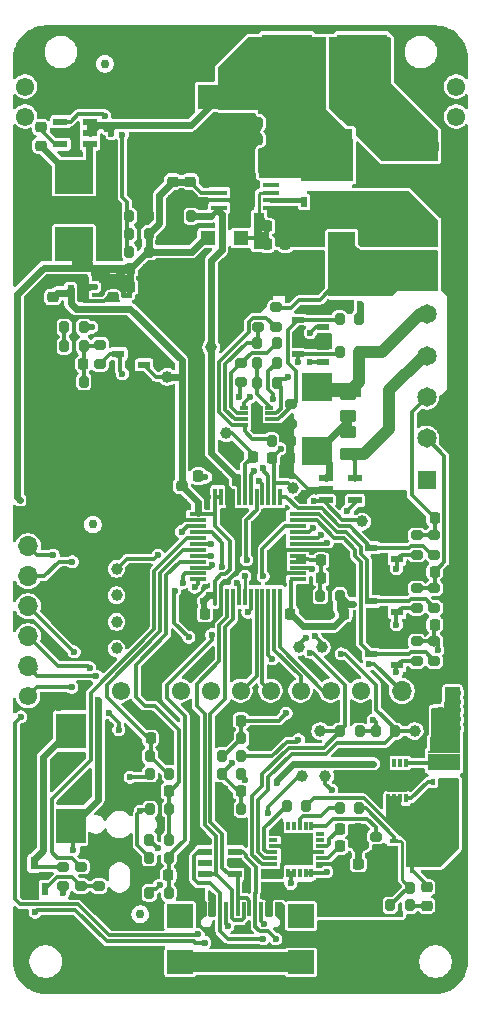
<source format=gbr>
%TF.GenerationSoftware,KiCad,Pcbnew,9.0.3*%
%TF.CreationDate,2025-10-10T19:55:00+02:00*%
%TF.ProjectId,AxxSolder,41787853-6f6c-4646-9572-2e6b69636164,rev?*%
%TF.SameCoordinates,Original*%
%TF.FileFunction,Copper,L2,Bot*%
%TF.FilePolarity,Positive*%
%FSLAX46Y46*%
G04 Gerber Fmt 4.6, Leading zero omitted, Abs format (unit mm)*
G04 Created by KiCad (PCBNEW 9.0.3) date 2025-10-10 19:55:00*
%MOMM*%
%LPD*%
G01*
G04 APERTURE LIST*
G04 Aperture macros list*
%AMRoundRect*
0 Rectangle with rounded corners*
0 $1 Rounding radius*
0 $2 $3 $4 $5 $6 $7 $8 $9 X,Y pos of 4 corners*
0 Add a 4 corners polygon primitive as box body*
4,1,4,$2,$3,$4,$5,$6,$7,$8,$9,$2,$3,0*
0 Add four circle primitives for the rounded corners*
1,1,$1+$1,$2,$3*
1,1,$1+$1,$4,$5*
1,1,$1+$1,$6,$7*
1,1,$1+$1,$8,$9*
0 Add four rect primitives between the rounded corners*
20,1,$1+$1,$2,$3,$4,$5,0*
20,1,$1+$1,$4,$5,$6,$7,0*
20,1,$1+$1,$6,$7,$8,$9,0*
20,1,$1+$1,$8,$9,$2,$3,0*%
G04 Aperture macros list end*
%TA.AperFunction,ComponentPad*%
%ADD10C,1.550000*%
%TD*%
%TA.AperFunction,SMDPad,CuDef*%
%ADD11RoundRect,0.225000X0.225000X0.250000X-0.225000X0.250000X-0.225000X-0.250000X0.225000X-0.250000X0*%
%TD*%
%TA.AperFunction,SMDPad,CuDef*%
%ADD12R,3.200000X2.850000*%
%TD*%
%TA.AperFunction,SMDPad,CuDef*%
%ADD13R,0.400000X0.550000*%
%TD*%
%TA.AperFunction,SMDPad,CuDef*%
%ADD14R,0.400000X0.410000*%
%TD*%
%TA.AperFunction,SMDPad,CuDef*%
%ADD15R,2.750000X1.470000*%
%TD*%
%TA.AperFunction,SMDPad,CuDef*%
%ADD16R,2.750000X0.250000*%
%TD*%
%TA.AperFunction,SMDPad,CuDef*%
%ADD17C,1.000000*%
%TD*%
%TA.AperFunction,ComponentPad*%
%ADD18R,1.650000X1.650000*%
%TD*%
%TA.AperFunction,ComponentPad*%
%ADD19C,1.650000*%
%TD*%
%TA.AperFunction,SMDPad,CuDef*%
%ADD20R,1.050000X0.600000*%
%TD*%
%TA.AperFunction,SMDPad,CuDef*%
%ADD21RoundRect,0.200000X-0.200000X-0.275000X0.200000X-0.275000X0.200000X0.275000X-0.200000X0.275000X0*%
%TD*%
%TA.AperFunction,SMDPad,CuDef*%
%ADD22R,0.300000X1.475000*%
%TD*%
%TA.AperFunction,SMDPad,CuDef*%
%ADD23R,1.475000X0.300000*%
%TD*%
%TA.AperFunction,ComponentPad*%
%ADD24R,1.700000X1.700000*%
%TD*%
%TA.AperFunction,ComponentPad*%
%ADD25O,1.700000X1.700000*%
%TD*%
%TA.AperFunction,SMDPad,CuDef*%
%ADD26RoundRect,0.200000X0.275000X-0.200000X0.275000X0.200000X-0.275000X0.200000X-0.275000X-0.200000X0*%
%TD*%
%TA.AperFunction,SMDPad,CuDef*%
%ADD27RoundRect,0.225000X-0.250000X0.225000X-0.250000X-0.225000X0.250000X-0.225000X0.250000X0.225000X0*%
%TD*%
%TA.AperFunction,SMDPad,CuDef*%
%ADD28C,0.750000*%
%TD*%
%TA.AperFunction,SMDPad,CuDef*%
%ADD29RoundRect,0.200000X0.200000X0.275000X-0.200000X0.275000X-0.200000X-0.275000X0.200000X-0.275000X0*%
%TD*%
%TA.AperFunction,SMDPad,CuDef*%
%ADD30RoundRect,0.225000X-0.225000X-0.250000X0.225000X-0.250000X0.225000X0.250000X-0.225000X0.250000X0*%
%TD*%
%TA.AperFunction,SMDPad,CuDef*%
%ADD31RoundRect,0.225000X0.250000X-0.225000X0.250000X0.225000X-0.250000X0.225000X-0.250000X-0.225000X0*%
%TD*%
%TA.AperFunction,SMDPad,CuDef*%
%ADD32RoundRect,0.200000X-0.275000X0.200000X-0.275000X-0.200000X0.275000X-0.200000X0.275000X0.200000X0*%
%TD*%
%TA.AperFunction,SMDPad,CuDef*%
%ADD33R,1.200000X1.200000*%
%TD*%
%TA.AperFunction,SMDPad,CuDef*%
%ADD34R,2.500000X3.000000*%
%TD*%
%TA.AperFunction,SMDPad,CuDef*%
%ADD35RoundRect,0.250000X0.450000X-0.262500X0.450000X0.262500X-0.450000X0.262500X-0.450000X-0.262500X0*%
%TD*%
%TA.AperFunction,SMDPad,CuDef*%
%ADD36R,1.120000X1.220000*%
%TD*%
%TA.AperFunction,SMDPad,CuDef*%
%ADD37R,0.500000X0.925000*%
%TD*%
%TA.AperFunction,SMDPad,CuDef*%
%ADD38R,0.600000X0.800000*%
%TD*%
%TA.AperFunction,SMDPad,CuDef*%
%ADD39R,4.410000X3.655000*%
%TD*%
%TA.AperFunction,SMDPad,CuDef*%
%ADD40R,0.700000X0.300000*%
%TD*%
%TA.AperFunction,SMDPad,CuDef*%
%ADD41R,1.000000X1.700000*%
%TD*%
%TA.AperFunction,SMDPad,CuDef*%
%ADD42R,1.050000X0.500000*%
%TD*%
%TA.AperFunction,SMDPad,CuDef*%
%ADD43R,1.900000X3.450000*%
%TD*%
%TA.AperFunction,SMDPad,CuDef*%
%ADD44R,0.300000X1.150000*%
%TD*%
%TA.AperFunction,SMDPad,CuDef*%
%ADD45R,2.180000X2.000000*%
%TD*%
%TA.AperFunction,SMDPad,CuDef*%
%ADD46R,1.220000X1.120000*%
%TD*%
%TA.AperFunction,SMDPad,CuDef*%
%ADD47R,0.300000X0.800000*%
%TD*%
%TA.AperFunction,SMDPad,CuDef*%
%ADD48R,0.800000X0.300000*%
%TD*%
%TA.AperFunction,SMDPad,CuDef*%
%ADD49R,2.700000X2.700000*%
%TD*%
%TA.AperFunction,SMDPad,CuDef*%
%ADD50R,0.750000X0.400000*%
%TD*%
%TA.AperFunction,SMDPad,CuDef*%
%ADD51R,0.400000X0.530000*%
%TD*%
%TA.AperFunction,SMDPad,CuDef*%
%ADD52R,2.400000X2.450000*%
%TD*%
%TA.AperFunction,SMDPad,CuDef*%
%ADD53R,0.300000X0.750000*%
%TD*%
%TA.AperFunction,SMDPad,CuDef*%
%ADD54R,1.730000X1.850000*%
%TD*%
%TA.AperFunction,SMDPad,CuDef*%
%ADD55R,1.425000X0.450000*%
%TD*%
%TA.AperFunction,SMDPad,CuDef*%
%ADD56R,1.680000X1.880000*%
%TD*%
%TA.AperFunction,SMDPad,CuDef*%
%ADD57R,4.250000X2.100000*%
%TD*%
%TA.AperFunction,SMDPad,CuDef*%
%ADD58R,4.240000X3.810000*%
%TD*%
%TA.AperFunction,SMDPad,CuDef*%
%ADD59R,0.600000X1.050000*%
%TD*%
%TA.AperFunction,SMDPad,CuDef*%
%ADD60R,1.200000X0.600000*%
%TD*%
%TA.AperFunction,SMDPad,CuDef*%
%ADD61R,2.500000X2.400000*%
%TD*%
%TA.AperFunction,SMDPad,CuDef*%
%ADD62R,0.600000X0.350000*%
%TD*%
%TA.AperFunction,SMDPad,CuDef*%
%ADD63R,1.100000X1.700000*%
%TD*%
%TA.AperFunction,ViaPad*%
%ADD64C,0.600000*%
%TD*%
%TA.AperFunction,Conductor*%
%ADD65C,0.300000*%
%TD*%
%TA.AperFunction,Conductor*%
%ADD66C,0.600000*%
%TD*%
%TA.AperFunction,Conductor*%
%ADD67C,1.000000*%
%TD*%
%TA.AperFunction,Conductor*%
%ADD68C,0.400000*%
%TD*%
%TA.AperFunction,Conductor*%
%ADD69C,2.000000*%
%TD*%
%TA.AperFunction,Conductor*%
%ADD70C,0.450000*%
%TD*%
%TA.AperFunction,Conductor*%
%ADD71C,0.350000*%
%TD*%
%TA.AperFunction,Conductor*%
%ADD72C,1.200000*%
%TD*%
%TA.AperFunction,Conductor*%
%ADD73C,1.500000*%
%TD*%
%TA.AperFunction,Conductor*%
%ADD74C,0.250000*%
%TD*%
%TA.AperFunction,Conductor*%
%ADD75C,0.220000*%
%TD*%
%TA.AperFunction,Conductor*%
%ADD76C,1.700000*%
%TD*%
G04 APERTURE END LIST*
D10*
%TO.P,TP18,1,1*%
%TO.N,/SD_CS*%
X190660000Y-124080000D03*
%TD*%
%TO.P,J7,1,Pin_1*%
%TO.N,+3.3V*%
X170340000Y-124080000D03*
%TO.P,J7,2,Pin_2*%
%TO.N,GND*%
X172880000Y-124080000D03*
%TO.P,J7,3,Pin_3*%
%TO.N,/SPI_SCK*%
X175420000Y-124080000D03*
%TO.P,J7,4,Pin_4*%
%TO.N,unconnected-(J7-Pin_4-Pad4)*%
X177960000Y-124080000D03*
%TO.P,J7,5,Pin_5*%
%TO.N,/SPI_MOSI*%
X180500000Y-124080000D03*
%TO.P,J7,6,Pin_6*%
%TO.N,/SPI_CS*%
X183040000Y-124080000D03*
%TO.P,J7,7,Pin_7*%
%TO.N,/SPI_RST*%
X185580000Y-124080000D03*
%TO.P,J7,8,Pin_8*%
%TO.N,/SPI_DC*%
X188120000Y-124080000D03*
%TD*%
%TO.P,TP13,1,1*%
%TO.N,/USART_RX*%
X162500000Y-124550000D03*
%TD*%
%TO.P,J6,1,Pin_1*%
%TO.N,unconnected-(J6-Pin_1-Pad1)*%
X198750000Y-72925000D03*
%TO.P,J6,2,Pin_2*%
%TO.N,unconnected-(J6-Pin_2-Pad2)*%
X198750000Y-75465000D03*
%TD*%
%TO.P,J5,1,Pin_1*%
%TO.N,unconnected-(J5-Pin_1-Pad1)*%
X162250000Y-72925000D03*
%TO.P,J5,2,Pin_2*%
%TO.N,unconnected-(J5-Pin_2-Pad2)*%
X162250000Y-75465000D03*
%TD*%
D11*
%TO.P,C23,1*%
%TO.N,/SW3*%
X180525000Y-126600000D03*
%TO.P,C23,2*%
%TO.N,GND*%
X178975000Y-126600000D03*
%TD*%
D12*
%TO.P,L1,1*%
%TO.N,Net-(IC3-SW)*%
X166400000Y-80550000D03*
%TO.P,L1,2*%
%TO.N,+7.5V*%
X166400000Y-86250000D03*
%TD*%
D13*
%TO.P,Q2,1,S*%
%TO.N,/VDD_IN_USBCPD*%
X198700000Y-131790000D03*
X198050000Y-131790000D03*
X197400000Y-131790000D03*
%TO.P,Q2,4,G*%
%TO.N,Net-(IC7-GATE)*%
X196750000Y-131790000D03*
D14*
%TO.P,Q2,5,D*%
%TO.N,/VDD_IN*%
X198700000Y-128920000D03*
X198050000Y-128920000D03*
D15*
X197725000Y-130110000D03*
D16*
X197725000Y-129250000D03*
D14*
X197400000Y-128920000D03*
X196750000Y-128920000D03*
%TD*%
D17*
%TO.P,TP2,1,1*%
%TO.N,/CC2_*%
X185427179Y-120400000D03*
%TD*%
%TO.P,TP6,1,1*%
%TO.N,/USR2*%
X170000000Y-116000000D03*
%TD*%
D11*
%TO.P,C6,1*%
%TO.N,/CURRENT*%
X181525000Y-104250000D03*
%TO.P,C6,2*%
%TO.N,GND*%
X179975000Y-104250000D03*
%TD*%
D18*
%TO.P,J2,1,1*%
%TO.N,/S_sense*%
X196250000Y-106200000D03*
D19*
%TO.P,J2,2,2*%
%TO.N,/H_sense2*%
X196250000Y-102700000D03*
%TO.P,J2,3,3*%
%TO.N,/H_sense1*%
X196250000Y-99200000D03*
%TO.P,J2,4,4*%
%TO.N,Earth*%
X196250000Y-95700000D03*
%TO.P,J2,5,5*%
%TO.N,/GREEN*%
X196250000Y-92200000D03*
%TO.P,J2,6,6*%
%TO.N,/BLUE*%
X196250000Y-88700000D03*
%TO.P,J2,7,7*%
%TO.N,/RED*%
X196250000Y-85200000D03*
%TO.P,J2,8,8*%
%TO.N,GND*%
X196250000Y-81700000D03*
%TO.P,J2,9,9*%
%TO.N,/VDD_IN*%
X196250000Y-78200000D03*
%TD*%
D17*
%TO.P,TP9,1,1*%
%TO.N,/I_LEAK*%
X190800000Y-109750000D03*
%TD*%
D20*
%TO.P,D6,1,A*%
%TO.N,GND*%
X193762500Y-115535000D03*
%TO.P,D6,2,K*%
%TO.N,+3.3V*%
X193762500Y-117435000D03*
%TO.P,D6,3,common*%
%TO.N,/Handle_inp2*%
X191562500Y-116485000D03*
%TD*%
D21*
%TO.P,R30,1*%
%TO.N,/SW1*%
X172825000Y-129600000D03*
%TO.P,R30,2*%
%TO.N,GND*%
X174475000Y-129600000D03*
%TD*%
%TO.P,R7,1*%
%TO.N,Net-(IC3-FB)*%
X171075000Y-85400000D03*
%TO.P,R7,2*%
%TO.N,+7.5V*%
X172725000Y-85400000D03*
%TD*%
D22*
%TO.P,IC4,1,VBAT*%
%TO.N,+3.3V*%
X178350000Y-107662000D03*
%TO.P,IC4,2,PC13*%
X178850000Y-107662000D03*
%TO.P,IC4,3,PC14_-_OSC32_IN*%
%TO.N,GND*%
X179350000Y-107662000D03*
%TO.P,IC4,4,PC15_-_OSC32_OUT*%
X179850000Y-107662000D03*
%TO.P,IC4,5,PF0_-_OSC_IN*%
%TO.N,/Heater*%
X180350000Y-107662000D03*
%TO.P,IC4,6,PF1_-_OSC_OUT*%
%TO.N,/CURRENT*%
X180850000Y-107662000D03*
%TO.P,IC4,7,PG10_-_NRST*%
%TO.N,/NRST*%
X181350000Y-107662000D03*
%TO.P,IC4,8,PA0*%
%TO.N,/ENC_A*%
X181850000Y-107662000D03*
%TO.P,IC4,9,PA1*%
%TO.N,/I_LEAK*%
X182350000Y-107662000D03*
%TO.P,IC4,10,PA2*%
%TO.N,/VBUS_IN*%
X182850000Y-107662000D03*
%TO.P,IC4,11,PA3*%
%TO.N,/TC*%
X183350000Y-107662000D03*
%TO.P,IC4,12,PA4*%
%TO.N,/Handle_inp1*%
X183850000Y-107662000D03*
D23*
%TO.P,IC4,13,PA5*%
%TO.N,/Handle_inp2*%
X185338000Y-109150000D03*
%TO.P,IC4,14,PA6*%
%TO.N,/Stand_inp*%
X185338000Y-109650000D03*
%TO.P,IC4,15,PA7*%
%TO.N,/SW2*%
X185338000Y-110150000D03*
%TO.P,IC4,16,PB0*%
%TO.N,/USR2*%
X185338000Y-110650000D03*
%TO.P,IC4,17,PB1*%
%TO.N,/USR3*%
X185338000Y-111150000D03*
%TO.P,IC4,18,PB2*%
%TO.N,/USR4*%
X185338000Y-111650000D03*
%TO.P,IC4,19,VSSA*%
%TO.N,GND*%
X185338000Y-112150000D03*
%TO.P,IC4,20,VREF+*%
%TO.N,/VCCA*%
X185338000Y-112650000D03*
%TO.P,IC4,21,VDDA*%
X185338000Y-113150000D03*
%TO.P,IC4,22,PB10*%
%TO.N,/SD_CS*%
X185338000Y-113650000D03*
%TO.P,IC4,23,VSS_1*%
%TO.N,GND*%
X185338000Y-114150000D03*
%TO.P,IC4,24,VDD_1*%
%TO.N,+3.3V*%
X185338000Y-114650000D03*
D22*
%TO.P,IC4,25,PB11*%
%TO.N,/SPI_DC*%
X183850000Y-116138000D03*
%TO.P,IC4,26,PB12*%
%TO.N,/SPI_RST*%
X183350000Y-116138000D03*
%TO.P,IC4,27,PB13*%
%TO.N,/SPI_SCK*%
X182850000Y-116138000D03*
%TO.P,IC4,28,PB14*%
%TO.N,/SPI_CS*%
X182350000Y-116138000D03*
%TO.P,IC4,29,PB15*%
%TO.N,/SPI_MOSI*%
X181850000Y-116138000D03*
%TO.P,IC4,30,PA8*%
%TO.N,/USR1*%
X181350000Y-116138000D03*
%TO.P,IC4,31,PA9*%
%TO.N,/USART_TX*%
X180850000Y-116138000D03*
%TO.P,IC4,32,PA10*%
%TO.N,/USART_RX*%
X180350000Y-116138000D03*
%TO.P,IC4,33,PA11*%
%TO.N,/USB_D-*%
X179850000Y-116138000D03*
%TO.P,IC4,34,PA12*%
%TO.N,/USB_D+*%
X179350000Y-116138000D03*
%TO.P,IC4,35,VSS_2*%
%TO.N,GND*%
X178850000Y-116138000D03*
%TO.P,IC4,36,VDD_2*%
%TO.N,+3.3V*%
X178350000Y-116138000D03*
D23*
%TO.P,IC4,37,PA13*%
%TO.N,/SWDIO*%
X176862000Y-114650000D03*
%TO.P,IC4,38,PA14*%
%TO.N,/SWCLK*%
X176862000Y-114150000D03*
%TO.P,IC4,39,PA15*%
%TO.N,/SCL*%
X176862000Y-113650000D03*
%TO.P,IC4,40,PB3*%
%TO.N,/ENC_B*%
X176862000Y-113150000D03*
%TO.P,IC4,41,PB4*%
%TO.N,/CC2_*%
X176862000Y-112650000D03*
%TO.P,IC4,42,PB5*%
%TO.N,/SW1*%
X176862000Y-112150000D03*
%TO.P,IC4,43,PB6*%
%TO.N,/CC1_*%
X176862000Y-111650000D03*
%TO.P,IC4,44,PB7*%
%TO.N,/Buzzer*%
X176862000Y-111150000D03*
%TO.P,IC4,45,PB8-BOOT0*%
%TO.N,/SW3*%
X176862000Y-110650000D03*
%TO.P,IC4,46,PB9*%
%TO.N,/SDA*%
X176862000Y-110150000D03*
%TO.P,IC4,47,VSS_3*%
%TO.N,GND*%
X176862000Y-109650000D03*
%TO.P,IC4,48,VDD_3*%
%TO.N,+3.3V*%
X176862000Y-109150000D03*
%TD*%
D24*
%TO.P,J3,1,Pin_1*%
%TO.N,GND*%
X196675000Y-124100000D03*
D25*
%TO.P,J3,2,Pin_2*%
%TO.N,/USR4*%
X194135000Y-124100000D03*
%TD*%
D26*
%TO.P,R37,1*%
%TO.N,Net-(Q3-G)*%
X168500000Y-140625000D03*
%TO.P,R37,2*%
%TO.N,GND*%
X168500000Y-138975000D03*
%TD*%
D27*
%TO.P,C32,1*%
%TO.N,+7.5V*%
X174750000Y-80975000D03*
%TO.P,C32,2*%
%TO.N,GND*%
X174750000Y-82525000D03*
%TD*%
D21*
%TO.P,FB1,1*%
%TO.N,/VCCA*%
X187250000Y-116050000D03*
%TO.P,FB1,2*%
%TO.N,+3.3V*%
X188900000Y-116050000D03*
%TD*%
%TO.P,R8,1*%
%TO.N,Net-(IC3-FB)*%
X171075000Y-86900000D03*
%TO.P,R8,2*%
%TO.N,+7.5V*%
X172725000Y-86900000D03*
%TD*%
%TO.P,R15,1*%
%TO.N,Net-(IC6-VBUS_EN_SNK)*%
X188875000Y-134050000D03*
%TO.P,R15,2*%
%TO.N,Net-(Q1-G)*%
X190525000Y-134050000D03*
%TD*%
D26*
%TO.P,R25,1*%
%TO.N,/Handle_inp2*%
X196912500Y-117060000D03*
%TO.P,R25,2*%
%TO.N,/H_sense2*%
X196912500Y-115410000D03*
%TD*%
D28*
%TO.P,FID3,*%
%TO.N,*%
X169000000Y-71000000D03*
%TD*%
D29*
%TO.P,R11,1*%
%TO.N,GND*%
X172725000Y-83900000D03*
%TO.P,R11,2*%
%TO.N,Net-(IC3-FB)*%
X171075000Y-83900000D03*
%TD*%
D30*
%TO.P,C11,1*%
%TO.N,/VBUS*%
X188925000Y-138750000D03*
%TO.P,C11,2*%
%TO.N,GND*%
X190475000Y-138750000D03*
%TD*%
D11*
%TO.P,C7,1*%
%TO.N,GND*%
X172675000Y-89900000D03*
%TO.P,C7,2*%
%TO.N,+7.5V*%
X171125000Y-89900000D03*
%TD*%
D31*
%TO.P,C5,1*%
%TO.N,GND*%
X169400000Y-77900000D03*
%TO.P,C5,2*%
%TO.N,VDD*%
X169400000Y-76350000D03*
%TD*%
D24*
%TO.P,J4,1,Pin_1*%
%TO.N,GND*%
X162500000Y-109310000D03*
D25*
%TO.P,J4,2,Pin_2*%
%TO.N,+3.3V*%
X162500000Y-111850000D03*
%TO.P,J4,3,Pin_3*%
%TO.N,/NRST*%
X162500000Y-114390000D03*
%TO.P,J4,4,Pin_4*%
%TO.N,/SWCLK*%
X162500000Y-116930000D03*
%TO.P,J4,5,Pin_5*%
%TO.N,/SWDIO*%
X162500000Y-119470000D03*
%TO.P,J4,6,Pin_6*%
%TO.N,/USART_TX*%
X162500000Y-122010000D03*
%TD*%
D30*
%TO.P,C16,1*%
%TO.N,+3.3V*%
X184725000Y-117550000D03*
%TO.P,C16,2*%
%TO.N,GND*%
X186275000Y-117550000D03*
%TD*%
D32*
%TO.P,R28,1*%
%TO.N,Net-(C24-Pad1)*%
X168600000Y-94775000D03*
%TO.P,R28,2*%
%TO.N,/VBUS_IN*%
X168600000Y-96425000D03*
%TD*%
%TO.P,R14,1*%
%TO.N,Net-(IC6-VBUS_VS_DISCH)*%
X191950000Y-136425000D03*
%TO.P,R14,2*%
%TO.N,/VBUS*%
X191950000Y-138075000D03*
%TD*%
D21*
%TO.P,R46,1*%
%TO.N,/SW3*%
X178925000Y-129600000D03*
%TO.P,R46,2*%
%TO.N,Net-(R46-Pad2)*%
X180575000Y-129600000D03*
%TD*%
D33*
%TO.P,D10,1*%
%TO.N,/RED*%
X186800000Y-85800000D03*
%TO.P,D10,2*%
%TO.N,/BLUE*%
X189600000Y-85800000D03*
%TD*%
D21*
%TO.P,R36,1*%
%TO.N,+3.3V*%
X172775000Y-138200000D03*
%TO.P,R36,2*%
%TO.N,/ENC_A*%
X174425000Y-138200000D03*
%TD*%
D34*
%TO.P,LS1,1,-*%
%TO.N,Net-(LS1--)*%
X166100000Y-127500000D03*
%TO.P,LS1,2,+*%
%TO.N,+7.5V*%
X166100000Y-135500000D03*
%TD*%
D17*
%TO.P,TP15,1,1*%
%TO.N,/SCL*%
X187250000Y-127500000D03*
%TD*%
D11*
%TO.P,C30,1*%
%TO.N,/RED*%
X184275000Y-84750000D03*
%TO.P,C30,2*%
%TO.N,/BOOST*%
X182725000Y-84750000D03*
%TD*%
D30*
%TO.P,C35,1*%
%TO.N,GND*%
X181925000Y-76000000D03*
%TO.P,C35,2*%
%TO.N,VDD*%
X183475000Y-76000000D03*
%TD*%
D17*
%TO.P,TP8,1,1*%
%TO.N,/CC2*%
X185700000Y-131300000D03*
%TD*%
D29*
%TO.P,R16,1*%
%TO.N,/SW1*%
X174475000Y-131100000D03*
%TO.P,R16,2*%
%TO.N,/S1*%
X172825000Y-131100000D03*
%TD*%
D35*
%TO.P,R45,1*%
%TO.N,Earth*%
X189600000Y-104025000D03*
%TO.P,R45,2*%
%TO.N,Net-(IC9-IN+)*%
X189600000Y-102200000D03*
%TD*%
D36*
%TO.P,D3,1,K*%
%TO.N,/VBUS*%
X189000000Y-141200000D03*
%TO.P,D3,2,A*%
%TO.N,GND*%
X189000000Y-144200000D03*
%TD*%
D17*
%TO.P,TP4,1,1*%
%TO.N,/USR1*%
X170000000Y-113750000D03*
%TD*%
D29*
%TO.P,R1,1*%
%TO.N,/RED*%
X190525000Y-92600000D03*
%TO.P,R1,2*%
%TO.N,Net-(IC2A-+)*%
X188875000Y-92600000D03*
%TD*%
%TO.P,R32,1*%
%TO.N,/SW3*%
X180575000Y-128100000D03*
%TO.P,R32,2*%
%TO.N,GND*%
X178925000Y-128100000D03*
%TD*%
D11*
%TO.P,C14,1*%
%TO.N,GND*%
X178475000Y-105900000D03*
%TO.P,C14,2*%
%TO.N,/NRST*%
X176925000Y-105900000D03*
%TD*%
D37*
%TO.P,U3,1,S*%
%TO.N,/RED*%
X189700000Y-82700000D03*
X188430000Y-82700000D03*
X187160000Y-82700000D03*
%TO.P,U3,9,G*%
%TO.N,Net-(IC8-TG)*%
X185890000Y-82700000D03*
D38*
%TO.P,U3,10,D*%
%TO.N,VDD*%
X189700000Y-76910000D03*
X188430000Y-76910000D03*
D39*
X187795000Y-79135000D03*
D38*
X187160000Y-76910000D03*
X185890000Y-76910000D03*
%TD*%
D26*
%TO.P,R23,1*%
%TO.N,+7.5V*%
X165500000Y-140625000D03*
%TO.P,R23,2*%
%TO.N,Net-(LS1--)*%
X165500000Y-138975000D03*
%TD*%
D40*
%TO.P,IC2,1*%
%TO.N,Net-(IC2-Pad1)*%
X182900000Y-100100000D03*
%TO.P,IC2,2,-*%
%TO.N,Net-(IC2A--)*%
X182900000Y-100600000D03*
%TO.P,IC2,3,+*%
%TO.N,Net-(IC2A-+)*%
X182900000Y-101100000D03*
%TO.P,IC2,4,V-*%
%TO.N,GND*%
X182900000Y-101600000D03*
%TO.P,IC2,5,+*%
%TO.N,Net-(IC2B-+)*%
X180800000Y-101600000D03*
%TO.P,IC2,6,-*%
%TO.N,Net-(IC2B--)*%
X180800000Y-101100000D03*
%TO.P,IC2,7*%
%TO.N,Net-(IC2-Pad7)*%
X180800000Y-100600000D03*
%TO.P,IC2,8,V+*%
%TO.N,+3.3V*%
X180800000Y-100100000D03*
D41*
%TO.P,IC2,9,THERMAL_PAD*%
%TO.N,GND*%
X181850000Y-100850000D03*
%TD*%
D30*
%TO.P,C19,1*%
%TO.N,/VCCA*%
X187300000Y-114550000D03*
%TO.P,C19,2*%
%TO.N,GND*%
X188850000Y-114550000D03*
%TD*%
D29*
%TO.P,R31,1*%
%TO.N,/SW2*%
X180575000Y-134100000D03*
%TO.P,R31,2*%
%TO.N,GND*%
X178925000Y-134100000D03*
%TD*%
D20*
%TO.P,D8,1,A*%
%TO.N,GND*%
X193762500Y-120035000D03*
%TO.P,D8,2,K*%
%TO.N,+3.3V*%
X193762500Y-121935000D03*
%TO.P,D8,3,common*%
%TO.N,/Stand_inp*%
X191562500Y-120985000D03*
%TD*%
D26*
%TO.P,R18,1*%
%TO.N,+3.3V*%
X195412500Y-121560000D03*
%TO.P,R18,2*%
%TO.N,/S_sense*%
X195412500Y-119910000D03*
%TD*%
D32*
%TO.P,R34,1*%
%TO.N,/Buzzer*%
X167000000Y-138975000D03*
%TO.P,R34,2*%
%TO.N,Net-(Q3-G)*%
X167000000Y-140625000D03*
%TD*%
D28*
%TO.P,FID1,*%
%TO.N,*%
X168000000Y-110000000D03*
%TD*%
D11*
%TO.P,C8,1*%
%TO.N,GND*%
X172675000Y-88400000D03*
%TO.P,C8,2*%
%TO.N,+7.5V*%
X171125000Y-88400000D03*
%TD*%
%TO.P,C25,1*%
%TO.N,/S_sense*%
X196937500Y-118485000D03*
%TO.P,C25,2*%
%TO.N,GND*%
X195387500Y-118485000D03*
%TD*%
D17*
%TO.P,TP16,1,1*%
%TO.N,/SDA*%
X195250000Y-127500000D03*
%TD*%
D21*
%TO.P,R26,1*%
%TO.N,/SCL*%
X188925000Y-127500000D03*
%TO.P,R26,2*%
%TO.N,+3.3V*%
X190575000Y-127500000D03*
%TD*%
D26*
%TO.P,R22,1*%
%TO.N,/Handle_inp1*%
X196912500Y-112560000D03*
%TO.P,R22,2*%
%TO.N,/H_sense1*%
X196912500Y-110910000D03*
%TD*%
D29*
%TO.P,R12,1*%
%TO.N,Net-(Q1-G)*%
X194825000Y-140750000D03*
%TO.P,R12,2*%
%TO.N,/VBUS*%
X193175000Y-140750000D03*
%TD*%
D42*
%TO.P,D2,1*%
%TO.N,GND*%
X187450000Y-94950000D03*
%TO.P,D2,2*%
%TO.N,+3.3V*%
X187450000Y-96250000D03*
%TO.P,D2,3*%
%TO.N,Net-(IC2A--)*%
X185350000Y-95600000D03*
%TD*%
D29*
%TO.P,R47,1*%
%TO.N,/ENC_B*%
X174425000Y-136700000D03*
%TO.P,R47,2*%
%TO.N,Net-(R47-Pad2)*%
X172775000Y-136700000D03*
%TD*%
D43*
%TO.P,R42,1*%
%TO.N,/BLUE*%
X189200000Y-89000000D03*
%TO.P,R42,2*%
%TO.N,GND*%
X183800000Y-89000000D03*
%TD*%
D29*
%TO.P,R10,1*%
%TO.N,Net-(IC2-Pad7)*%
X183575000Y-94600000D03*
%TO.P,R10,2*%
%TO.N,Net-(IC2B--)*%
X181925000Y-94600000D03*
%TD*%
D33*
%TO.P,D9,1*%
%TO.N,/BOOST*%
X180500000Y-85750000D03*
%TO.P,D9,2*%
%TO.N,+7.5V*%
X177700000Y-85750000D03*
%TD*%
D30*
%TO.P,C34,1*%
%TO.N,GND*%
X181925000Y-77400000D03*
%TO.P,C34,2*%
%TO.N,VDD*%
X183475000Y-77400000D03*
%TD*%
D29*
%TO.P,R5,1*%
%TO.N,/GREEN*%
X190525000Y-95400000D03*
%TO.P,R5,2*%
%TO.N,Net-(IC2A--)*%
X188875000Y-95400000D03*
%TD*%
D44*
%TO.P,J1,A1,GND*%
%TO.N,GND*%
X183850000Y-142572000D03*
%TO.P,J1,A4,VBUS*%
%TO.N,/VBUS*%
X183050000Y-142572000D03*
%TO.P,J1,A5,CC1*%
%TO.N,/CC1*%
X181750000Y-142572000D03*
%TO.P,J1,A6,D+*%
%TO.N,/USB_D+*%
X180750000Y-142572000D03*
%TO.P,J1,A7,D-*%
%TO.N,/USB_D-*%
X180250000Y-142572000D03*
%TO.P,J1,A8,SBU1*%
%TO.N,/SWDIO*%
X179250000Y-142572000D03*
%TO.P,J1,A9,VBUS*%
%TO.N,/VBUS*%
X177950000Y-142572000D03*
%TO.P,J1,A12,GND*%
%TO.N,GND*%
X177150000Y-142572000D03*
%TO.P,J1,B1,GND*%
X177450000Y-142572000D03*
%TO.P,J1,B4,VBUS*%
%TO.N,/VBUS*%
X178250000Y-142572000D03*
%TO.P,J1,B5,CC2*%
%TO.N,/CC2*%
X178750000Y-142572000D03*
%TO.P,J1,B6,D+*%
%TO.N,/USB_D+*%
X179750000Y-142572000D03*
%TO.P,J1,B7,D-*%
%TO.N,/USB_D-*%
X181250000Y-142572000D03*
%TO.P,J1,B8,SBU2*%
%TO.N,/SWCLK*%
X182250000Y-142572000D03*
%TO.P,J1,B9,VBUS*%
%TO.N,/VBUS*%
X182750000Y-142572000D03*
%TO.P,J1,B12,GND*%
%TO.N,GND*%
X183550000Y-142572000D03*
D45*
%TO.P,J1,S1*%
%TO.N,N/C*%
X185610000Y-143147000D03*
X175390000Y-143147000D03*
%TO.P,J1,S2,SHIELD*%
%TO.N,unconnected-(J1-SHIELD-PadS2)*%
X185610000Y-147077000D03*
X175390000Y-147077000D03*
%TD*%
D29*
%TO.P,R33,1*%
%TO.N,Net-(C24-Pad1)*%
X167225000Y-97900000D03*
%TO.P,R33,2*%
%TO.N,GND*%
X165575000Y-97900000D03*
%TD*%
D17*
%TO.P,TP12,1,1*%
%TO.N,GND*%
X176600000Y-92500000D03*
%TD*%
D30*
%TO.P,C12,1*%
%TO.N,Net-(IC6-VREG_2V7)*%
X188925000Y-137240000D03*
%TO.P,C12,2*%
%TO.N,GND*%
X190475000Y-137240000D03*
%TD*%
D27*
%TO.P,C17,1*%
%TO.N,+3.3V*%
X175500000Y-106725000D03*
%TO.P,C17,2*%
%TO.N,GND*%
X175500000Y-108275000D03*
%TD*%
D30*
%TO.P,C13,1*%
%TO.N,Net-(IC6-VREG_1V2)*%
X188925000Y-135750000D03*
%TO.P,C13,2*%
%TO.N,GND*%
X190475000Y-135750000D03*
%TD*%
D31*
%TO.P,C2,1*%
%TO.N,+3.3V*%
X164600000Y-90750000D03*
%TO.P,C2,2*%
%TO.N,GND*%
X164600000Y-89200000D03*
%TD*%
D11*
%TO.P,C28,1*%
%TO.N,/ENC_B*%
X174425000Y-132600000D03*
%TO.P,C28,2*%
%TO.N,GND*%
X172875000Y-132600000D03*
%TD*%
D21*
%TO.P,R21,1*%
%TO.N,Net-(R21-Pad1)*%
X165575000Y-93300000D03*
%TO.P,R21,2*%
%TO.N,VDD*%
X167225000Y-93300000D03*
%TD*%
D30*
%TO.P,C21,1*%
%TO.N,/SW1*%
X172875000Y-128100000D03*
%TO.P,C21,2*%
%TO.N,GND*%
X174425000Y-128100000D03*
%TD*%
D26*
%TO.P,R29,1*%
%TO.N,/Stand_inp*%
X196912500Y-121560000D03*
%TO.P,R29,2*%
%TO.N,/S_sense*%
X196912500Y-119910000D03*
%TD*%
D21*
%TO.P,R17,1*%
%TO.N,Net-(IC6-DISCH)*%
X184425000Y-133800000D03*
%TO.P,R17,2*%
%TO.N,/VDD_IN_USBCPD*%
X186075000Y-133800000D03*
%TD*%
D29*
%TO.P,R38,1*%
%TO.N,/Heater*%
X176325000Y-83900000D03*
%TO.P,R38,2*%
%TO.N,GND*%
X174675000Y-83900000D03*
%TD*%
D11*
%TO.P,C29,1*%
%TO.N,/ENC_A*%
X174375000Y-139700000D03*
%TO.P,C29,2*%
%TO.N,GND*%
X172825000Y-139700000D03*
%TD*%
D46*
%TO.P,D4,1,K*%
%TO.N,VDD*%
X183400000Y-79300000D03*
%TO.P,D4,2,A*%
%TO.N,GND*%
X180400000Y-79300000D03*
%TD*%
D21*
%TO.P,R3,1*%
%TO.N,Net-(IC2B-+)*%
X183125000Y-102900000D03*
%TO.P,R3,2*%
%TO.N,GND*%
X184775000Y-102900000D03*
%TD*%
D47*
%TO.P,IC6,1,CC1DB*%
%TO.N,/CC1*%
X186500000Y-139500000D03*
%TO.P,IC6,2,CC1*%
X186000000Y-139500000D03*
%TO.P,IC6,3*%
%TO.N,N/C*%
X185500000Y-139500000D03*
%TO.P,IC6,4,CC2*%
%TO.N,/CC2*%
X185000000Y-139500000D03*
%TO.P,IC6,5,CC2DB*%
X184500000Y-139500000D03*
%TO.P,IC6,6,RESET*%
%TO.N,GND*%
X184000000Y-139500000D03*
D48*
%TO.P,IC6,7,SCL*%
%TO.N,/SCL*%
X183250000Y-138750000D03*
%TO.P,IC6,8,SDA*%
%TO.N,/SDA*%
X183250000Y-138250000D03*
%TO.P,IC6,9,DISCH*%
%TO.N,Net-(IC6-DISCH)*%
X183250000Y-137750000D03*
%TO.P,IC6,10,GND*%
%TO.N,GND*%
X183250000Y-137250000D03*
%TO.P,IC6,11*%
%TO.N,N/C*%
X183250000Y-136750000D03*
%TO.P,IC6,12,ADDR0*%
%TO.N,GND*%
X183250000Y-136250000D03*
D47*
%TO.P,IC6,13,ADDR1*%
X184000000Y-135500000D03*
%TO.P,IC6,14*%
%TO.N,N/C*%
X184500000Y-135500000D03*
%TO.P,IC6,15*%
X185000000Y-135500000D03*
%TO.P,IC6,16,VBUS_EN_SNK*%
%TO.N,Net-(IC6-VBUS_EN_SNK)*%
X185500000Y-135500000D03*
%TO.P,IC6,17*%
%TO.N,N/C*%
X186000000Y-135500000D03*
%TO.P,IC6,18,VBUS_VS_DISCH*%
%TO.N,Net-(IC6-VBUS_VS_DISCH)*%
X186500000Y-135500000D03*
D48*
%TO.P,IC6,19*%
%TO.N,N/C*%
X187250000Y-136250000D03*
%TO.P,IC6,20*%
X187250000Y-136750000D03*
%TO.P,IC6,21,VREG_1V2*%
%TO.N,Net-(IC6-VREG_1V2)*%
X187250000Y-137250000D03*
%TO.P,IC6,22,VSYS*%
%TO.N,GND*%
X187250000Y-137750000D03*
%TO.P,IC6,23,VREG_2V7*%
%TO.N,Net-(IC6-VREG_2V7)*%
X187250000Y-138250000D03*
%TO.P,IC6,24,VDD*%
%TO.N,/VBUS*%
X187250000Y-138750000D03*
D49*
%TO.P,IC6,25,EP*%
%TO.N,GND*%
X185250000Y-137500000D03*
%TD*%
D31*
%TO.P,C9,1*%
%TO.N,Net-(C9-Pad1)*%
X196250000Y-142275000D03*
%TO.P,C9,2*%
%TO.N,/VDD_IN_USBCPD*%
X196250000Y-140725000D03*
%TD*%
D17*
%TO.P,TP7,1,1*%
%TO.N,/CC1*%
X187650000Y-131300000D03*
%TD*%
D50*
%TO.P,Q1,1,S*%
%TO.N,/VBUS*%
X193475000Y-138725000D03*
X193475000Y-138075000D03*
X193475000Y-137425000D03*
%TO.P,Q1,4,G*%
%TO.N,Net-(Q1-G)*%
X193475000Y-136775000D03*
D51*
%TO.P,Q1,5,D*%
%TO.N,/VDD_IN_USBCPD*%
X195000000Y-139240000D03*
D52*
X195700000Y-137750000D03*
D51*
X195000000Y-136260000D03*
%TD*%
D17*
%TO.P,TP3,1,1*%
%TO.N,+3.3V*%
X174300000Y-97500000D03*
%TD*%
D11*
%TO.P,C22,1*%
%TO.N,/SW2*%
X180525000Y-132600000D03*
%TO.P,C22,2*%
%TO.N,GND*%
X178975000Y-132600000D03*
%TD*%
D53*
%TO.P,IC7,1,GATE*%
%TO.N,Net-(IC7-GATE)*%
X194500000Y-133200000D03*
%TO.P,IC7,2,SRC*%
%TO.N,/VDD_IN_USBCPD*%
X194000000Y-133200000D03*
%TO.P,IC7,3,IN*%
X193500000Y-133200000D03*
%TO.P,IC7,4,EN*%
X193000000Y-133200000D03*
%TO.P,IC7,5,GND*%
%TO.N,GND*%
X193000000Y-130200000D03*
%TO.P,IC7,6*%
%TO.N,N/C*%
X193500000Y-130200000D03*
%TO.P,IC7,7*%
X194000000Y-130200000D03*
%TO.P,IC7,8,OUT*%
%TO.N,/VDD_IN*%
X194500000Y-130200000D03*
D54*
%TO.P,IC7,9,EP*%
%TO.N,GND*%
X193750000Y-131700000D03*
%TD*%
D55*
%TO.P,IC8,1,INP*%
%TO.N,/Heater*%
X178676000Y-83200000D03*
%TO.P,IC8,2,GND_1*%
%TO.N,GND*%
X178676000Y-82550000D03*
%TO.P,IC8,3,VCC*%
%TO.N,+7.5V*%
X178676000Y-81900000D03*
%TO.P,IC8,4,GND_2*%
%TO.N,GND*%
X178676000Y-81250000D03*
%TO.P,IC8,5,NC*%
%TO.N,unconnected-(IC8-NC-Pad5)*%
X183100000Y-81250000D03*
%TO.P,IC8,6,BOOST*%
%TO.N,/BOOST*%
X183100000Y-81900000D03*
%TO.P,IC8,7,TG*%
%TO.N,Net-(IC8-TG)*%
X183100000Y-82550000D03*
%TO.P,IC8,8,TS*%
%TO.N,/RED*%
X183100000Y-83200000D03*
D56*
%TO.P,IC8,9,EP*%
%TO.N,GND*%
X180888000Y-82225000D03*
%TD*%
D31*
%TO.P,C10,1*%
%TO.N,GND*%
X191000000Y-144175000D03*
%TO.P,C10,2*%
%TO.N,/VBUS*%
X191000000Y-142625000D03*
%TD*%
D11*
%TO.P,C15,1*%
%TO.N,+3.3V*%
X177475000Y-117550000D03*
%TO.P,C15,2*%
%TO.N,GND*%
X175925000Y-117550000D03*
%TD*%
D26*
%TO.P,R19,1*%
%TO.N,+3.3V*%
X195412500Y-117060000D03*
%TO.P,R19,2*%
%TO.N,/H_sense2*%
X195412500Y-115410000D03*
%TD*%
D57*
%TO.P,C37,1*%
%TO.N,VDD*%
X179000000Y-73800000D03*
%TO.P,C37,2*%
%TO.N,GND*%
X171700000Y-73800000D03*
%TD*%
D20*
%TO.P,D7,1,A*%
%TO.N,GND*%
X172350000Y-94600000D03*
%TO.P,D7,2,K*%
%TO.N,+3.3V*%
X172350000Y-96500000D03*
%TO.P,D7,3,common*%
%TO.N,/VBUS_IN*%
X170150000Y-95550000D03*
%TD*%
D30*
%TO.P,C4,1*%
%TO.N,/TC*%
X183175000Y-104400000D03*
%TO.P,C4,2*%
%TO.N,GND*%
X184725000Y-104400000D03*
%TD*%
D27*
%TO.P,C1,1*%
%TO.N,+7.5V*%
X169700000Y-89200000D03*
%TO.P,C1,2*%
%TO.N,GND*%
X169700000Y-90750000D03*
%TD*%
D21*
%TO.P,R9,1*%
%TO.N,Net-(IC2-Pad1)*%
X181925000Y-98000000D03*
%TO.P,R9,2*%
%TO.N,Net-(IC2A--)*%
X183575000Y-98000000D03*
%TD*%
D30*
%TO.P,C18,1*%
%TO.N,/VCCA*%
X187300000Y-113050000D03*
%TO.P,C18,2*%
%TO.N,GND*%
X188850000Y-113050000D03*
%TD*%
D11*
%TO.P,C24,1*%
%TO.N,Net-(C24-Pad1)*%
X167175000Y-96400000D03*
%TO.P,C24,2*%
%TO.N,GND*%
X165625000Y-96400000D03*
%TD*%
D17*
%TO.P,TP11,1,1*%
%TO.N,/TC*%
X184900000Y-106900000D03*
%TD*%
D26*
%TO.P,R49,1*%
%TO.N,/CURRENT*%
X180550000Y-97975000D03*
%TO.P,R49,2*%
%TO.N,Net-(IC2-Pad7)*%
X180550000Y-96325000D03*
%TD*%
D42*
%TO.P,D1,1*%
%TO.N,GND*%
X187450000Y-92000000D03*
%TO.P,D1,2*%
%TO.N,+3.3V*%
X187450000Y-93300000D03*
%TO.P,D1,3*%
%TO.N,Net-(IC2A-+)*%
X185350000Y-92650000D03*
%TD*%
D21*
%TO.P,R43,1*%
%TO.N,/SW2*%
X178925000Y-131100000D03*
%TO.P,R43,2*%
%TO.N,Net-(R43-Pad2)*%
X180575000Y-131100000D03*
%TD*%
D58*
%TO.P,F1,1,1*%
%TO.N,VDD*%
X184410000Y-70400000D03*
%TO.P,F1,2*%
%TO.N,/VDD_IN*%
X190790000Y-70400000D03*
%TD*%
D17*
%TO.P,TP5,1,1*%
%TO.N,/USR3*%
X170000000Y-118250000D03*
%TD*%
D59*
%TO.P,Q3,1,G*%
%TO.N,Net-(Q3-G)*%
X163950000Y-140900000D03*
%TO.P,Q3,2,S*%
%TO.N,GND*%
X162050000Y-140900000D03*
%TO.P,Q3,3,D*%
%TO.N,Net-(LS1--)*%
X163000000Y-138700000D03*
%TD*%
D60*
%TO.P,IC3,1,CB*%
%TO.N,Net-(IC3-CB)*%
X165250000Y-77800000D03*
%TO.P,IC3,2,GND*%
%TO.N,GND*%
X165250000Y-76850000D03*
%TO.P,IC3,3,FB*%
%TO.N,Net-(IC3-FB)*%
X165250000Y-75900000D03*
%TO.P,IC3,4,EN*%
%TO.N,VDD*%
X167750000Y-75900000D03*
%TO.P,IC3,5,VIN*%
X167750000Y-76850000D03*
%TO.P,IC3,6,SW*%
%TO.N,Net-(IC3-SW)*%
X167750000Y-77800000D03*
%TD*%
%TO.P,IC9,1,OUT*%
%TO.N,/I_LEAK*%
X187700000Y-107950000D03*
%TO.P,IC9,2,GND*%
%TO.N,GND*%
X187700000Y-107000000D03*
%TO.P,IC9,3,IN+*%
%TO.N,Net-(IC9-IN+)*%
X187700000Y-106050000D03*
%TO.P,IC9,4,IN-*%
%TO.N,Earth*%
X190200000Y-106050000D03*
%TO.P,IC9,5,VS*%
%TO.N,+3.3V*%
X190200000Y-107950000D03*
%TD*%
D11*
%TO.P,C31,1*%
%TO.N,/RED*%
X184300000Y-86260000D03*
%TO.P,C31,2*%
%TO.N,/BOOST*%
X182750000Y-86260000D03*
%TD*%
D26*
%TO.P,R6,1*%
%TO.N,Net-(IC2B--)*%
X182000000Y-93275000D03*
%TO.P,R6,2*%
%TO.N,GND*%
X182000000Y-91625000D03*
%TD*%
D21*
%TO.P,R13,1*%
%TO.N,Net-(Q1-G)*%
X193175000Y-142250000D03*
%TO.P,R13,2*%
%TO.N,Net-(C9-Pad1)*%
X194825000Y-142250000D03*
%TD*%
D32*
%TO.P,R2,1*%
%TO.N,Net-(IC2A-+)*%
X184750000Y-99825000D03*
%TO.P,R2,2*%
%TO.N,GND*%
X184750000Y-101475000D03*
%TD*%
D27*
%TO.P,C33,1*%
%TO.N,+7.5V*%
X176250000Y-80975000D03*
%TO.P,C33,2*%
%TO.N,GND*%
X176250000Y-82525000D03*
%TD*%
D61*
%TO.P,F2,1,1*%
%TO.N,Net-(IC9-IN+)*%
X187000000Y-103800000D03*
%TO.P,F2,2*%
%TO.N,/GREEN*%
X187000000Y-98400000D03*
%TD*%
D27*
%TO.P,C3,1*%
%TO.N,Net-(IC3-CB)*%
X163600000Y-76375000D03*
%TO.P,C3,2*%
%TO.N,Net-(IC3-SW)*%
X163600000Y-77925000D03*
%TD*%
D17*
%TO.P,TP10,1,1*%
%TO.N,/CURRENT*%
X179300000Y-102300000D03*
%TD*%
D11*
%TO.P,C26,1*%
%TO.N,/H_sense2*%
X196937500Y-113985000D03*
%TO.P,C26,2*%
%TO.N,GND*%
X195387500Y-113985000D03*
%TD*%
D20*
%TO.P,D5,1,A*%
%TO.N,GND*%
X193762500Y-111035000D03*
%TO.P,D5,2,K*%
%TO.N,+3.3V*%
X193762500Y-112935000D03*
%TO.P,D5,3,common*%
%TO.N,/Handle_inp1*%
X191562500Y-111985000D03*
%TD*%
D17*
%TO.P,TP14,1,1*%
%TO.N,/USR4*%
X170000000Y-120500000D03*
%TD*%
D29*
%TO.P,R35,1*%
%TO.N,/ENC_B*%
X174475000Y-134100000D03*
%TO.P,R35,2*%
%TO.N,+3.3V*%
X172825000Y-134100000D03*
%TD*%
D17*
%TO.P,TP1,1,1*%
%TO.N,/CC1_*%
X187372699Y-120395198D03*
%TD*%
D29*
%TO.P,R27,1*%
%TO.N,/SDA*%
X193575000Y-127500000D03*
%TO.P,R27,2*%
%TO.N,+3.3V*%
X191925000Y-127500000D03*
%TD*%
D26*
%TO.P,R20,1*%
%TO.N,+3.3V*%
X195412500Y-112560000D03*
%TO.P,R20,2*%
%TO.N,/H_sense1*%
X195412500Y-110910000D03*
%TD*%
D29*
%TO.P,R50,1*%
%TO.N,/TC*%
X183575000Y-96300000D03*
%TO.P,R50,2*%
%TO.N,Net-(IC2-Pad1)*%
X181925000Y-96300000D03*
%TD*%
D28*
%TO.P,FID2,*%
%TO.N,*%
X172000000Y-143000000D03*
%TD*%
D29*
%TO.P,R48,1*%
%TO.N,/ENC_A*%
X174425000Y-141200000D03*
%TO.P,R48,2*%
%TO.N,Net-(R48-Pad2)*%
X172775000Y-141200000D03*
%TD*%
D62*
%TO.P,IC1,1,OUT*%
%TO.N,+3.3V*%
X166100000Y-90550000D03*
%TO.P,IC1,2,SNS*%
X166100000Y-89900000D03*
%TO.P,IC1,3,GND_1*%
%TO.N,GND*%
X166100000Y-89250000D03*
%TO.P,IC1,4,EN*%
%TO.N,+7.5V*%
X168200000Y-89250000D03*
%TO.P,IC1,5,GND_2*%
%TO.N,GND*%
X168200000Y-89900000D03*
%TO.P,IC1,6,IN*%
%TO.N,+7.5V*%
X168200000Y-90550000D03*
D63*
%TO.P,IC1,7,EP*%
%TO.N,GND*%
X167150000Y-89900000D03*
%TD*%
D30*
%TO.P,C20,1*%
%TO.N,GND*%
X187725000Y-117550000D03*
%TO.P,C20,2*%
%TO.N,+3.3V*%
X189275000Y-117550000D03*
%TD*%
D32*
%TO.P,R4,1*%
%TO.N,/BLUE*%
X183500000Y-91625000D03*
%TO.P,R4,2*%
%TO.N,Net-(IC2B-+)*%
X183500000Y-93275000D03*
%TD*%
D17*
%TO.P,TP17,1,1*%
%TO.N,/Heater*%
X178000000Y-95000000D03*
%TD*%
D29*
%TO.P,R24,1*%
%TO.N,Net-(C24-Pad1)*%
X167225000Y-94900000D03*
%TO.P,R24,2*%
%TO.N,Net-(R21-Pad1)*%
X165575000Y-94900000D03*
%TD*%
D35*
%TO.P,R44,1*%
%TO.N,Net-(IC9-IN+)*%
X189600000Y-100800000D03*
%TO.P,R44,2*%
%TO.N,/GREEN*%
X189600000Y-98975000D03*
%TD*%
D60*
%TO.P,IC5,1,IO1*%
%TO.N,/CC1*%
X180000000Y-137700000D03*
%TO.P,IC5,2,GND*%
%TO.N,GND*%
X180000000Y-138650000D03*
%TO.P,IC5,3,IO2*%
%TO.N,/USB_D-*%
X180000000Y-139600000D03*
%TO.P,IC5,4,IO3*%
%TO.N,/USB_D+*%
X177500000Y-139600000D03*
%TO.P,IC5,5,NC*%
%TO.N,unconnected-(IC5-NC-Pad5)*%
X177500000Y-138650000D03*
%TO.P,IC5,6,IO4*%
%TO.N,/CC2*%
X177500000Y-137700000D03*
%TD*%
D11*
%TO.P,C27,1*%
%TO.N,/H_sense1*%
X196937500Y-109485000D03*
%TO.P,C27,2*%
%TO.N,GND*%
X195387500Y-109485000D03*
%TD*%
D64*
%TO.N,+3.3V*%
X190037500Y-116700000D03*
X186400000Y-96275000D03*
X189550000Y-108850000D03*
X177859620Y-115959620D03*
X181313003Y-99213239D03*
X186400000Y-93750000D03*
X172000000Y-134300000D03*
X177350000Y-116469240D03*
X191750000Y-126550000D03*
X193700000Y-122485000D03*
X193700000Y-118485000D03*
X174300000Y-97500000D03*
X191750000Y-130250000D03*
X164650000Y-112600000D03*
X193700000Y-113735000D03*
X183550250Y-131850251D03*
%TO.N,/SWCLK*%
X177460268Y-145400000D03*
X182500000Y-143800000D03*
X163095552Y-142814791D03*
X166400000Y-120800000D03*
X175600000Y-114950000D03*
%TO.N,/SWDIO*%
X167710770Y-122150000D03*
X161900000Y-126300000D03*
X176894620Y-144706460D03*
X179400000Y-144000000D03*
X176600000Y-115300000D03*
%TO.N,/RED*%
X190625000Y-91375000D03*
%TO.N,/SPI_SCK*%
X183189202Y-121365547D03*
%TO.N,GND*%
X176800000Y-133200000D03*
X185460336Y-94763100D03*
X180800000Y-80400000D03*
X162500000Y-81500000D03*
X173450000Y-126500000D03*
X179600000Y-127400000D03*
X180550000Y-144350000D03*
X165850000Y-130200000D03*
X193500000Y-80750000D03*
X176850000Y-68050000D03*
X176600000Y-93500000D03*
X161750000Y-85250000D03*
X179400000Y-78200000D03*
X176600000Y-91500000D03*
X173850000Y-68050000D03*
X172200000Y-75200000D03*
X173700000Y-72400000D03*
X164300000Y-102500000D03*
X174600000Y-68750000D03*
X163500000Y-104000000D03*
X161750000Y-83750000D03*
X186000000Y-126000000D03*
X162500000Y-82250000D03*
X161750000Y-82250000D03*
X195904352Y-114480648D03*
X175200000Y-86100000D03*
X187400000Y-94250000D03*
X186750000Y-89500000D03*
X161750000Y-84500000D03*
X179400000Y-80400000D03*
X182250000Y-89500000D03*
X175600000Y-139350000D03*
X184000000Y-105550000D03*
X170100000Y-68750000D03*
X174700000Y-84500000D03*
X162500000Y-85250000D03*
X163000000Y-140000000D03*
X163400000Y-91200000D03*
X192750000Y-80750000D03*
X177600000Y-68050000D03*
X186750000Y-87750000D03*
X166450000Y-117700000D03*
X162500000Y-80750000D03*
X171950000Y-132900000D03*
X163500000Y-104750000D03*
X186750000Y-90250000D03*
X180200000Y-120700000D03*
X167200000Y-117700000D03*
X192900000Y-111035000D03*
X170850000Y-68050000D03*
X180800000Y-78200000D03*
X163400000Y-90400000D03*
X187500000Y-126000000D03*
X163400000Y-92000000D03*
X165100000Y-125499998D03*
X162500000Y-83000000D03*
X188350000Y-121600000D03*
X191800000Y-132500000D03*
X172950000Y-72400000D03*
X173100000Y-68050000D03*
X182700000Y-125900000D03*
X195350000Y-131350000D03*
X178700000Y-78200000D03*
X194400000Y-128650000D03*
X191250000Y-125500000D03*
X164300000Y-104750000D03*
X172950000Y-75200000D03*
X174600000Y-68050000D03*
X180950000Y-120700000D03*
X167150000Y-90950000D03*
X161750000Y-81500000D03*
X181500000Y-80400000D03*
X193500000Y-80000000D03*
X180750000Y-89500000D03*
X191075000Y-137250000D03*
X186000000Y-90250000D03*
X192900000Y-115535000D03*
X166600000Y-132800000D03*
X185250000Y-88500000D03*
X197258409Y-122485000D03*
X176600000Y-92500000D03*
X162250000Y-133000000D03*
X186100000Y-121600000D03*
X191900000Y-146550000D03*
X170200000Y-130200000D03*
X181500000Y-90300000D03*
X174700000Y-111400000D03*
X186750000Y-88500000D03*
X177600000Y-68750000D03*
X173850000Y-68750000D03*
X180900000Y-83500000D03*
X195000000Y-80750000D03*
X179506990Y-103593010D03*
X173700000Y-75200000D03*
X185250000Y-87750000D03*
X186545379Y-112300000D03*
X186400000Y-92000000D03*
X162600000Y-92000000D03*
X161750000Y-80000000D03*
X194250000Y-80750000D03*
X194250000Y-80000000D03*
X185250000Y-89500000D03*
X188250000Y-126000000D03*
X183400000Y-139500000D03*
X162500000Y-83750000D03*
X186000000Y-88500000D03*
X165430000Y-89240000D03*
X195000000Y-80000000D03*
X175350000Y-68750000D03*
X171367566Y-138350000D03*
X177005000Y-141600000D03*
X180100000Y-80400000D03*
X177931739Y-118550000D03*
X164300000Y-103250000D03*
X192650000Y-146550000D03*
X180950000Y-140600000D03*
X164300000Y-104000000D03*
X166000000Y-112400000D03*
X192750000Y-80000000D03*
X172350000Y-68750000D03*
X162600000Y-91200000D03*
X170100000Y-68050000D03*
X177700000Y-107700000D03*
X169200000Y-142900000D03*
X161750000Y-83000000D03*
X193400000Y-146550000D03*
X174100000Y-112000000D03*
X182250000Y-90300000D03*
X166533958Y-76850000D03*
X185250000Y-90250000D03*
X192900000Y-120035000D03*
X195909340Y-110006840D03*
X175900000Y-86100000D03*
X177650000Y-121450000D03*
X171450000Y-72400000D03*
X168822368Y-77320902D03*
X189800000Y-113800000D03*
X191149953Y-135750047D03*
X191150000Y-132500000D03*
X180300000Y-113600000D03*
X169450000Y-130200000D03*
X184013283Y-143220920D03*
X176100000Y-68050000D03*
X195893750Y-118991250D03*
X180100000Y-78200000D03*
X172350000Y-68050000D03*
X167400000Y-132800000D03*
X180750000Y-90300000D03*
X186000000Y-89500000D03*
X181850000Y-102100000D03*
X172100000Y-83900000D03*
X176100000Y-68750000D03*
X163500000Y-103250000D03*
X162500000Y-80000000D03*
X171600000Y-68050000D03*
X166600000Y-130200000D03*
X185250000Y-126000000D03*
X171450000Y-75200000D03*
X163500000Y-102500000D03*
X163000000Y-133000000D03*
X173100000Y-68750000D03*
X178700000Y-80400000D03*
X186000000Y-87750000D03*
X161750000Y-80750000D03*
X181500000Y-89500000D03*
X171600000Y-68750000D03*
X179200000Y-135250000D03*
X162500000Y-84500000D03*
X172200000Y-72400000D03*
X170850000Y-68750000D03*
X195750000Y-80000000D03*
X175600000Y-138600000D03*
X167150000Y-112400000D03*
X176850000Y-68750000D03*
X177000000Y-119400000D03*
X175350000Y-68050000D03*
%TO.N,/SD_CS*%
X186544057Y-113799916D03*
%TO.N,/NRST*%
X181664682Y-105515136D03*
X177525000Y-105984258D03*
X166252983Y-113158949D03*
%TO.N,/VBUS*%
X178100000Y-141497000D03*
X182400000Y-141497000D03*
%TO.N,/SCL*%
X178067737Y-113475373D03*
X186415136Y-120864682D03*
%TO.N,/SDA*%
X175500000Y-110600000D03*
X189004670Y-120960431D03*
%TO.N,/VDD_IN*%
X198200000Y-124250000D03*
X197500000Y-127250000D03*
X197500000Y-125750000D03*
X198900000Y-125000000D03*
X197500000Y-126500000D03*
X198200000Y-125750000D03*
X198200000Y-126500000D03*
X198900000Y-124250000D03*
X198200000Y-125000000D03*
X198900000Y-127250000D03*
X198900000Y-126500000D03*
X198900000Y-125750000D03*
X198200000Y-127250000D03*
%TO.N,/CC2*%
X184750000Y-140400000D03*
X182400000Y-145100000D03*
X182827880Y-134427880D03*
%TO.N,/CC1*%
X188200000Y-132525000D03*
X183484620Y-145101893D03*
X187800000Y-139400000D03*
%TO.N,/TC*%
X183250000Y-99401024D03*
X184900000Y-106900000D03*
X183900000Y-103600000D03*
%TO.N,/SW2*%
X182401168Y-114398832D03*
X179750342Y-130196097D03*
%TO.N,/SW3*%
X178949977Y-113569262D03*
X184350000Y-126000000D03*
%TO.N,/Heater*%
X178000000Y-95000000D03*
%TO.N,/ENC_A*%
X181001168Y-112998832D03*
X178050000Y-119341045D03*
%TO.N,Net-(IC2A--)*%
X184500000Y-97500000D03*
X185350000Y-96250000D03*
%TO.N,Net-(IC3-FB)*%
X170493927Y-77024177D03*
X169000000Y-75400000D03*
%TO.N,VDD*%
X169532080Y-76950000D03*
X167900000Y-93300000D03*
%TO.N,/USR1*%
X174913085Y-115613086D03*
X176103631Y-119554085D03*
X173500000Y-112600000D03*
X181116396Y-117416396D03*
X170000000Y-113750000D03*
%TO.N,/USR2*%
X186600000Y-110300000D03*
X170000000Y-116000000D03*
%TO.N,/USART_RX*%
X180200866Y-114942620D03*
X166200000Y-123800000D03*
X169350000Y-125950000D03*
X170200000Y-127400000D03*
%TO.N,/CURRENT*%
X179300000Y-102300000D03*
X180396640Y-99233885D03*
%TO.N,/USR3*%
X187290380Y-110909620D03*
X170000000Y-118250000D03*
%TO.N,/USR4*%
X191400000Y-121800000D03*
X170000000Y-120500000D03*
X187850000Y-111550000D03*
%TO.N,/VBUS_IN*%
X170500000Y-97250000D03*
X182400000Y-105200000D03*
%TO.N,/USART_TX*%
X180850000Y-114381291D03*
X168287166Y-122849431D03*
%TO.N,/CC2_*%
X186000000Y-119600000D03*
X178000000Y-112650000D03*
%TO.N,/CC1_*%
X186800000Y-119425000D03*
X178000000Y-111650000D03*
%TO.N,/S_sense*%
X197200000Y-120660000D03*
%TO.N,+7.5V*%
X168450000Y-124900000D03*
X166350000Y-137550000D03*
X165500000Y-141200000D03*
X161850000Y-107959998D03*
%TO.N,/I_LEAK*%
X190800000Y-109750000D03*
X182100000Y-106300000D03*
X186700000Y-108000000D03*
%TO.N,Net-(R43-Pad2)*%
X180849998Y-131631675D03*
%TO.N,Net-(R46-Pad2)*%
X185400000Y-128250000D03*
%TO.N,Net-(R47-Pad2)*%
X173470468Y-137424991D03*
%TO.N,Net-(R48-Pad2)*%
X173639178Y-140541778D03*
%TO.N,/S1*%
X171150000Y-131400000D03*
%TD*%
D65*
%TO.N,/SPI_CS*%
X182350000Y-123462000D02*
X183040000Y-124152000D01*
X182350000Y-116138000D02*
X182350000Y-123462000D01*
%TO.N,+3.3V*%
X175500000Y-107025000D02*
X175500000Y-106725000D01*
X181046640Y-99503124D02*
X180800000Y-99749764D01*
D66*
X176862000Y-108087000D02*
X176862000Y-109000000D01*
X189313469Y-117686531D02*
X188400000Y-118600000D01*
D65*
X184800000Y-114800000D02*
X184950000Y-114650000D01*
D66*
X175500000Y-106725000D02*
X175500000Y-97500000D01*
D65*
X193700000Y-118485000D02*
X193700000Y-117497500D01*
D66*
X184938367Y-130250000D02*
X183550250Y-131638117D01*
X189275000Y-116975000D02*
X189275000Y-117550000D01*
D65*
X172825000Y-134200000D02*
X172100000Y-134200000D01*
D66*
X191750000Y-130250000D02*
X184938367Y-130250000D01*
X174300000Y-97500000D02*
X175500000Y-97500000D01*
X171150000Y-91750000D02*
X166600000Y-91750000D01*
X188900000Y-116050000D02*
X188900000Y-117175000D01*
X166600000Y-91750000D02*
X166100000Y-91250000D01*
D65*
X191925000Y-126725000D02*
X191750000Y-126550000D01*
X190200000Y-108200000D02*
X189550000Y-108850000D01*
D66*
X188900000Y-117175000D02*
X189275000Y-117550000D01*
D65*
X171920000Y-134380000D02*
X172000000Y-134300000D01*
X178350000Y-109150000D02*
X176862000Y-109150000D01*
X164650000Y-112600000D02*
X163250000Y-112600000D01*
X163250000Y-112600000D02*
X162500000Y-111850000D01*
X179219216Y-114219262D02*
X179600000Y-113838478D01*
X178350000Y-114750000D02*
X178880738Y-114219262D01*
X194137500Y-117060000D02*
X193762500Y-117435000D01*
X184950000Y-114650000D02*
X185338000Y-114650000D01*
D66*
X190037500Y-116700000D02*
X189550000Y-116700000D01*
X188400000Y-118600000D02*
X185775000Y-118600000D01*
D65*
X191925000Y-127500000D02*
X190575000Y-127500000D01*
X186400000Y-93750000D02*
X186850000Y-93300000D01*
X193700000Y-122485000D02*
X193700000Y-121997500D01*
X172100000Y-134200000D02*
X172000000Y-134300000D01*
X179600000Y-111400000D02*
X178350000Y-110150000D01*
X172775000Y-138200000D02*
X172775000Y-138125000D01*
X194137500Y-112560000D02*
X193762500Y-112935000D01*
D66*
X166100000Y-91250000D02*
X166100000Y-90100000D01*
X189550000Y-116700000D02*
X188900000Y-116050000D01*
D65*
X166100000Y-89900000D02*
X166100000Y-90550000D01*
X186400000Y-96275000D02*
X186425000Y-96250000D01*
X180800000Y-99749764D02*
X180800000Y-100100000D01*
D66*
X185775000Y-118600000D02*
X184800000Y-117625000D01*
X164600000Y-90750000D02*
X164950000Y-90400000D01*
D65*
X191925000Y-127500000D02*
X191925000Y-126725000D01*
D66*
X189550000Y-116700000D02*
X189275000Y-116975000D01*
D65*
X178350000Y-116138000D02*
X178350000Y-114750000D01*
X195412500Y-117060000D02*
X194137500Y-117060000D01*
X186425000Y-96250000D02*
X187450000Y-96250000D01*
D66*
X175500000Y-106725000D02*
X176862000Y-108087000D01*
X177859620Y-115959620D02*
X178171620Y-115959620D01*
D65*
X185338000Y-114650000D02*
X185375000Y-114650000D01*
X178350000Y-116725000D02*
X178350000Y-116138000D01*
D66*
X175500000Y-97500000D02*
X175500000Y-96100000D01*
D65*
X171770000Y-137165492D02*
X171770000Y-134530000D01*
X178350000Y-107662000D02*
X178350000Y-109150000D01*
D66*
X189313469Y-117511531D02*
X189313469Y-117686531D01*
D65*
X193700000Y-121997500D02*
X193762500Y-121935000D01*
X177350000Y-116469240D02*
X177350000Y-117725000D01*
X195412500Y-121560000D02*
X194137500Y-121560000D01*
X178350000Y-110150000D02*
X178350000Y-109150000D01*
D66*
X165800000Y-90400000D02*
X166100000Y-90100000D01*
D65*
X190200000Y-107950000D02*
X190200000Y-108200000D01*
X173350000Y-97500000D02*
X172350000Y-96500000D01*
X190037500Y-116700000D02*
X190025969Y-116711531D01*
X179600000Y-113838478D02*
X179600000Y-111400000D01*
X194137500Y-121560000D02*
X193762500Y-121935000D01*
D66*
X164950000Y-90400000D02*
X165800000Y-90400000D01*
D65*
X174300000Y-97500000D02*
X174400000Y-97600000D01*
X181313003Y-99213239D02*
X181046640Y-99479602D01*
X184800000Y-117625000D02*
X184800000Y-114800000D01*
D66*
X175500000Y-96100000D02*
X171150000Y-91750000D01*
D65*
X177350000Y-116469240D02*
X177475000Y-116594240D01*
X183550250Y-131638117D02*
X183550250Y-131850251D01*
X174300000Y-97500000D02*
X173350000Y-97500000D01*
X172729508Y-138125000D02*
X171770000Y-137165492D01*
X195412500Y-112560000D02*
X194137500Y-112560000D01*
X178171620Y-115959620D02*
X178350000Y-116138000D01*
X172775000Y-138125000D02*
X172729508Y-138125000D01*
X193762500Y-113672500D02*
X193700000Y-113735000D01*
X178850000Y-107662000D02*
X178350000Y-107662000D01*
X193700000Y-117497500D02*
X193762500Y-117435000D01*
D66*
X177859620Y-115959620D02*
X177350000Y-116469240D01*
D65*
X193762500Y-112935000D02*
X193762500Y-113672500D01*
X177475000Y-116594240D02*
X177475000Y-117550000D01*
X171770000Y-134530000D02*
X171920000Y-134380000D01*
X181046640Y-99479602D02*
X181046640Y-99503124D01*
X186850000Y-93300000D02*
X187450000Y-93300000D01*
X178880738Y-114219262D02*
X179219216Y-114219262D01*
%TO.N,/ENC_B*%
X175300000Y-127400000D02*
X173252000Y-125352000D01*
X174475000Y-134200000D02*
X174475000Y-136650000D01*
X174400000Y-134150000D02*
X174400000Y-132700000D01*
X172382943Y-125352000D02*
X171636718Y-124605775D01*
X175364212Y-113150000D02*
X176862000Y-113150000D01*
X171636718Y-124605775D02*
X171636718Y-121863282D01*
X171636718Y-121863282D02*
X174200000Y-119300000D01*
X174475000Y-136650000D02*
X174425000Y-136700000D01*
X174400000Y-132700000D02*
X175300000Y-131800000D01*
X174200000Y-119300000D02*
X174200000Y-114314212D01*
X173252000Y-125352000D02*
X172382943Y-125352000D01*
X175300000Y-131800000D02*
X175300000Y-127400000D01*
X174200000Y-114314212D02*
X175364212Y-113150000D01*
X174350000Y-134300000D02*
X174400000Y-134250000D01*
%TO.N,/SWCLK*%
X175778424Y-114150000D02*
X176862000Y-114150000D01*
X175600000Y-114328424D02*
X175778424Y-114150000D01*
X166514791Y-142664791D02*
X163245552Y-142664791D01*
X166370000Y-120800000D02*
X162500000Y-116930000D01*
X182250000Y-143550000D02*
X182250000Y-142572000D01*
X169149999Y-145300000D02*
X166514791Y-142664791D01*
X182500000Y-143800000D02*
X182250000Y-143550000D01*
X176550000Y-145300000D02*
X169149999Y-145300000D01*
X166400000Y-120800000D02*
X166370000Y-120800000D01*
X163245552Y-142664791D02*
X163095552Y-142814791D01*
X177460268Y-145400000D02*
X176650000Y-145400000D01*
X175600000Y-114950000D02*
X175600000Y-114328424D01*
X176650000Y-145400000D02*
X176550000Y-145300000D01*
%TO.N,/SWDIO*%
X176801080Y-144800000D02*
X169357106Y-144800000D01*
X179400000Y-144000000D02*
X179250000Y-143850000D01*
X167710770Y-122150000D02*
X167560770Y-122000000D01*
X176862000Y-114650000D02*
X176862000Y-115038000D01*
X167560770Y-122000000D02*
X165030000Y-122000000D01*
X161400000Y-141700000D02*
X161400000Y-126800000D01*
X166721897Y-142164791D02*
X161864791Y-142164791D01*
X176894620Y-144706460D02*
X176801080Y-144800000D01*
X161400000Y-126800000D02*
X161900000Y-126300000D01*
X165030000Y-122000000D02*
X162500000Y-119470000D01*
X179250000Y-143850000D02*
X179250000Y-142572000D01*
X176862000Y-115038000D02*
X176600000Y-115300000D01*
X169357106Y-144800000D02*
X166721897Y-142164791D01*
X161864791Y-142164791D02*
X161400000Y-141700000D01*
%TO.N,/RED*%
X186800000Y-85800000D02*
X184760000Y-85800000D01*
X186960000Y-83100000D02*
X189900000Y-83100000D01*
X184275000Y-84750000D02*
X184275000Y-86235000D01*
X192000000Y-85200000D02*
X196250000Y-85200000D01*
X184250000Y-83750000D02*
X186737500Y-83750000D01*
X184760000Y-85800000D02*
X184300000Y-86260000D01*
D66*
X190625000Y-92500000D02*
X190525000Y-92600000D01*
D65*
X183100000Y-83200000D02*
X183650000Y-83750000D01*
D66*
X190625000Y-91375000D02*
X190625000Y-92500000D01*
D65*
X184275000Y-83775000D02*
X184250000Y-83750000D01*
X186800000Y-85800000D02*
X186800000Y-83260000D01*
X186800000Y-83260000D02*
X186960000Y-83100000D01*
X189900000Y-83100000D02*
X192000000Y-85200000D01*
X184275000Y-86235000D02*
X184300000Y-86260000D01*
X184275000Y-84750000D02*
X184275000Y-83775000D01*
X187060000Y-85540000D02*
X186800000Y-85800000D01*
X183650000Y-83750000D02*
X184250000Y-83750000D01*
X186737500Y-83750000D02*
X186800000Y-83812500D01*
%TO.N,/BLUE*%
X185425000Y-91000000D02*
X184750000Y-91675000D01*
X189200000Y-86200000D02*
X189600000Y-85800000D01*
D66*
X189500000Y-88700000D02*
X189200000Y-89000000D01*
D65*
X187200000Y-91000000D02*
X185425000Y-91000000D01*
X189200000Y-89000000D02*
X189200000Y-86200000D01*
X184750000Y-91675000D02*
X183500000Y-91675000D01*
X189200000Y-89000000D02*
X187200000Y-91000000D01*
D66*
X196250000Y-88700000D02*
X189500000Y-88700000D01*
D65*
%TO.N,/Stand_inp*%
X189213479Y-111150000D02*
X190187500Y-112124021D01*
X196162500Y-120810000D02*
X194909682Y-120810000D01*
X190187500Y-112124021D02*
X190187500Y-112679607D01*
X194734682Y-120985000D02*
X191562500Y-120985000D01*
X186950000Y-109650000D02*
X188450000Y-111150000D01*
X194909682Y-120810000D02*
X194734682Y-120985000D01*
X190687500Y-120110000D02*
X191562500Y-120985000D01*
X190687500Y-113179606D02*
X190687500Y-120110000D01*
X190187500Y-112679607D02*
X190687500Y-113179606D01*
X185338000Y-109650000D02*
X186950000Y-109650000D01*
X196912500Y-121560000D02*
X196162500Y-120810000D01*
X188450000Y-111150000D02*
X189213479Y-111150000D01*
D67*
%TO.N,/GREEN*%
X196250000Y-92000000D02*
X196250000Y-92200000D01*
X192500000Y-95400000D02*
X190525000Y-95400000D01*
D65*
X189600000Y-98600000D02*
X187200000Y-98600000D01*
D67*
X190525000Y-97912500D02*
X189900000Y-98537500D01*
X190525000Y-95400000D02*
X190525000Y-97912500D01*
X195700000Y-92200000D02*
X192500000Y-95400000D01*
X196250000Y-92200000D02*
X195700000Y-92200000D01*
D65*
X187200000Y-98600000D02*
X187000000Y-98400000D01*
%TO.N,/SPI_MOSI*%
X181850000Y-116138000D02*
X181850000Y-122802000D01*
X181850000Y-122802000D02*
X180500000Y-124152000D01*
%TO.N,/SPI_SCK*%
X182850000Y-121026345D02*
X182850000Y-116138000D01*
X183189202Y-121365547D02*
X182850000Y-121026345D01*
%TO.N,/SPI_DC*%
X187602000Y-124152000D02*
X188120000Y-124152000D01*
X183850000Y-120400000D02*
X187602000Y-124152000D01*
X183850000Y-116138000D02*
X183850000Y-120400000D01*
%TO.N,/SPI_RST*%
X185580000Y-122837106D02*
X185580000Y-124152000D01*
X183350000Y-120607106D02*
X185580000Y-122837106D01*
X183350000Y-116138000D02*
X183350000Y-120607106D01*
X185570000Y-124152000D02*
X185570000Y-123570000D01*
%TO.N,/Buzzer*%
X164500000Y-137733358D02*
X164500000Y-133250000D01*
X166250000Y-138225000D02*
X164991642Y-138225000D01*
X167000000Y-138975000D02*
X166250000Y-138225000D01*
X175950000Y-111150000D02*
X176862000Y-111150000D01*
X164500000Y-133250000D02*
X167800000Y-129950000D01*
X173200000Y-113899999D02*
X175950000Y-111150000D01*
X173200000Y-118855837D02*
X173200000Y-113899999D01*
X167800000Y-124255837D02*
X173200000Y-118855837D01*
X167800000Y-129950000D02*
X167800000Y-124255837D01*
X164991642Y-138225000D02*
X164500000Y-137733358D01*
%TO.N,GND*%
X172875000Y-132800000D02*
X172975000Y-132800000D01*
X179913000Y-81250000D02*
X180888000Y-82225000D01*
X184209500Y-145687500D02*
X187512500Y-145687500D01*
X188850000Y-114550000D02*
X188850000Y-112625000D01*
X188100000Y-117175000D02*
X188100000Y-115300000D01*
X195904352Y-114480648D02*
X195408704Y-113985000D01*
X195675000Y-109485000D02*
X195600000Y-109485000D01*
X165575000Y-97900000D02*
X165575000Y-96425000D01*
X169282107Y-90750000D02*
X168957107Y-91075000D01*
X182000000Y-90550000D02*
X182250000Y-90300000D01*
X163675000Y-91219408D02*
X164855592Y-92400000D01*
X183250000Y-137250000D02*
X185000000Y-137250000D01*
D68*
X193210000Y-67995000D02*
X193700000Y-68485000D01*
D65*
X181725000Y-101125000D02*
X181725000Y-100500000D01*
X175500000Y-108275000D02*
X175500000Y-109375500D01*
X182200000Y-101600000D02*
X181725000Y-101125000D01*
D66*
X198800000Y-81700000D02*
X199000000Y-81500000D01*
D65*
X184550000Y-102750000D02*
X184550000Y-101400000D01*
X176268261Y-118550000D02*
X175925000Y-118206739D01*
D66*
X184000000Y-89000000D02*
X185250000Y-87750000D01*
D65*
X175925000Y-117550000D02*
X175925000Y-117375000D01*
X179360487Y-114785097D02*
X180300000Y-113845584D01*
D66*
X165283958Y-76850000D02*
X166533958Y-76850000D01*
D68*
X171650000Y-73550000D02*
X171650000Y-68925000D01*
D65*
X189000000Y-144200000D02*
X190975000Y-144200000D01*
X174425000Y-129700000D02*
X174425000Y-127375000D01*
X187400000Y-94250000D02*
X187400000Y-94900000D01*
X181850000Y-102100000D02*
X181850000Y-100850000D01*
X186250000Y-137500000D02*
X185750000Y-137500000D01*
X179350000Y-106475000D02*
X179350000Y-107662000D01*
D66*
X196250000Y-81700000D02*
X198800000Y-81700000D01*
X181275000Y-89725000D02*
X181500000Y-89500000D01*
D65*
X177005000Y-141600000D02*
X177005000Y-143897600D01*
X169426466Y-77925000D02*
X169650000Y-77925000D01*
X182000000Y-91675000D02*
X182000000Y-90550000D01*
X172540000Y-139390000D02*
X172875000Y-139390000D01*
X187700000Y-107150000D02*
X187550000Y-107000000D01*
X163625000Y-90975000D02*
X163625000Y-91219408D01*
X187400000Y-94900000D02*
X187450000Y-94950000D01*
X180563000Y-82550000D02*
X178676000Y-82550000D01*
X186425500Y-112150000D02*
X185338000Y-112150000D01*
X165575000Y-97900000D02*
X165575000Y-99100000D01*
X162600000Y-107500000D02*
X162500000Y-107400000D01*
X177931739Y-118550000D02*
X176268261Y-118550000D01*
X164450000Y-89200000D02*
X163625000Y-90025000D01*
X178907400Y-145800000D02*
X184097000Y-145800000D01*
X178925000Y-128100000D02*
X178925000Y-126650000D01*
X193000000Y-130950000D02*
X193750000Y-131700000D01*
X178925000Y-126650000D02*
X178975000Y-126600000D01*
X186200000Y-107000000D02*
X185750000Y-106550000D01*
D66*
X183300000Y-88500000D02*
X183800000Y-89000000D01*
D65*
X183550000Y-142757637D02*
X183550000Y-142572000D01*
X184550000Y-102750000D02*
X184550000Y-104200000D01*
X184000000Y-135500000D02*
X184000000Y-136250000D01*
X178925000Y-134975000D02*
X179200000Y-135250000D01*
X184000000Y-138750000D02*
X185250000Y-137500000D01*
X174675000Y-84475000D02*
X174675000Y-83900000D01*
D66*
X182250000Y-89500000D02*
X181500000Y-89500000D01*
D65*
X164400000Y-89200000D02*
X164450000Y-89250000D01*
X187550000Y-107000000D02*
X186200000Y-107000000D01*
X175500000Y-108275000D02*
X174725000Y-107500000D01*
X177005000Y-142127000D02*
X177450000Y-142572000D01*
X187725000Y-117550000D02*
X188100000Y-117175000D01*
X169175000Y-138300000D02*
X168500000Y-138975000D01*
X174725000Y-107500000D02*
X162600000Y-107500000D01*
X187725000Y-117550000D02*
X186275000Y-117550000D01*
X167150000Y-90950000D02*
X167150000Y-89900000D01*
D66*
X182250000Y-90300000D02*
X182250000Y-89500000D01*
D65*
X184500000Y-105100000D02*
X184500000Y-104250000D01*
X193275000Y-129200000D02*
X193000000Y-129475000D01*
X176275000Y-82550000D02*
X176250000Y-82525000D01*
X162500000Y-107400000D02*
X162500000Y-109310000D01*
X184000000Y-139500000D02*
X184000000Y-138750000D01*
D66*
X190475000Y-138750000D02*
X190475000Y-135750000D01*
D65*
X179975000Y-104061020D02*
X179506990Y-103593010D01*
D66*
X198800000Y-122485000D02*
X199000000Y-122285000D01*
D68*
X193700000Y-72325000D02*
X199000000Y-77625000D01*
D65*
X187250000Y-137750000D02*
X185500000Y-137750000D01*
X178850000Y-116138000D02*
X178850000Y-117631739D01*
X195408704Y-113985000D02*
X195387500Y-113985000D01*
X174750000Y-82525000D02*
X174750000Y-83925000D01*
X174350000Y-68645000D02*
X175000000Y-67995000D01*
X189600000Y-113800000D02*
X189800000Y-113800000D01*
X185250000Y-106050000D02*
X184500000Y-105300000D01*
X167275000Y-91075000D02*
X167150000Y-90950000D01*
X180888000Y-82225000D02*
X180563000Y-82550000D01*
X195909340Y-110006840D02*
X195387500Y-109485000D01*
X172550000Y-83900000D02*
X172100000Y-83900000D01*
X180300000Y-109149500D02*
X179850000Y-108699500D01*
D68*
X175000000Y-67995000D02*
X193210000Y-67995000D01*
D65*
X163625000Y-90025000D02*
X163625000Y-91291642D01*
X190975000Y-144200000D02*
X191000000Y-144175000D01*
X184000000Y-105550000D02*
X184050000Y-105550000D01*
X184550000Y-101400000D02*
X184475000Y-101325000D01*
X184013283Y-143220920D02*
X183550000Y-142757637D01*
X166100000Y-89250000D02*
X166500000Y-89250000D01*
D66*
X199000000Y-81500000D02*
X199000000Y-122285000D01*
D65*
X174425000Y-127475000D02*
X173450000Y-126500000D01*
X196250000Y-123493409D02*
X196250000Y-127750000D01*
X166500000Y-89250000D02*
X167150000Y-89900000D01*
X181500000Y-89500000D02*
X180625000Y-90375000D01*
X183400000Y-139500000D02*
X184000000Y-139500000D01*
X171317566Y-138300000D02*
X169175000Y-138300000D01*
X171500000Y-138350000D02*
X172540000Y-139390000D01*
X178850000Y-115100500D02*
X179165403Y-114785097D01*
X177005000Y-143897600D02*
X178907400Y-145800000D01*
X174750000Y-82525000D02*
X176250000Y-82525000D01*
X168822368Y-77320902D02*
X169426466Y-77925000D01*
D66*
X182250000Y-88500000D02*
X181500000Y-88500000D01*
D65*
X181925000Y-76000000D02*
X181925000Y-77400000D01*
X171367566Y-138350000D02*
X171317566Y-138300000D01*
X171367566Y-138350000D02*
X171500000Y-138350000D01*
D66*
X183800000Y-89000000D02*
X184000000Y-89000000D01*
D65*
X185252082Y-106050000D02*
X185250000Y-106050000D01*
D66*
X199000000Y-77625000D02*
X199000000Y-81500000D01*
D65*
X175925000Y-118206739D02*
X175925000Y-117600000D01*
X191075000Y-137250000D02*
X190475000Y-137850000D01*
X168957107Y-91075000D02*
X167275000Y-91075000D01*
X180950000Y-138950000D02*
X180950000Y-140600000D01*
X194800000Y-129200000D02*
X193275000Y-129200000D01*
X188425000Y-112200000D02*
X186475500Y-112200000D01*
X180000000Y-138650000D02*
X180650000Y-138650000D01*
X178676000Y-81250000D02*
X179913000Y-81250000D01*
X174700000Y-84500000D02*
X174675000Y-84475000D01*
X177005000Y-141600000D02*
X177005000Y-142127000D01*
X162950000Y-140000000D02*
X162050000Y-140900000D01*
X168200000Y-89900000D02*
X167150000Y-89900000D01*
X169425000Y-77900000D02*
X169550000Y-77775000D01*
X178925000Y-134100000D02*
X178925000Y-134975000D01*
X182900000Y-101600000D02*
X184625000Y-101600000D01*
X195312500Y-109485000D02*
X193762500Y-111035000D01*
X195387500Y-118485000D02*
X195312500Y-118485000D01*
X188100000Y-115300000D02*
X189600000Y-113800000D01*
X184250500Y-114150000D02*
X185338000Y-114150000D01*
D66*
X181500000Y-90300000D02*
X181500000Y-89500000D01*
X182250000Y-88500000D02*
X183300000Y-88500000D01*
D65*
X195312500Y-118485000D02*
X193762500Y-120035000D01*
X178850000Y-116138000D02*
X178850000Y-115100500D01*
X179850000Y-108699500D02*
X179850000Y-107662000D01*
X186400000Y-92000000D02*
X187450000Y-92000000D01*
X175500000Y-109375500D02*
X175774500Y-109650000D01*
X176205460Y-117880460D02*
X175925000Y-117600000D01*
X184097000Y-145800000D02*
X184209500Y-145687500D01*
X183250000Y-136250000D02*
X184000000Y-136250000D01*
X165575000Y-99000000D02*
X162500000Y-102075000D01*
X179350000Y-107662000D02*
X179850000Y-107662000D01*
D68*
X171650000Y-68925000D02*
X172580000Y-67995000D01*
D65*
X174475000Y-129850000D02*
X174425000Y-129800000D01*
X184250500Y-112150000D02*
X185338000Y-112150000D01*
X170150000Y-92400000D02*
X172350000Y-94600000D01*
X197258409Y-122485000D02*
X196250000Y-123493409D01*
X186475500Y-112200000D02*
X186425500Y-112150000D01*
X184500000Y-105300000D02*
X184500000Y-104250000D01*
X174425000Y-82600000D02*
X174500000Y-82525000D01*
X180300000Y-113600000D02*
X180300000Y-109149500D01*
X184000000Y-136250000D02*
X185250000Y-137500000D01*
X169700000Y-90750000D02*
X169332107Y-90750000D01*
X195312500Y-113985000D02*
X193762500Y-115535000D01*
X184250000Y-137500000D02*
X184750000Y-137500000D01*
X175850000Y-82425000D02*
X175750000Y-82525000D01*
X187512500Y-145687500D02*
X189000000Y-144200000D01*
X193000000Y-129475000D02*
X193000000Y-130950000D01*
X191375000Y-143800000D02*
X191000000Y-144175000D01*
X178775000Y-105900000D02*
X179350000Y-106475000D01*
X184625000Y-101600000D02*
X184750000Y-101475000D01*
X182900000Y-101600000D02*
X182200000Y-101600000D01*
X172870000Y-124152000D02*
X173153524Y-124152000D01*
X172150000Y-132700000D02*
X171950000Y-132900000D01*
X164450000Y-89250000D02*
X166100000Y-89250000D01*
X180300000Y-113845584D02*
X180300000Y-113600000D01*
X175925000Y-117550000D02*
X175925000Y-117600000D01*
X186275000Y-117550000D02*
X186425500Y-117399500D01*
X179165403Y-114785097D02*
X179360487Y-114785097D01*
X180650000Y-138650000D02*
X180950000Y-138950000D01*
X184250500Y-112150000D02*
X184250500Y-114150000D01*
D68*
X193700000Y-68485000D02*
X193700000Y-72325000D01*
D65*
X175774500Y-109650000D02*
X176862000Y-109650000D01*
D66*
X197258409Y-122485000D02*
X198800000Y-122485000D01*
D65*
X162500000Y-102075000D02*
X162500000Y-107400000D01*
X188850000Y-112625000D02*
X188425000Y-112200000D01*
D68*
X172580000Y-67995000D02*
X175000000Y-67995000D01*
D65*
X185750000Y-106550000D02*
X185750000Y-106547918D01*
X163000000Y-140000000D02*
X162950000Y-140000000D01*
X178850000Y-117631739D02*
X177931739Y-118550000D01*
X185500000Y-137750000D02*
X185250000Y-137500000D01*
X190475000Y-137850000D02*
X190475000Y-138750000D01*
X184050000Y-105550000D02*
X184500000Y-105100000D01*
X184550000Y-104200000D02*
X184500000Y-104250000D01*
X185000000Y-137250000D02*
X185250000Y-137500000D01*
X196250000Y-127750000D02*
X194800000Y-129200000D01*
X178676000Y-82550000D02*
X176275000Y-82550000D01*
X164855592Y-92400000D02*
X170150000Y-92400000D01*
X172875000Y-132700000D02*
X172150000Y-132700000D01*
X185750000Y-106547918D02*
X185252082Y-106050000D01*
X195893750Y-118991250D02*
X195387500Y-118485000D01*
D66*
X171700000Y-73600000D02*
X171650000Y-73550000D01*
X181500000Y-88500000D02*
X181500000Y-89500000D01*
D65*
X195387500Y-113985000D02*
X195312500Y-113985000D01*
X179975000Y-104250000D02*
X179975000Y-104061020D01*
%TO.N,/SD_CS*%
X186544057Y-113799916D02*
X186394141Y-113650000D01*
X186394141Y-113650000D02*
X185338000Y-113650000D01*
D66*
%TO.N,Net-(LS1--)*%
X163800000Y-137600000D02*
X163000000Y-138400000D01*
D65*
X163300000Y-139000000D02*
X165475000Y-139000000D01*
X163000000Y-138700000D02*
X163300000Y-139000000D01*
D66*
X166000000Y-127500000D02*
X163800000Y-129700000D01*
X163800000Y-129700000D02*
X163800000Y-137600000D01*
X163000000Y-138400000D02*
X163000000Y-138700000D01*
D65*
X165475000Y-139000000D02*
X165500000Y-138975000D01*
D66*
X166250000Y-127500000D02*
X166000000Y-127500000D01*
D65*
%TO.N,/NRST*%
X181664682Y-105515136D02*
X181350000Y-105829818D01*
X166252983Y-113158949D02*
X165128157Y-113158949D01*
X177309258Y-105984258D02*
X177225000Y-105900000D01*
X163897106Y-114390000D02*
X162500000Y-114390000D01*
X165128157Y-113158949D02*
X163897106Y-114390000D01*
X181350000Y-105829818D02*
X181350000Y-107662000D01*
X177525000Y-105984258D02*
X177309258Y-105984258D01*
%TO.N,/USB_D-*%
X179200000Y-118695951D02*
X179850000Y-118045951D01*
X178950000Y-139050000D02*
X178950000Y-136200000D01*
X179200000Y-124800000D02*
X179200000Y-118695951D01*
X180353000Y-141647000D02*
X180250000Y-141750000D01*
X177950000Y-126050000D02*
X179200000Y-124800000D01*
X178950000Y-136200000D02*
X177950000Y-135200000D01*
X181250000Y-142572000D02*
X181250000Y-141852024D01*
X177950000Y-135200000D02*
X177950000Y-126050000D01*
X180250000Y-141750000D02*
X180250000Y-142572000D01*
X179500000Y-139600000D02*
X178950000Y-139050000D01*
X180000000Y-139600000D02*
X179500000Y-139600000D01*
X179850000Y-118045951D02*
X179850000Y-116138000D01*
X180250000Y-141750000D02*
X180250000Y-139850000D01*
X181250000Y-141852024D02*
X181044976Y-141647000D01*
X181044976Y-141647000D02*
X180353000Y-141647000D01*
X180250000Y-139850000D02*
X180000000Y-139600000D01*
%TO.N,/USB_D+*%
X178700000Y-121600000D02*
X178700000Y-118488845D01*
X179750000Y-140950000D02*
X179750000Y-142572000D01*
X177450000Y-135407106D02*
X177450000Y-126050000D01*
X178700000Y-118488845D02*
X179350000Y-117838845D01*
X178400000Y-139600000D02*
X179750000Y-140950000D01*
X180600000Y-143500000D02*
X180750000Y-143350000D01*
X178450000Y-136407106D02*
X177450000Y-135407106D01*
X179350000Y-117838845D02*
X179350000Y-116138000D01*
X178450000Y-139650000D02*
X178450000Y-136407106D01*
X176780000Y-123520000D02*
X178700000Y-121600000D01*
X177500000Y-139600000D02*
X178400000Y-139600000D01*
X178400000Y-139600000D02*
X178450000Y-139650000D01*
X179750000Y-143350000D02*
X179900000Y-143500000D01*
X179900000Y-143500000D02*
X180600000Y-143500000D01*
X176780000Y-125380000D02*
X176780000Y-123520000D01*
X179750000Y-142572000D02*
X179750000Y-143350000D01*
X180750000Y-143350000D02*
X180750000Y-142572000D01*
X177450000Y-126050000D02*
X176780000Y-125380000D01*
D66*
%TO.N,/VBUS*%
X183489892Y-141200000D02*
X182900000Y-141789892D01*
D65*
X192650000Y-138725000D02*
X191950000Y-139425000D01*
X191000000Y-142625000D02*
X191300000Y-142625000D01*
X188925000Y-138750000D02*
X187250000Y-138750000D01*
D66*
X182400000Y-141497000D02*
X184900000Y-141497000D01*
D65*
X193175000Y-140750000D02*
X193175000Y-140650000D01*
X189750000Y-139575000D02*
X188925000Y-138750000D01*
D66*
X191950000Y-139425000D02*
X190175000Y-141200000D01*
X190175000Y-141200000D02*
X183489892Y-141200000D01*
D65*
X193475000Y-137425000D02*
X193475000Y-138725000D01*
X191950000Y-139425000D02*
X191950000Y-138075000D01*
X193475000Y-138725000D02*
X192650000Y-138725000D01*
X191950000Y-139425000D02*
X191800000Y-139575000D01*
X177950000Y-142572000D02*
X177950000Y-142150000D01*
X191800000Y-139575000D02*
X189750000Y-139575000D01*
D66*
X178100000Y-141497000D02*
X178100000Y-142000000D01*
D65*
X193175000Y-140650000D02*
X191950000Y-139425000D01*
D66*
X182900000Y-141789892D02*
X182900000Y-142572000D01*
D65*
X177950000Y-142150000D02*
X178100000Y-142000000D01*
X191300000Y-142625000D02*
X193175000Y-140750000D01*
%TO.N,/SCL*%
X189340000Y-127085000D02*
X188925000Y-127500000D01*
X187250000Y-127500000D02*
X188925000Y-127500000D01*
X182350000Y-131150000D02*
X184600000Y-128900000D01*
X177893110Y-113650000D02*
X176862000Y-113650000D01*
X184600000Y-128900000D02*
X187525000Y-128900000D01*
X187525000Y-128900000D02*
X188925000Y-127500000D01*
X183250000Y-138750000D02*
X182290812Y-138750000D01*
X186415136Y-120864682D02*
X186601739Y-120864682D01*
X182350000Y-132150000D02*
X182350000Y-131150000D01*
X178067737Y-113475373D02*
X177893110Y-113650000D01*
X189340000Y-123602943D02*
X189340000Y-127085000D01*
X182290812Y-138750000D02*
X181500000Y-137959188D01*
X181500000Y-137959188D02*
X181500000Y-133000000D01*
X181500000Y-133000000D02*
X182350000Y-132150000D01*
X186601739Y-120864682D02*
X189340000Y-123602943D01*
%TO.N,/SDA*%
X193575000Y-127500000D02*
X193575000Y-127675000D01*
X189004670Y-120960431D02*
X189360431Y-120960431D01*
X189360431Y-120960431D02*
X192000000Y-123600000D01*
X192000000Y-125700000D02*
X193575000Y-127275000D01*
X195250000Y-127500000D02*
X193575000Y-127500000D01*
X188632106Y-128500000D02*
X187732106Y-129400000D01*
X184869129Y-129400000D02*
X182850000Y-131419129D01*
X182850000Y-132486091D02*
X182000000Y-133336091D01*
X175500000Y-110600000D02*
X175950000Y-110150000D01*
X187732106Y-129400000D02*
X184869129Y-129400000D01*
X175950000Y-110150000D02*
X176862000Y-110150000D01*
X192750000Y-128500000D02*
X188632106Y-128500000D01*
X193575000Y-127675000D02*
X192750000Y-128500000D01*
X182000000Y-133336091D02*
X182000000Y-137752082D01*
X182497918Y-138250000D02*
X183250000Y-138250000D01*
X182850000Y-131419129D02*
X182850000Y-132486091D01*
X182000000Y-137752082D02*
X182497918Y-138250000D01*
X193575000Y-127275000D02*
X193575000Y-127500000D01*
X192000000Y-123600000D02*
X192000000Y-125700000D01*
%TO.N,/Handle_inp2*%
X191187500Y-116485000D02*
X191562500Y-116485000D01*
X190687500Y-111916915D02*
X190687500Y-112472500D01*
X185338000Y-109150000D02*
X187157106Y-109150000D01*
X189420585Y-110650000D02*
X190687500Y-111916915D01*
X194734682Y-116485000D02*
X191562500Y-116485000D01*
X196912500Y-117060000D02*
X196162500Y-116310000D01*
X190687500Y-112472500D02*
X191187500Y-112972499D01*
X196162500Y-116310000D02*
X194909682Y-116310000D01*
X191187500Y-112972499D02*
X191187500Y-116485000D01*
X187157106Y-109150000D02*
X188657106Y-110650000D01*
X188657106Y-110650000D02*
X189420585Y-110650000D01*
X194909682Y-116310000D02*
X194734682Y-116485000D01*
%TO.N,/Handle_inp1*%
X188864212Y-110150000D02*
X189727500Y-110150000D01*
X189727500Y-110150000D02*
X191562500Y-111985000D01*
X184337000Y-107662000D02*
X185325000Y-108650000D01*
X195915318Y-111810000D02*
X194909682Y-111810000D01*
X194909682Y-111810000D02*
X194734682Y-111985000D01*
X183850000Y-107662000D02*
X184337000Y-107662000D01*
X196665318Y-112560000D02*
X195915318Y-111810000D01*
X196912500Y-112560000D02*
X196665318Y-112560000D01*
X194734682Y-111985000D02*
X191562500Y-111985000D01*
X187364212Y-108650000D02*
X188864212Y-110150000D01*
X185325000Y-108650000D02*
X187364212Y-108650000D01*
%TO.N,/VDD_IN*%
X198050000Y-128920000D02*
X198050000Y-127450000D01*
X198050000Y-127450000D02*
X198250000Y-127250000D01*
X197635000Y-130200000D02*
X197725000Y-130110000D01*
X194500000Y-130200000D02*
X197635000Y-130200000D01*
D69*
X196250000Y-78200000D02*
X196250000Y-77775126D01*
X190440000Y-71965126D02*
X190440000Y-70400000D01*
X196250000Y-77775126D02*
X190440000Y-71965126D01*
D65*
%TO.N,/CC2*%
X185450000Y-131300000D02*
X182827880Y-133922120D01*
X178750000Y-141227761D02*
X178750000Y-142572000D01*
X178750000Y-144400000D02*
X178750000Y-142572000D01*
X177500000Y-137700000D02*
X176900000Y-137700000D01*
X176550000Y-138050000D02*
X176550000Y-140050000D01*
X182827880Y-133922120D02*
X182827880Y-134427880D01*
X176550000Y-140050000D02*
X176900000Y-140400000D01*
X184500000Y-139500000D02*
X185000000Y-139500000D01*
X179450000Y-145100000D02*
X178750000Y-144400000D01*
X185700000Y-131300000D02*
X185450000Y-131300000D01*
X184750000Y-139500000D02*
X185000000Y-139500000D01*
X177922239Y-140400000D02*
X178750000Y-141227761D01*
X182400000Y-145100000D02*
X179450000Y-145100000D01*
X176900000Y-137700000D02*
X176550000Y-138050000D01*
X185800000Y-131400000D02*
X185700000Y-131300000D01*
X184750000Y-140400000D02*
X184750000Y-139500000D01*
X176900000Y-140400000D02*
X177922239Y-140400000D01*
%TO.N,/CC1*%
X187650000Y-131975000D02*
X187650000Y-131300000D01*
X183484620Y-145101893D02*
X182832727Y-144450000D01*
X181800000Y-141177761D02*
X181750000Y-141227761D01*
X188200000Y-132525000D02*
X187650000Y-131975000D01*
X187700000Y-139500000D02*
X186500000Y-139500000D01*
X181000000Y-138166294D02*
X181800000Y-138966294D01*
X182832727Y-144450000D02*
X182150000Y-144450000D01*
X180700000Y-137700000D02*
X181000000Y-138000000D01*
X182150000Y-144450000D02*
X181750000Y-144050000D01*
X181750000Y-144050000D02*
X181750000Y-142572000D01*
X181800000Y-138966294D02*
X181800000Y-141177761D01*
X186000000Y-139500000D02*
X186500000Y-139500000D01*
X187800000Y-139400000D02*
X187700000Y-139500000D01*
X181750000Y-141227761D02*
X181750000Y-142572000D01*
X181000000Y-138000000D02*
X181000000Y-138166294D01*
X180000000Y-137700000D02*
X180700000Y-137700000D01*
%TO.N,/SW1*%
X173700000Y-119062943D02*
X173700000Y-114107105D01*
X174475000Y-131200000D02*
X174325000Y-131200000D01*
X172875000Y-129650000D02*
X172825000Y-129700000D01*
X174325000Y-131100000D02*
X172825000Y-129600000D01*
X175657106Y-112150000D02*
X176862000Y-112150000D01*
X172875000Y-128100000D02*
X172875000Y-129550000D01*
X173700000Y-114107105D02*
X175657106Y-112150000D01*
X169160000Y-123602943D02*
X173700000Y-119062943D01*
X172875000Y-128200000D02*
X172762943Y-128200000D01*
X172762943Y-128200000D02*
X169160000Y-124597057D01*
X169160000Y-124597057D02*
X169160000Y-123602943D01*
%TO.N,/TC*%
X182950000Y-104250000D02*
X183350000Y-104650000D01*
X183350000Y-106574500D02*
X183350000Y-106800000D01*
X183900000Y-103600000D02*
X183250000Y-104250000D01*
X184500000Y-106500000D02*
X183424500Y-106500000D01*
X182994265Y-104250000D02*
X182950000Y-104250000D01*
X183350000Y-104650000D02*
X183350000Y-106800000D01*
X182825000Y-97050000D02*
X183575000Y-96300000D01*
X183250000Y-104250000D02*
X182950000Y-104250000D01*
X183250000Y-99401024D02*
X183250000Y-98933358D01*
X184900000Y-106900000D02*
X184500000Y-106500000D01*
X183424500Y-106500000D02*
X183350000Y-106574500D01*
X183350000Y-107662000D02*
X183350000Y-106800000D01*
X183250000Y-98933358D02*
X182825000Y-98508358D01*
X182825000Y-98508358D02*
X182825000Y-97050000D01*
%TO.N,/SW2*%
X182401168Y-114398832D02*
X182350000Y-114347664D01*
X178925000Y-131080761D02*
X178925000Y-131100000D01*
X180575000Y-132650000D02*
X180525000Y-132600000D01*
X182350000Y-114347664D02*
X182350000Y-112050000D01*
X180525000Y-132600000D02*
X180269408Y-132600000D01*
X180575000Y-134100000D02*
X180575000Y-132650000D01*
X178925000Y-131255592D02*
X178925000Y-131100000D01*
X182350000Y-112050000D02*
X184250000Y-110150000D01*
X180269408Y-132600000D02*
X178925000Y-131255592D01*
X179750342Y-130196097D02*
X179750342Y-130255419D01*
X179750342Y-130255419D02*
X178925000Y-131080761D01*
X184250000Y-110150000D02*
X185338000Y-110150000D01*
%TO.N,/SW3*%
X180575000Y-126650000D02*
X180525000Y-126600000D01*
X179075000Y-129600000D02*
X180575000Y-128100000D01*
X183750000Y-126600000D02*
X184350000Y-126000000D01*
X178050000Y-110650000D02*
X176862000Y-110650000D01*
X180525000Y-126600000D02*
X180525000Y-128050000D01*
X180525000Y-126600000D02*
X183750000Y-126600000D01*
X178925000Y-129600000D02*
X179075000Y-129600000D01*
X178949977Y-113569262D02*
X178949977Y-111549977D01*
X178949977Y-111549977D02*
X178050000Y-110650000D01*
X180525000Y-128050000D02*
X180575000Y-128100000D01*
D66*
%TO.N,/Heater*%
X178000000Y-83900000D02*
X176325000Y-83900000D01*
X178000000Y-95000000D02*
X178031040Y-95031040D01*
X178900000Y-83700000D02*
X178900000Y-86750000D01*
D65*
X178000000Y-83900000D02*
X178000000Y-83876000D01*
D66*
X178031040Y-103949500D02*
X180200000Y-106118460D01*
X178538000Y-83338000D02*
X178900000Y-83700000D01*
X180200000Y-106118460D02*
X180200000Y-106274500D01*
X178900000Y-86750000D02*
X178031040Y-87618960D01*
X178031040Y-87618960D02*
X178031040Y-94968960D01*
D70*
X178000000Y-83876000D02*
X178676000Y-83200000D01*
D66*
X178031040Y-95031040D02*
X178031040Y-103949500D01*
X178031040Y-94968960D02*
X178000000Y-95000000D01*
D65*
X180350000Y-106274500D02*
X180350000Y-107662000D01*
%TO.N,Net-(IC3-CB)*%
X165500000Y-77800000D02*
X165019408Y-77800000D01*
X163850000Y-76630592D02*
X163850000Y-76375000D01*
X163600000Y-76596634D02*
X163600000Y-76375000D01*
X164803366Y-77800000D02*
X163600000Y-76596634D01*
D66*
%TO.N,Net-(IC3-SW)*%
X166400000Y-80550000D02*
X167700000Y-79250000D01*
X167700000Y-79250000D02*
X167700000Y-77850000D01*
X166225000Y-80550000D02*
X163600000Y-77925000D01*
X167700000Y-77850000D02*
X167750000Y-77800000D01*
X166400000Y-80550000D02*
X166225000Y-80550000D01*
D65*
%TO.N,Net-(C9-Pad1)*%
X194875000Y-142300000D02*
X196225000Y-142300000D01*
X196225000Y-142300000D02*
X196250000Y-142275000D01*
X194825000Y-142250000D02*
X194875000Y-142300000D01*
%TO.N,Net-(IC6-VREG_2V7)*%
X188925000Y-137240000D02*
X187915000Y-138250000D01*
X187915000Y-138250000D02*
X187250000Y-138250000D01*
%TO.N,Net-(IC6-VREG_1V2)*%
X187250000Y-137250000D02*
X187794976Y-137250000D01*
X187794976Y-137250000D02*
X188000000Y-137044976D01*
X188000000Y-137044976D02*
X188000000Y-136675000D01*
X188000000Y-136675000D02*
X188925000Y-135750000D01*
%TO.N,/ENC_A*%
X178050000Y-119792943D02*
X178050000Y-119341045D01*
X181001168Y-112998832D02*
X181000000Y-112997664D01*
X175800000Y-126229057D02*
X174240000Y-124669057D01*
X174240000Y-123602943D02*
X178050000Y-119792943D01*
X175800000Y-136700000D02*
X175800000Y-126229057D01*
X181000000Y-112997664D02*
X181000000Y-109599500D01*
X174600000Y-138200000D02*
X174425000Y-138200000D01*
X174475000Y-138250000D02*
X174425000Y-138200000D01*
X181000000Y-109599500D02*
X181850000Y-108749500D01*
X174475000Y-138025000D02*
X175800000Y-136700000D01*
X174425000Y-138200000D02*
X174400000Y-138175000D01*
X181850000Y-108749500D02*
X181850000Y-107662000D01*
X174240000Y-124669057D02*
X174240000Y-123602943D01*
X174475000Y-140865000D02*
X174475000Y-138025000D01*
%TO.N,Net-(C24-Pad1)*%
X168600000Y-94775000D02*
X168475000Y-94900000D01*
X168475000Y-94900000D02*
X167225000Y-94900000D01*
X167225000Y-96475000D02*
X167225000Y-97900000D01*
X167225000Y-94900000D02*
X167225000Y-96325000D01*
%TO.N,Net-(IC2A-+)*%
X188825000Y-92650000D02*
X185350000Y-92650000D01*
X185150000Y-99650000D02*
X185150000Y-96969239D01*
X183700000Y-101100000D02*
X185150000Y-99650000D01*
X184475000Y-96294239D02*
X184475000Y-93525000D01*
X188875000Y-92600000D02*
X188825000Y-92650000D01*
X182900000Y-101100000D02*
X183700000Y-101100000D01*
X185150000Y-96969239D02*
X184475000Y-96294239D01*
X184475000Y-93525000D02*
X185350000Y-92650000D01*
%TO.N,Net-(IC2A--)*%
X182900000Y-100600000D02*
X183492894Y-100600000D01*
X183900000Y-100192894D02*
X183900000Y-98325000D01*
X185350000Y-96250000D02*
X185350000Y-95600000D01*
X183900000Y-98325000D02*
X183575000Y-98000000D01*
X184350000Y-97650000D02*
X183925000Y-97650000D01*
X183925000Y-97650000D02*
X183575000Y-98000000D01*
X183492894Y-100600000D02*
X183900000Y-100192894D01*
X184500000Y-97500000D02*
X184350000Y-97650000D01*
D71*
X188875000Y-95400000D02*
X188675000Y-95600000D01*
X188675000Y-95600000D02*
X185350000Y-95600000D01*
D65*
%TO.N,Net-(IC2B-+)*%
X181500000Y-102750000D02*
X180875000Y-102125000D01*
X178681040Y-100481040D02*
X178681040Y-96228496D01*
X180875000Y-101600000D02*
X179800000Y-101600000D01*
X179800000Y-101600000D02*
X178681040Y-100481040D01*
X181175000Y-93734536D02*
X181175000Y-92841642D01*
X182900000Y-102750000D02*
X181500000Y-102750000D01*
X182675000Y-92500000D02*
X183500000Y-93325000D01*
X178681040Y-96228496D02*
X181175000Y-93734536D01*
X180875000Y-102125000D02*
X180875000Y-101600000D01*
X181516642Y-92500000D02*
X182675000Y-92500000D01*
X181175000Y-92841642D02*
X181516642Y-92500000D01*
%TO.N,Net-(IC2B--)*%
X179181040Y-100273934D02*
X180007106Y-101100000D01*
X181925000Y-94600000D02*
X181016642Y-94600000D01*
X179181040Y-96435602D02*
X179181040Y-100273934D01*
X180007106Y-101100000D02*
X180675000Y-101100000D01*
X181016642Y-94600000D02*
X179181040Y-96435602D01*
X182000000Y-93275000D02*
X182000000Y-94525000D01*
X182000000Y-94525000D02*
X181925000Y-94600000D01*
%TO.N,Net-(IC3-FB)*%
X166100000Y-75900000D02*
X166750000Y-75250000D01*
X168850000Y-75250000D02*
X169000000Y-75400000D01*
X166750000Y-75250000D02*
X168850000Y-75250000D01*
X170900000Y-86900000D02*
X170900000Y-82700000D01*
X170900000Y-82700000D02*
X170493927Y-82293927D01*
X165283958Y-75900000D02*
X166100000Y-75900000D01*
X170493927Y-82293927D02*
X170493927Y-77024177D01*
%TO.N,Net-(IC6-DISCH)*%
X182705024Y-137750000D02*
X182500000Y-137544976D01*
X183250000Y-137750000D02*
X182705024Y-137750000D01*
X182500000Y-137544976D02*
X182500000Y-135725000D01*
X182500000Y-135725000D02*
X184425000Y-133800000D01*
D72*
%TO.N,VDD*%
X179250000Y-72600000D02*
X181350000Y-70500000D01*
D73*
X183310000Y-70400000D02*
X183310000Y-71090000D01*
D66*
X168050000Y-76500000D02*
X167750000Y-76200000D01*
D72*
X181350000Y-70500000D02*
X182750000Y-70500000D01*
D65*
X187695000Y-79175000D02*
X187695000Y-79435000D01*
D66*
X179250000Y-73231371D02*
X176281371Y-76200000D01*
D65*
X183475000Y-77400000D02*
X183475000Y-76000000D01*
D66*
X184820000Y-70400000D02*
X183310000Y-70400000D01*
D65*
X186500000Y-75600000D02*
X186500000Y-78712500D01*
D73*
X183310000Y-71090000D02*
X183720000Y-71500000D01*
D65*
X185250000Y-74350000D02*
X186500000Y-75600000D01*
D66*
X179250000Y-72600000D02*
X179250000Y-73231371D01*
D65*
X169532080Y-76482080D02*
X169400000Y-76350000D01*
X184820000Y-70400000D02*
X184820000Y-71760000D01*
X169532080Y-76950000D02*
X169532080Y-76482080D01*
X167800000Y-93400000D02*
X167225000Y-93400000D01*
X183400000Y-79300000D02*
X183400000Y-77475000D01*
D66*
X167750000Y-75900000D02*
X167750000Y-76850000D01*
D65*
X185250000Y-72190000D02*
X185250000Y-74350000D01*
X183475000Y-77400000D02*
X185907500Y-77400000D01*
X185907500Y-77400000D02*
X186970000Y-78462500D01*
D66*
X168350000Y-76200000D02*
X168050000Y-76500000D01*
X176281371Y-76200000D02*
X168350000Y-76200000D01*
D65*
X184820000Y-71760000D02*
X185250000Y-72190000D01*
X185850000Y-79175000D02*
X187695000Y-79175000D01*
D66*
X167750000Y-76200000D02*
X167750000Y-75900000D01*
D65*
X167900000Y-93300000D02*
X167800000Y-93400000D01*
X183400000Y-77475000D02*
X183475000Y-77400000D01*
%TO.N,/VCCA*%
X186236140Y-112910000D02*
X186376140Y-113050000D01*
X187250000Y-116050000D02*
X187250000Y-114600000D01*
X185338000Y-112650000D02*
X185338000Y-113150000D01*
X185578000Y-112910000D02*
X186236140Y-112910000D01*
X186376140Y-113050000D02*
X187300000Y-113050000D01*
X185338000Y-113150000D02*
X185578000Y-112910000D01*
X187300000Y-114550000D02*
X187300000Y-113050000D01*
%TO.N,/VDD_IN_USBCPD*%
X194000000Y-133200000D02*
X193000000Y-133200000D01*
X194120538Y-136225000D02*
X195450000Y-137554462D01*
X186700000Y-133175000D02*
X190908358Y-133175000D01*
X196250000Y-140725000D02*
X196250000Y-140490000D01*
X194666679Y-136691679D02*
X194200000Y-136225000D01*
X196250000Y-140490000D02*
X195000000Y-139240000D01*
X198700000Y-131790000D02*
X198050000Y-131790000D01*
X186075000Y-133800000D02*
X186700000Y-133175000D01*
X194666679Y-136933321D02*
X194666679Y-136691679D01*
X197400000Y-131790000D02*
X198050000Y-131790000D01*
X195450000Y-137554462D02*
X195450000Y-137775000D01*
X193958358Y-136225000D02*
X194120538Y-136225000D01*
X190908358Y-133175000D02*
X193958358Y-136225000D01*
X194200000Y-136225000D02*
X193958358Y-136225000D01*
%TO.N,/USR1*%
X174913085Y-115613086D02*
X174866726Y-115659445D01*
X170850000Y-112900000D02*
X170000000Y-113750000D01*
X173200000Y-112900000D02*
X170850000Y-112900000D01*
X174866726Y-115659445D02*
X174866726Y-118317180D01*
X173500000Y-112600000D02*
X173200000Y-112900000D01*
X174866726Y-118317180D02*
X176103631Y-119554085D01*
X181116396Y-117416396D02*
X181350000Y-117182792D01*
X181350000Y-117182792D02*
X181350000Y-116138000D01*
%TO.N,/USR2*%
X186600000Y-110300000D02*
X186250000Y-110650000D01*
X186250000Y-110650000D02*
X185338000Y-110650000D01*
%TO.N,/USART_RX*%
X163250000Y-123800000D02*
X162500000Y-124550000D01*
X180350000Y-115091754D02*
X180350000Y-116138000D01*
X170200000Y-127400000D02*
X170200000Y-126800000D01*
X180200866Y-114942620D02*
X180350000Y-115091754D01*
X170200000Y-126800000D02*
X169350000Y-125950000D01*
X166200000Y-123800000D02*
X163250000Y-123800000D01*
%TO.N,Net-(IC6-VBUS_EN_SNK)*%
X185500000Y-135500000D02*
X185500000Y-134955024D01*
X187950000Y-134050000D02*
X188875000Y-134050000D01*
X187300000Y-134700000D02*
X187950000Y-134050000D01*
X185500000Y-134955024D02*
X185755024Y-134700000D01*
X185755024Y-134700000D02*
X187300000Y-134700000D01*
%TO.N,/CURRENT*%
X180450000Y-98075000D02*
X180550000Y-97975000D01*
X181525000Y-104025000D02*
X181525000Y-104250000D01*
X180396640Y-99233885D02*
X180450000Y-99180525D01*
X179300000Y-102300000D02*
X179800000Y-102300000D01*
X180450000Y-99180525D02*
X180450000Y-98075000D01*
X179800000Y-102300000D02*
X181525000Y-104025000D01*
X180850000Y-104925000D02*
X181525000Y-104250000D01*
X180850000Y-107662000D02*
X180850000Y-104925000D01*
%TO.N,/USR3*%
X187050000Y-111150000D02*
X185338000Y-111150000D01*
X187290380Y-110909620D02*
X187050000Y-111150000D01*
%TO.N,/USR4*%
X191835000Y-121800000D02*
X194135000Y-124100000D01*
X187850000Y-111550000D02*
X187750000Y-111650000D01*
X191400000Y-121800000D02*
X191835000Y-121800000D01*
X187750000Y-111650000D02*
X185338000Y-111650000D01*
%TO.N,/VBUS_IN*%
X182400000Y-105427793D02*
X182850000Y-105877793D01*
X169475000Y-95550000D02*
X170150000Y-95550000D01*
X170300000Y-97050000D02*
X170300000Y-95700000D01*
X168600000Y-96425000D02*
X169475000Y-95550000D01*
X170500000Y-97250000D02*
X170300000Y-97050000D01*
X182400000Y-105200000D02*
X182400000Y-105427793D01*
X170300000Y-95700000D02*
X170150000Y-95550000D01*
X170150000Y-95550000D02*
X170000000Y-95700000D01*
X182850000Y-105877793D02*
X182850000Y-107662000D01*
%TO.N,/USART_TX*%
X168287166Y-122849431D02*
X168237735Y-122800000D01*
X168237735Y-122800000D02*
X163290000Y-122800000D01*
X163290000Y-122800000D02*
X162500000Y-122010000D01*
X163190000Y-122200000D02*
X162500000Y-121510000D01*
D74*
X180850000Y-114381291D02*
X180850000Y-116138000D01*
D65*
X162540760Y-121580760D02*
X162500000Y-121540000D01*
%TO.N,/CC2_*%
X185300000Y-120300000D02*
X185300000Y-120400000D01*
X178000000Y-112650000D02*
X176862000Y-112650000D01*
X186000000Y-119600000D02*
X185300000Y-120300000D01*
%TO.N,/CC1_*%
X187245520Y-119870520D02*
X186800000Y-119425000D01*
X187245520Y-120395198D02*
X187245520Y-119870520D01*
X178000000Y-111650000D02*
X176862000Y-111650000D01*
%TO.N,Net-(IC6-VBUS_VS_DISCH)*%
X186500000Y-135500000D02*
X187772182Y-135500000D01*
X187772182Y-135500000D02*
X188347182Y-134925000D01*
X191244146Y-134925000D02*
X191950000Y-135630854D01*
X188347182Y-134925000D02*
X191244146Y-134925000D01*
X191950000Y-135630854D02*
X191950000Y-136425000D01*
D67*
%TO.N,Earth*%
X189600000Y-104025000D02*
X190975000Y-104025000D01*
D65*
X190200000Y-104625000D02*
X190200000Y-106200000D01*
D67*
X190975000Y-104025000D02*
X193100000Y-101900000D01*
X193100000Y-101900000D02*
X193100000Y-98650000D01*
X196050000Y-95700000D02*
X196250000Y-95700000D01*
X193100000Y-98650000D02*
X196050000Y-95700000D01*
D65*
X189600000Y-104025000D02*
X190200000Y-104625000D01*
%TO.N,/S_sense*%
X196912500Y-120169185D02*
X196912500Y-119910000D01*
X196175000Y-105925000D02*
X196250000Y-106000000D01*
X197200000Y-120197500D02*
X196912500Y-119910000D01*
X196912500Y-119910000D02*
X196912500Y-118510000D01*
X197200000Y-120660000D02*
X197200000Y-120197500D01*
X195412500Y-119910000D02*
X196912500Y-119910000D01*
X196912500Y-118510000D02*
X196937500Y-118485000D01*
%TO.N,/H_sense2*%
X197737500Y-104187500D02*
X197737500Y-113185000D01*
X196937500Y-113985000D02*
X196937500Y-115385000D01*
X195412500Y-115410000D02*
X196912500Y-115410000D01*
X196937500Y-115385000D02*
X196912500Y-115410000D01*
X196250000Y-102700000D02*
X197737500Y-104187500D01*
X197737500Y-113185000D02*
X196937500Y-113985000D01*
%TO.N,/H_sense1*%
X196937500Y-109485000D02*
X196937500Y-110885000D01*
X195000000Y-107547500D02*
X196937500Y-109485000D01*
X196912500Y-110910000D02*
X195412500Y-110910000D01*
X196937500Y-110885000D02*
X196912500Y-110910000D01*
X196937500Y-109472500D02*
X196937500Y-109485000D01*
X196250000Y-99200000D02*
X195000000Y-100450000D01*
X195000000Y-100450000D02*
X195000000Y-107547500D01*
%TO.N,Net-(IC7-GATE)*%
X196360000Y-131790000D02*
X196750000Y-131790000D01*
X194500000Y-133200000D02*
X194950000Y-133200000D01*
X194950000Y-133200000D02*
X196360000Y-131790000D01*
D70*
%TO.N,Net-(IC8-TG)*%
X185740000Y-82550000D02*
X183100000Y-82550000D01*
X185890000Y-82700000D02*
X185740000Y-82550000D01*
D74*
%TO.N,/BOOST*%
X182162500Y-81900000D02*
X183100000Y-81900000D01*
D65*
X182750000Y-84775000D02*
X182725000Y-84750000D01*
X180500000Y-85750000D02*
X182240000Y-85750000D01*
X182750000Y-86260000D02*
X182750000Y-84775000D01*
X182240000Y-85750000D02*
X182750000Y-86260000D01*
D74*
X182053000Y-82009500D02*
X182162500Y-81900000D01*
X182275000Y-84750000D02*
X182053000Y-84528000D01*
X182053000Y-84528000D02*
X182053000Y-82009500D01*
X182725000Y-84750000D02*
X182275000Y-84750000D01*
D65*
%TO.N,+7.5V*%
X168725000Y-89250000D02*
X168200000Y-89250000D01*
X177175000Y-81900000D02*
X176250000Y-80975000D01*
D66*
X161600000Y-107709998D02*
X161600000Y-90500000D01*
X161600000Y-90500000D02*
X163850000Y-88250000D01*
D65*
X168850000Y-89325000D02*
X168775000Y-89250000D01*
D66*
X172550000Y-86950000D02*
X172550000Y-86900000D01*
X172725000Y-85400000D02*
X172725000Y-86900000D01*
X166250000Y-135500000D02*
X166100000Y-135500000D01*
D65*
X168200000Y-89250000D02*
X168250000Y-89200000D01*
D66*
X172550000Y-86900000D02*
X176350000Y-86900000D01*
D65*
X168200000Y-90550000D02*
X168725000Y-90550000D01*
X168300000Y-88350000D02*
X168400000Y-88250000D01*
D66*
X172725000Y-85400000D02*
X173625000Y-84500000D01*
D65*
X178676000Y-81900000D02*
X177175000Y-81900000D01*
X168350000Y-89200000D02*
X169700000Y-89200000D01*
D66*
X166550000Y-86400000D02*
X166400000Y-86250000D01*
X171250000Y-88250000D02*
X172550000Y-86950000D01*
D65*
X166350000Y-135750000D02*
X166100000Y-135500000D01*
D66*
X174793460Y-80975000D02*
X176250000Y-80975000D01*
X166500000Y-88250000D02*
X166500000Y-86350000D01*
D65*
X168850000Y-90425000D02*
X168850000Y-89325000D01*
D66*
X161850000Y-107959998D02*
X161600000Y-107709998D01*
X177500000Y-85750000D02*
X177700000Y-85750000D01*
X168450000Y-133300000D02*
X166250000Y-135500000D01*
X163850000Y-88250000D02*
X166500000Y-88250000D01*
X168400000Y-88250000D02*
X171250000Y-88250000D01*
D65*
X168250000Y-89250000D02*
X168250000Y-88350000D01*
D66*
X166500000Y-86350000D02*
X166400000Y-86250000D01*
D65*
X168725000Y-90550000D02*
X168850000Y-90425000D01*
D66*
X166500000Y-88250000D02*
X168400000Y-88250000D01*
D65*
X166350000Y-137550000D02*
X166350000Y-135750000D01*
D66*
X168450000Y-124900000D02*
X168450000Y-133300000D01*
X173625000Y-84500000D02*
X173625000Y-82143460D01*
X176350000Y-86900000D02*
X177500000Y-85750000D01*
D65*
X165500000Y-140625000D02*
X165500000Y-141200000D01*
D66*
X171100000Y-88500000D02*
X171100000Y-89800000D01*
X173625000Y-82143460D02*
X174793460Y-80975000D01*
D65*
%TO.N,Net-(Q3-G)*%
X164975000Y-139875000D02*
X166250000Y-139875000D01*
X168500000Y-140625000D02*
X167000000Y-140625000D01*
X163950000Y-140900000D02*
X164975000Y-139875000D01*
X166250000Y-139875000D02*
X167000000Y-140625000D01*
%TO.N,Net-(R21-Pad1)*%
X165575000Y-94900000D02*
X165575000Y-93400000D01*
%TO.N,Net-(Q1-G)*%
X194675000Y-140750000D02*
X193175000Y-142250000D01*
D75*
X194160000Y-136915000D02*
X194020000Y-136775000D01*
X194160000Y-140085000D02*
X194160000Y-136915000D01*
D65*
X194825000Y-140750000D02*
X194675000Y-140750000D01*
D75*
X194020000Y-136775000D02*
X193475000Y-136775000D01*
D65*
X190525000Y-134050000D02*
X191076252Y-134050000D01*
X191076252Y-134050000D02*
X193475000Y-136448748D01*
X193475000Y-136448748D02*
X193475000Y-136775000D01*
D75*
X194825000Y-140750000D02*
X194160000Y-140085000D01*
D65*
%TO.N,/I_LEAK*%
X186700000Y-108000000D02*
X187650000Y-108000000D01*
X187700000Y-107950000D02*
X187700000Y-108100000D01*
X189100000Y-109600000D02*
X187700000Y-108200000D01*
X182350000Y-106550000D02*
X182100000Y-106300000D01*
X182350000Y-107662000D02*
X182350000Y-106550000D01*
X187650000Y-108000000D02*
X187700000Y-107950000D01*
X190650000Y-109600000D02*
X189100000Y-109600000D01*
X187700000Y-108200000D02*
X187700000Y-107950000D01*
X190800000Y-109750000D02*
X190650000Y-109600000D01*
D66*
%TO.N,Net-(IC9-IN+)*%
X188000000Y-105750000D02*
X187700000Y-106050000D01*
X189600000Y-101200000D02*
X187000000Y-103800000D01*
X189600000Y-100600000D02*
X189600000Y-102200000D01*
X189600000Y-102200000D02*
X189600000Y-101200000D01*
X188000000Y-104800000D02*
X188000000Y-105750000D01*
X187000000Y-103800000D02*
X188000000Y-104800000D01*
D65*
%TO.N,Net-(R43-Pad2)*%
X180849998Y-131631675D02*
X180575000Y-131356677D01*
X180575000Y-131356677D02*
X180575000Y-131100000D01*
%TO.N,Net-(R46-Pad2)*%
X185400000Y-128250000D02*
X185250000Y-128400000D01*
X184392893Y-128400000D02*
X183192894Y-129600000D01*
X183192894Y-129600000D02*
X180575000Y-129600000D01*
X180575000Y-129650000D02*
X180525000Y-129600000D01*
X185250000Y-128400000D02*
X184392893Y-128400000D01*
%TO.N,Net-(R47-Pad2)*%
X173470468Y-137424991D02*
X173470468Y-137395468D01*
X173470468Y-137395468D02*
X172775000Y-136700000D01*
%TO.N,Net-(R48-Pad2)*%
X173315956Y-140865000D02*
X172825000Y-140865000D01*
X173639178Y-140541778D02*
X173315956Y-140865000D01*
%TO.N,/S1*%
X171150000Y-131400000D02*
X172525000Y-131400000D01*
X172525000Y-131400000D02*
X172825000Y-131100000D01*
X172825000Y-131100000D02*
X172825000Y-131200000D01*
D76*
%TO.N,unconnected-(J1-SHIELD-PadS2)*%
X175390000Y-147077000D02*
X185610000Y-147077000D01*
D65*
%TO.N,Net-(IC2-Pad1)*%
X182900000Y-100100000D02*
X182900000Y-99970263D01*
X181925000Y-98995263D02*
X181925000Y-98000000D01*
X182900000Y-99970263D02*
X181925000Y-98995263D01*
X181925000Y-96300000D02*
X181925000Y-98000000D01*
%TO.N,Net-(IC2-Pad7)*%
X180550000Y-96325000D02*
X181425000Y-95450000D01*
X182725000Y-95450000D02*
X183575000Y-94600000D01*
X180214212Y-100600000D02*
X179681040Y-100066828D01*
X181425000Y-95450000D02*
X182725000Y-95450000D01*
X179681040Y-97193960D02*
X180550000Y-96325000D01*
X180800000Y-100600000D02*
X180214212Y-100600000D01*
X179681040Y-100066828D02*
X179681040Y-97193960D01*
%TD*%
%TA.AperFunction,Conductor*%
%TO.N,GND*%
G36*
X197003471Y-67750695D02*
G01*
X197044188Y-67752981D01*
X197300900Y-67767397D01*
X197314703Y-67768953D01*
X197604953Y-67818269D01*
X197618510Y-67821363D01*
X197901413Y-67902866D01*
X197914537Y-67907459D01*
X198186527Y-68020120D01*
X198199049Y-68026149D01*
X198397673Y-68135925D01*
X198456726Y-68168563D01*
X198468500Y-68175961D01*
X198708604Y-68346323D01*
X198719476Y-68354993D01*
X198895248Y-68512073D01*
X198938997Y-68551169D01*
X198948830Y-68561002D01*
X199145006Y-68780523D01*
X199153676Y-68791395D01*
X199324038Y-69031499D01*
X199331436Y-69043273D01*
X199473846Y-69300943D01*
X199479879Y-69313472D01*
X199592540Y-69585462D01*
X199597133Y-69598586D01*
X199678636Y-69881489D01*
X199681730Y-69895046D01*
X199731045Y-70185288D01*
X199732602Y-70199106D01*
X199749305Y-70496527D01*
X199749500Y-70503480D01*
X199749500Y-72174861D01*
X199729815Y-72241900D01*
X199677011Y-72287655D01*
X199607853Y-72297599D01*
X199544297Y-72268574D01*
X199537819Y-72262542D01*
X199403718Y-72128441D01*
X199235762Y-72016217D01*
X199235752Y-72016212D01*
X199049127Y-71938909D01*
X199049119Y-71938907D01*
X198851007Y-71899500D01*
X198851003Y-71899500D01*
X198648997Y-71899500D01*
X198648992Y-71899500D01*
X198450880Y-71938907D01*
X198450872Y-71938909D01*
X198264247Y-72016212D01*
X198264237Y-72016217D01*
X198096281Y-72128441D01*
X197953441Y-72271281D01*
X197841217Y-72439237D01*
X197841212Y-72439247D01*
X197763909Y-72625872D01*
X197763907Y-72625880D01*
X197724500Y-72823992D01*
X197724500Y-73026007D01*
X197763907Y-73224119D01*
X197763909Y-73224127D01*
X197841212Y-73410752D01*
X197841217Y-73410762D01*
X197953441Y-73578718D01*
X198096281Y-73721558D01*
X198264237Y-73833782D01*
X198264241Y-73833784D01*
X198264244Y-73833786D01*
X198450873Y-73911091D01*
X198648992Y-73950499D01*
X198648996Y-73950500D01*
X198648997Y-73950500D01*
X198851004Y-73950500D01*
X198851005Y-73950499D01*
X199049127Y-73911091D01*
X199235756Y-73833786D01*
X199403718Y-73721558D01*
X199458983Y-73666293D01*
X199537819Y-73587458D01*
X199599142Y-73553973D01*
X199668834Y-73558957D01*
X199724767Y-73600829D01*
X199749184Y-73666293D01*
X199749500Y-73675139D01*
X199749500Y-74714861D01*
X199729815Y-74781900D01*
X199677011Y-74827655D01*
X199607853Y-74837599D01*
X199544297Y-74808574D01*
X199537819Y-74802542D01*
X199403718Y-74668441D01*
X199235762Y-74556217D01*
X199235752Y-74556212D01*
X199049127Y-74478909D01*
X199049119Y-74478907D01*
X198851007Y-74439500D01*
X198851003Y-74439500D01*
X198648997Y-74439500D01*
X198648992Y-74439500D01*
X198450880Y-74478907D01*
X198450872Y-74478909D01*
X198264247Y-74556212D01*
X198264237Y-74556217D01*
X198096281Y-74668441D01*
X197953441Y-74811281D01*
X197841217Y-74979237D01*
X197841212Y-74979247D01*
X197763909Y-75165872D01*
X197763907Y-75165880D01*
X197724500Y-75363992D01*
X197724500Y-75566007D01*
X197763907Y-75764119D01*
X197763909Y-75764127D01*
X197841212Y-75950752D01*
X197841217Y-75950762D01*
X197953441Y-76118718D01*
X198096281Y-76261558D01*
X198264237Y-76373782D01*
X198264241Y-76373784D01*
X198264244Y-76373786D01*
X198450873Y-76451091D01*
X198645850Y-76489874D01*
X198648992Y-76490499D01*
X198648996Y-76490500D01*
X198648997Y-76490500D01*
X198851004Y-76490500D01*
X198851005Y-76490499D01*
X199049127Y-76451091D01*
X199235756Y-76373786D01*
X199403718Y-76261558D01*
X199458983Y-76206293D01*
X199537819Y-76127458D01*
X199599142Y-76093973D01*
X199668834Y-76098957D01*
X199724767Y-76140829D01*
X199749184Y-76206293D01*
X199749500Y-76215139D01*
X199749500Y-146996519D01*
X199749305Y-147003472D01*
X199732602Y-147300893D01*
X199731045Y-147314711D01*
X199681730Y-147604953D01*
X199678636Y-147618510D01*
X199597133Y-147901413D01*
X199592540Y-147914537D01*
X199479879Y-148186527D01*
X199473846Y-148199056D01*
X199331436Y-148456726D01*
X199324038Y-148468500D01*
X199153676Y-148708604D01*
X199145006Y-148719476D01*
X198948830Y-148938997D01*
X198938997Y-148948830D01*
X198719476Y-149145006D01*
X198708604Y-149153676D01*
X198468500Y-149324038D01*
X198456726Y-149331436D01*
X198199056Y-149473846D01*
X198186527Y-149479879D01*
X197914537Y-149592540D01*
X197901413Y-149597133D01*
X197618510Y-149678636D01*
X197604953Y-149681730D01*
X197314711Y-149731045D01*
X197300893Y-149732602D01*
X197003472Y-149749305D01*
X196996519Y-149749500D01*
X164003481Y-149749500D01*
X163996528Y-149749305D01*
X163699106Y-149732602D01*
X163685288Y-149731045D01*
X163395046Y-149681730D01*
X163381489Y-149678636D01*
X163098586Y-149597133D01*
X163085462Y-149592540D01*
X162813472Y-149479879D01*
X162800943Y-149473846D01*
X162543273Y-149331436D01*
X162531499Y-149324038D01*
X162291395Y-149153676D01*
X162280523Y-149145006D01*
X162061002Y-148948830D01*
X162051169Y-148938997D01*
X161902627Y-148772779D01*
X161854993Y-148719476D01*
X161846323Y-148708604D01*
X161675961Y-148468500D01*
X161668563Y-148456726D01*
X161597142Y-148327500D01*
X161526149Y-148199049D01*
X161520120Y-148186527D01*
X161407459Y-147914537D01*
X161402866Y-147901413D01*
X161321363Y-147618510D01*
X161318269Y-147604953D01*
X161268954Y-147314711D01*
X161267397Y-147300900D01*
X161250695Y-147003471D01*
X161250500Y-146996519D01*
X161250500Y-146891346D01*
X162619500Y-146891346D01*
X162619500Y-147108653D01*
X162653491Y-147323268D01*
X162720641Y-147529932D01*
X162819290Y-147723540D01*
X162947013Y-147899336D01*
X163100664Y-148052987D01*
X163276460Y-148180710D01*
X163367934Y-148227318D01*
X163470067Y-148279358D01*
X163470069Y-148279358D01*
X163470072Y-148279360D01*
X163573504Y-148312967D01*
X163676731Y-148346508D01*
X163891347Y-148380500D01*
X163891352Y-148380500D01*
X164108653Y-148380500D01*
X164323268Y-148346508D01*
X164529928Y-148279360D01*
X164723540Y-148180710D01*
X164899336Y-148052987D01*
X165052987Y-147899336D01*
X165180710Y-147723540D01*
X165279360Y-147529928D01*
X165346508Y-147323268D01*
X165350052Y-147300892D01*
X165380500Y-147108653D01*
X165380500Y-146891346D01*
X165346508Y-146676731D01*
X165279358Y-146470067D01*
X165180709Y-146276459D01*
X165052987Y-146100664D01*
X164899336Y-145947013D01*
X164723540Y-145819290D01*
X164529932Y-145720641D01*
X164323268Y-145653491D01*
X164108653Y-145619500D01*
X164108648Y-145619500D01*
X163891352Y-145619500D01*
X163891347Y-145619500D01*
X163676731Y-145653491D01*
X163470067Y-145720641D01*
X163276459Y-145819290D01*
X163100661Y-145947015D01*
X162947015Y-146100661D01*
X162819290Y-146276459D01*
X162720641Y-146470067D01*
X162653491Y-146676731D01*
X162619500Y-146891346D01*
X161250500Y-146891346D01*
X161250500Y-142416254D01*
X161270185Y-142349215D01*
X161322989Y-142303460D01*
X161392147Y-142293516D01*
X161455703Y-142322541D01*
X161462181Y-142328573D01*
X161539970Y-142406362D01*
X161539980Y-142406373D01*
X161544310Y-142410703D01*
X161544311Y-142410704D01*
X161618878Y-142485271D01*
X161680612Y-142520913D01*
X161680613Y-142520914D01*
X161710198Y-142537995D01*
X161710201Y-142537997D01*
X161710203Y-142537997D01*
X161710204Y-142537998D01*
X161812064Y-142565292D01*
X161812066Y-142565292D01*
X161925114Y-142565292D01*
X161925130Y-142565291D01*
X162430886Y-142565291D01*
X162497925Y-142584976D01*
X162543680Y-142637780D01*
X162553624Y-142706938D01*
X162550661Y-142721380D01*
X162545052Y-142742316D01*
X162545052Y-142887266D01*
X162582568Y-143027276D01*
X162582569Y-143027279D01*
X162655040Y-143152802D01*
X162655042Y-143152804D01*
X162655043Y-143152806D01*
X162757537Y-143255300D01*
X162757538Y-143255301D01*
X162757540Y-143255302D01*
X162883063Y-143327773D01*
X162883064Y-143327773D01*
X162883067Y-143327775D01*
X163023077Y-143365291D01*
X163023080Y-143365291D01*
X163168024Y-143365291D01*
X163168027Y-143365291D01*
X163308037Y-143327775D01*
X163433567Y-143255300D01*
X163536061Y-143152806D01*
X163550792Y-143127290D01*
X163601359Y-143079075D01*
X163658179Y-143065291D01*
X166297536Y-143065291D01*
X166364575Y-143084976D01*
X166385217Y-143101610D01*
X168829517Y-145545910D01*
X168829519Y-145545913D01*
X168904086Y-145620480D01*
X168959361Y-145652393D01*
X168995412Y-145673207D01*
X169097272Y-145700501D01*
X169097274Y-145700501D01*
X169210322Y-145700501D01*
X169210338Y-145700500D01*
X174018307Y-145700500D01*
X174085346Y-145720185D01*
X174131101Y-145772989D01*
X174141045Y-145842147D01*
X174121410Y-145893390D01*
X174119399Y-145896398D01*
X174119399Y-145896399D01*
X174102700Y-145921391D01*
X174064033Y-145979260D01*
X174064032Y-145979264D01*
X174049500Y-146052321D01*
X174049500Y-148101678D01*
X174064032Y-148174735D01*
X174064033Y-148174739D01*
X174072763Y-148187804D01*
X174119399Y-148257601D01*
X174202260Y-148312966D01*
X174202264Y-148312967D01*
X174275321Y-148327499D01*
X174275324Y-148327500D01*
X174275326Y-148327500D01*
X176504676Y-148327500D01*
X176504677Y-148327499D01*
X176577740Y-148312966D01*
X176660601Y-148257601D01*
X176677300Y-148232609D01*
X176730912Y-148187804D01*
X176780402Y-148177500D01*
X184219598Y-148177500D01*
X184286637Y-148197185D01*
X184322700Y-148232609D01*
X184339399Y-148257601D01*
X184422260Y-148312966D01*
X184422264Y-148312967D01*
X184495321Y-148327499D01*
X184495324Y-148327500D01*
X184495326Y-148327500D01*
X186724676Y-148327500D01*
X186724677Y-148327499D01*
X186797740Y-148312966D01*
X186880601Y-148257601D01*
X186935966Y-148174740D01*
X186950500Y-148101674D01*
X186950500Y-146891346D01*
X195619500Y-146891346D01*
X195619500Y-147108653D01*
X195653491Y-147323268D01*
X195720641Y-147529932D01*
X195819290Y-147723540D01*
X195947013Y-147899336D01*
X196100664Y-148052987D01*
X196276460Y-148180710D01*
X196367934Y-148227318D01*
X196470067Y-148279358D01*
X196470069Y-148279358D01*
X196470072Y-148279360D01*
X196573504Y-148312967D01*
X196676731Y-148346508D01*
X196891347Y-148380500D01*
X196891352Y-148380500D01*
X197108653Y-148380500D01*
X197323268Y-148346508D01*
X197529928Y-148279360D01*
X197723540Y-148180710D01*
X197899336Y-148052987D01*
X198052987Y-147899336D01*
X198180710Y-147723540D01*
X198279360Y-147529928D01*
X198346508Y-147323268D01*
X198350052Y-147300892D01*
X198380500Y-147108653D01*
X198380500Y-146891346D01*
X198346508Y-146676731D01*
X198279358Y-146470067D01*
X198180709Y-146276459D01*
X198052987Y-146100664D01*
X197899336Y-145947013D01*
X197723540Y-145819290D01*
X197529932Y-145720641D01*
X197323268Y-145653491D01*
X197108653Y-145619500D01*
X197108648Y-145619500D01*
X196891352Y-145619500D01*
X196891347Y-145619500D01*
X196676731Y-145653491D01*
X196470067Y-145720641D01*
X196276459Y-145819290D01*
X196100661Y-145947015D01*
X195947015Y-146100661D01*
X195819290Y-146276459D01*
X195720641Y-146470067D01*
X195653491Y-146676731D01*
X195619500Y-146891346D01*
X186950500Y-146891346D01*
X186950500Y-146052326D01*
X186950500Y-146052323D01*
X186950499Y-146052321D01*
X186935967Y-145979264D01*
X186935966Y-145979260D01*
X186920969Y-145956815D01*
X186880601Y-145896399D01*
X186797740Y-145841034D01*
X186797739Y-145841033D01*
X186797735Y-145841032D01*
X186724677Y-145826500D01*
X186724674Y-145826500D01*
X184495326Y-145826500D01*
X184495323Y-145826500D01*
X184422264Y-145841032D01*
X184422260Y-145841033D01*
X184339398Y-145896399D01*
X184322700Y-145921391D01*
X184269088Y-145966196D01*
X184219598Y-145976500D01*
X177961654Y-145976500D01*
X177894615Y-145956815D01*
X177848860Y-145904011D01*
X177838916Y-145834853D01*
X177867941Y-145771297D01*
X177873973Y-145764819D01*
X177900777Y-145738015D01*
X177973252Y-145612485D01*
X178010768Y-145472475D01*
X178010768Y-145327525D01*
X177973252Y-145187515D01*
X177900777Y-145061985D01*
X177798283Y-144959491D01*
X177798281Y-144959490D01*
X177798279Y-144959488D01*
X177672756Y-144887017D01*
X177672757Y-144887017D01*
X177650203Y-144880973D01*
X177537024Y-144850647D01*
X177477366Y-144814282D01*
X177446837Y-144751435D01*
X177445120Y-144730873D01*
X177445120Y-144633987D01*
X177445120Y-144633985D01*
X177407604Y-144493975D01*
X177383789Y-144452727D01*
X177335131Y-144368448D01*
X177335126Y-144368442D01*
X177232637Y-144265953D01*
X177232631Y-144265948D01*
X177107108Y-144193477D01*
X177107109Y-144193477D01*
X177095626Y-144190400D01*
X176967095Y-144155960D01*
X176854500Y-144155960D01*
X176787461Y-144136275D01*
X176741706Y-144083471D01*
X176730500Y-144031960D01*
X176730500Y-142122323D01*
X176730499Y-142122321D01*
X176715967Y-142049264D01*
X176715966Y-142049260D01*
X176707578Y-142036706D01*
X176660601Y-141966399D01*
X176577740Y-141911034D01*
X176577739Y-141911033D01*
X176577735Y-141911032D01*
X176504677Y-141896500D01*
X176504674Y-141896500D01*
X175119456Y-141896500D01*
X175052417Y-141876815D01*
X175006662Y-141824011D01*
X174996718Y-141754853D01*
X175019686Y-141698866D01*
X175027793Y-141687882D01*
X175053669Y-141613933D01*
X175072646Y-141559701D01*
X175072646Y-141559699D01*
X175075500Y-141529269D01*
X175075500Y-140870730D01*
X175072646Y-140840300D01*
X175072646Y-140840298D01*
X175027793Y-140712119D01*
X175027792Y-140712117D01*
X174947150Y-140602850D01*
X174925865Y-140587141D01*
X174922843Y-140583161D01*
X174918297Y-140581085D01*
X174901926Y-140555611D01*
X174883615Y-140531494D01*
X174882487Y-140525363D01*
X174880523Y-140522307D01*
X174875500Y-140487372D01*
X174875500Y-140399807D01*
X174895185Y-140332768D01*
X174925190Y-140300539D01*
X174931371Y-140295912D01*
X174939687Y-140289687D01*
X175021628Y-140180226D01*
X175069412Y-140052114D01*
X175072627Y-140022206D01*
X175075499Y-139995501D01*
X175075499Y-139995494D01*
X175075500Y-139995485D01*
X175075499Y-139404516D01*
X175069412Y-139347886D01*
X175021628Y-139219774D01*
X175021626Y-139219771D01*
X175021626Y-139219770D01*
X174939692Y-139110318D01*
X174939686Y-139110312D01*
X174925188Y-139099459D01*
X174922451Y-139095803D01*
X174918297Y-139093906D01*
X174901705Y-139068089D01*
X174883317Y-139043524D01*
X174882301Y-139037895D01*
X174880523Y-139035128D01*
X174875500Y-139000193D01*
X174875500Y-138912628D01*
X174895185Y-138845589D01*
X174925866Y-138812857D01*
X174947150Y-138797150D01*
X175027793Y-138687882D01*
X175058830Y-138599184D01*
X175072646Y-138559701D01*
X175072646Y-138559699D01*
X175075500Y-138529269D01*
X175075500Y-138042255D01*
X175095185Y-137975216D01*
X175111819Y-137954574D01*
X175612306Y-137454087D01*
X176120480Y-136945913D01*
X176173207Y-136854588D01*
X176200500Y-136752727D01*
X176200500Y-136647273D01*
X176200500Y-126176330D01*
X176181277Y-126104587D01*
X176173207Y-126074469D01*
X176120480Y-125983144D01*
X175453026Y-125315690D01*
X175419541Y-125254367D01*
X175424525Y-125184675D01*
X175466397Y-125128742D01*
X175516517Y-125106391D01*
X175520996Y-125105500D01*
X175521003Y-125105500D01*
X175719127Y-125066091D01*
X175905756Y-124988786D01*
X176073718Y-124876558D01*
X176120728Y-124829548D01*
X176167819Y-124782458D01*
X176229142Y-124748973D01*
X176298834Y-124753957D01*
X176354767Y-124795829D01*
X176379184Y-124861293D01*
X176379500Y-124870139D01*
X176379500Y-125327273D01*
X176379500Y-125432727D01*
X176383994Y-125449500D01*
X176406793Y-125534589D01*
X176416858Y-125552021D01*
X176459520Y-125625913D01*
X176459522Y-125625915D01*
X177013181Y-126179574D01*
X177046666Y-126240897D01*
X177049500Y-126267255D01*
X177049500Y-135459832D01*
X177076793Y-135561695D01*
X177098036Y-135598487D01*
X177129520Y-135653019D01*
X177579351Y-136102850D01*
X178013181Y-136536679D01*
X178046666Y-136598002D01*
X178049500Y-136624360D01*
X178049500Y-137025500D01*
X178029815Y-137092539D01*
X177977011Y-137138294D01*
X177925500Y-137149500D01*
X176875323Y-137149500D01*
X176802264Y-137164032D01*
X176802260Y-137164033D01*
X176719399Y-137219399D01*
X176664033Y-137302260D01*
X176664032Y-137302263D01*
X176654657Y-137349396D01*
X176622272Y-137411307D01*
X176620721Y-137412885D01*
X176229522Y-137804084D01*
X176229520Y-137804087D01*
X176176791Y-137895414D01*
X176158014Y-137965497D01*
X176158014Y-137965498D01*
X176149500Y-137997272D01*
X176149500Y-140102726D01*
X176176793Y-140204589D01*
X176181140Y-140212118D01*
X176229520Y-140295913D01*
X176579518Y-140645911D01*
X176579520Y-140645913D01*
X176654087Y-140720480D01*
X176697271Y-140745412D01*
X176745412Y-140773207D01*
X176847273Y-140800501D01*
X176847276Y-140800501D01*
X176960323Y-140800501D01*
X176960339Y-140800500D01*
X177404106Y-140800500D01*
X177471145Y-140820185D01*
X177516900Y-140872989D01*
X177526844Y-140942147D01*
X177523083Y-140959435D01*
X177504851Y-141021525D01*
X177504848Y-141021537D01*
X177494500Y-141093514D01*
X177494500Y-141734436D01*
X177495963Y-141761731D01*
X177495967Y-141761785D01*
X177498797Y-141788107D01*
X177498798Y-141788109D01*
X177528585Y-141883235D01*
X177528587Y-141883241D01*
X177534332Y-141893762D01*
X177549500Y-141953188D01*
X177549500Y-143096494D01*
X177529815Y-143163533D01*
X177477011Y-143209288D01*
X177457596Y-143216268D01*
X177434185Y-143222541D01*
X177434184Y-143222541D01*
X177330317Y-143282510D01*
X177330314Y-143282512D01*
X177245512Y-143367314D01*
X177245510Y-143367317D01*
X177185542Y-143471183D01*
X177185542Y-143471184D01*
X177154500Y-143587032D01*
X177154500Y-143706968D01*
X177185542Y-143822816D01*
X177245510Y-143926683D01*
X177330317Y-144011490D01*
X177434184Y-144071458D01*
X177550032Y-144102500D01*
X177550034Y-144102500D01*
X177669966Y-144102500D01*
X177669968Y-144102500D01*
X177785816Y-144071458D01*
X177889683Y-144011490D01*
X177974490Y-143926683D01*
X178034458Y-143822816D01*
X178065500Y-143706968D01*
X178065500Y-143629500D01*
X178068050Y-143620814D01*
X178066762Y-143611853D01*
X178077740Y-143587812D01*
X178085185Y-143562461D01*
X178092025Y-143556533D01*
X178095787Y-143548297D01*
X178118021Y-143534007D01*
X178137989Y-143516706D01*
X178148503Y-143514418D01*
X178154565Y-143510523D01*
X178189500Y-143505500D01*
X178225500Y-143505500D01*
X178292539Y-143525185D01*
X178338294Y-143577989D01*
X178349500Y-143629500D01*
X178349500Y-144452726D01*
X178376793Y-144554589D01*
X178378678Y-144557853D01*
X178429520Y-144645913D01*
X179129519Y-145345912D01*
X179129520Y-145345913D01*
X179204087Y-145420480D01*
X179295413Y-145473207D01*
X179397273Y-145500500D01*
X181970614Y-145500500D01*
X182037653Y-145520185D01*
X182058295Y-145536819D01*
X182061985Y-145540509D01*
X182061986Y-145540510D01*
X182061988Y-145540511D01*
X182187511Y-145612982D01*
X182187512Y-145612982D01*
X182187515Y-145612984D01*
X182327525Y-145650500D01*
X182327528Y-145650500D01*
X182472472Y-145650500D01*
X182472475Y-145650500D01*
X182612485Y-145612984D01*
X182738015Y-145540509D01*
X182840509Y-145438015D01*
X182840513Y-145438007D01*
X182843202Y-145434504D01*
X182846235Y-145432288D01*
X182846256Y-145432268D01*
X182846259Y-145432271D01*
X182899626Y-145393297D01*
X182969372Y-145389137D01*
X183030295Y-145423345D01*
X183039958Y-145434495D01*
X183044109Y-145439905D01*
X183044111Y-145439908D01*
X183146605Y-145542402D01*
X183146606Y-145542403D01*
X183146608Y-145542404D01*
X183272131Y-145614875D01*
X183272132Y-145614875D01*
X183272135Y-145614877D01*
X183412145Y-145652393D01*
X183412148Y-145652393D01*
X183557092Y-145652393D01*
X183557095Y-145652393D01*
X183697105Y-145614877D01*
X183822635Y-145542402D01*
X183925129Y-145439908D01*
X183997604Y-145314378D01*
X184035120Y-145174368D01*
X184035120Y-145029418D01*
X183997604Y-144889408D01*
X183925129Y-144763878D01*
X183822635Y-144661384D01*
X183822633Y-144661383D01*
X183822631Y-144661381D01*
X183697108Y-144588910D01*
X183697109Y-144588910D01*
X183685626Y-144585833D01*
X183557095Y-144551393D01*
X183557092Y-144551393D01*
X183551875Y-144551393D01*
X183484836Y-144531708D01*
X183464194Y-144515074D01*
X183263301Y-144314181D01*
X183229816Y-144252858D01*
X183234800Y-144183166D01*
X183276672Y-144127233D01*
X183342136Y-144102816D01*
X183350982Y-144102500D01*
X183449966Y-144102500D01*
X183449968Y-144102500D01*
X183565816Y-144071458D01*
X183669683Y-144011490D01*
X183754490Y-143926683D01*
X183814458Y-143822816D01*
X183845500Y-143706968D01*
X183845500Y-143587032D01*
X183814458Y-143471184D01*
X183754490Y-143367317D01*
X183669683Y-143282510D01*
X183565816Y-143222542D01*
X183565815Y-143222541D01*
X183565814Y-143222541D01*
X183542404Y-143216268D01*
X183482744Y-143179902D01*
X183452216Y-143117055D01*
X183450500Y-143096494D01*
X183450500Y-142171500D01*
X183470185Y-142104461D01*
X183522989Y-142058706D01*
X183574500Y-142047500D01*
X183974845Y-142047500D01*
X184041884Y-142067185D01*
X184043331Y-142068129D01*
X184052788Y-142074394D01*
X184090534Y-142110817D01*
X184111203Y-142128727D01*
X184200348Y-142173352D01*
X184203425Y-142174196D01*
X184213986Y-142181193D01*
X184231847Y-142202396D01*
X184252143Y-142221292D01*
X184254256Y-142228997D01*
X184259001Y-142234629D01*
X184261865Y-142256733D01*
X184269500Y-142284564D01*
X184269500Y-144171678D01*
X184284032Y-144244735D01*
X184284033Y-144244739D01*
X184289458Y-144252858D01*
X184339399Y-144327601D01*
X184400532Y-144368448D01*
X184422260Y-144382966D01*
X184422264Y-144382967D01*
X184495321Y-144397499D01*
X184495324Y-144397500D01*
X184495326Y-144397500D01*
X186724676Y-144397500D01*
X186724677Y-144397499D01*
X186797740Y-144382966D01*
X186880601Y-144327601D01*
X186935966Y-144244740D01*
X186950500Y-144171674D01*
X186950500Y-143629500D01*
X186970185Y-143562461D01*
X187022989Y-143516706D01*
X187074500Y-143505500D01*
X194126000Y-143505500D01*
X194180313Y-143499661D01*
X194231824Y-143488455D01*
X194258198Y-143481219D01*
X194309557Y-143451973D01*
X194344818Y-143431894D01*
X194344819Y-143431892D01*
X194344828Y-143431888D01*
X194397632Y-143386133D01*
X194429257Y-143353359D01*
X194475465Y-143265024D01*
X194478321Y-143255300D01*
X194487939Y-143222541D01*
X194495150Y-143197985D01*
X194505500Y-143126000D01*
X194505500Y-143099500D01*
X194525185Y-143032461D01*
X194577989Y-142986706D01*
X194629500Y-142975500D01*
X195079270Y-142975500D01*
X195109699Y-142972646D01*
X195109701Y-142972646D01*
X195173790Y-142950219D01*
X195237882Y-142927793D01*
X195347150Y-142847150D01*
X195406331Y-142766961D01*
X195461975Y-142724713D01*
X195531631Y-142719254D01*
X195593181Y-142752321D01*
X195605366Y-142766286D01*
X195660313Y-142839687D01*
X195769774Y-142921628D01*
X195897886Y-142969412D01*
X195954515Y-142975500D01*
X196545484Y-142975499D01*
X196602114Y-142969412D01*
X196730226Y-142921628D01*
X196839687Y-142839687D01*
X196921628Y-142730226D01*
X196969412Y-142602114D01*
X196973371Y-142565291D01*
X196975499Y-142545501D01*
X196975499Y-142545494D01*
X196975500Y-142545485D01*
X196975499Y-142004516D01*
X196969412Y-141947886D01*
X196961062Y-141925500D01*
X196943267Y-141877790D01*
X196921628Y-141819774D01*
X196839687Y-141710313D01*
X196762924Y-141652849D01*
X196730228Y-141628373D01*
X196730226Y-141628372D01*
X196697538Y-141616179D01*
X196641608Y-141574310D01*
X196617191Y-141508846D01*
X196632043Y-141440573D01*
X196681448Y-141391168D01*
X196697528Y-141383823D01*
X196730226Y-141371628D01*
X196839687Y-141289687D01*
X196921628Y-141180226D01*
X196969412Y-141052114D01*
X196972701Y-141021525D01*
X196975499Y-140995501D01*
X196975499Y-140995494D01*
X196975500Y-140995485D01*
X196975499Y-140454516D01*
X196971254Y-140415025D01*
X196969412Y-140397885D01*
X196931377Y-140295912D01*
X196921628Y-140269774D01*
X196839687Y-140160313D01*
X196760809Y-140101266D01*
X196730228Y-140078373D01*
X196730226Y-140078372D01*
X196602114Y-140030588D01*
X196602112Y-140030587D01*
X196602110Y-140030587D01*
X196545501Y-140024500D01*
X196545485Y-140024500D01*
X196402255Y-140024500D01*
X196335216Y-140004815D01*
X196314574Y-139988181D01*
X195793574Y-139467181D01*
X195760089Y-139405858D01*
X195765073Y-139336166D01*
X195806945Y-139280233D01*
X195872409Y-139255816D01*
X195881255Y-139255500D01*
X197348639Y-139255500D01*
X197350075Y-139255422D01*
X197375952Y-139254036D01*
X197402310Y-139251202D01*
X197497444Y-139221413D01*
X197558767Y-139187928D01*
X197616985Y-139144347D01*
X199144347Y-137616985D01*
X199162626Y-137596635D01*
X199179260Y-137575993D01*
X199225465Y-137487662D01*
X199245150Y-137420623D01*
X199255500Y-137348638D01*
X199255500Y-131624000D01*
X199249661Y-131569687D01*
X199238455Y-131518176D01*
X199231219Y-131491802D01*
X199227289Y-131484900D01*
X199181894Y-131405181D01*
X199181890Y-131405176D01*
X199181888Y-131405172D01*
X199136133Y-131352368D01*
X199103359Y-131320743D01*
X199103357Y-131320741D01*
X199103355Y-131320740D01*
X199096169Y-131315558D01*
X199097918Y-131313132D01*
X199058423Y-131275005D01*
X199042371Y-131207004D01*
X199065631Y-131141120D01*
X199120819Y-131098270D01*
X199141989Y-131092055D01*
X199197740Y-131080966D01*
X199280601Y-131025601D01*
X199335966Y-130942740D01*
X199350500Y-130869674D01*
X199350500Y-129350326D01*
X199350500Y-129169644D01*
X199351762Y-129151997D01*
X199355500Y-129126000D01*
X199355500Y-127595275D01*
X199372113Y-127533274D01*
X199412984Y-127462485D01*
X199450500Y-127322475D01*
X199450500Y-127177525D01*
X199412984Y-127037515D01*
X199409955Y-127032269D01*
X199372113Y-126966724D01*
X199367962Y-126951235D01*
X199360523Y-126939659D01*
X199355500Y-126904724D01*
X199355500Y-126845275D01*
X199372113Y-126783274D01*
X199374960Y-126778343D01*
X199412984Y-126712485D01*
X199450500Y-126572475D01*
X199450500Y-126427525D01*
X199412984Y-126287515D01*
X199411016Y-126284107D01*
X199372113Y-126216724D01*
X199367962Y-126201235D01*
X199360523Y-126189659D01*
X199355500Y-126154724D01*
X199355500Y-126095275D01*
X199372113Y-126033274D01*
X199379531Y-126020426D01*
X199412984Y-125962485D01*
X199450500Y-125822475D01*
X199450500Y-125677525D01*
X199412984Y-125537515D01*
X199412162Y-125536092D01*
X199372113Y-125466724D01*
X199367962Y-125451235D01*
X199360523Y-125439659D01*
X199355500Y-125404724D01*
X199355500Y-125345275D01*
X199372113Y-125283274D01*
X199412984Y-125212485D01*
X199450500Y-125072475D01*
X199450500Y-124927525D01*
X199412984Y-124787515D01*
X199410881Y-124783873D01*
X199372113Y-124716724D01*
X199367962Y-124701235D01*
X199360523Y-124689659D01*
X199355500Y-124654724D01*
X199355500Y-124595275D01*
X199372113Y-124533274D01*
X199412984Y-124462485D01*
X199450500Y-124322475D01*
X199450500Y-124177525D01*
X199412984Y-124037515D01*
X199403596Y-124021255D01*
X199372113Y-123966724D01*
X199355500Y-123904724D01*
X199355500Y-123874000D01*
X199349661Y-123819687D01*
X199338455Y-123768176D01*
X199331219Y-123741802D01*
X199331216Y-123741796D01*
X199281894Y-123655181D01*
X199281890Y-123655176D01*
X199281888Y-123655172D01*
X199246097Y-123613867D01*
X199236136Y-123602371D01*
X199203359Y-123570743D01*
X199115022Y-123524534D01*
X199115022Y-123524533D01*
X199047990Y-123504851D01*
X199047978Y-123504848D01*
X198976001Y-123494500D01*
X198976000Y-123494500D01*
X197899500Y-123494500D01*
X197899497Y-123494500D01*
X197845187Y-123500338D01*
X197793681Y-123511543D01*
X197793672Y-123511546D01*
X197767307Y-123518779D01*
X197767296Y-123518783D01*
X197680681Y-123568105D01*
X197680673Y-123568111D01*
X197627871Y-123613863D01*
X197596243Y-123646640D01*
X197550034Y-123734977D01*
X197550033Y-123734977D01*
X197530351Y-123802009D01*
X197530348Y-123802021D01*
X197520000Y-123873998D01*
X197520000Y-124937297D01*
X197517616Y-124961494D01*
X197512340Y-124988012D01*
X197509394Y-124999778D01*
X197508855Y-125001554D01*
X197508848Y-125001581D01*
X197499411Y-125049022D01*
X197494548Y-125098389D01*
X197468385Y-125163176D01*
X197411349Y-125203533D01*
X197403240Y-125206006D01*
X197279666Y-125239119D01*
X197279270Y-125237641D01*
X197244782Y-125244500D01*
X196774497Y-125244500D01*
X196720187Y-125250338D01*
X196668681Y-125261543D01*
X196668672Y-125261546D01*
X196642307Y-125268779D01*
X196642296Y-125268783D01*
X196555681Y-125318105D01*
X196555673Y-125318111D01*
X196502871Y-125363863D01*
X196471243Y-125396640D01*
X196425034Y-125484977D01*
X196425033Y-125484977D01*
X196405351Y-125552009D01*
X196405348Y-125552021D01*
X196395000Y-125623998D01*
X196395000Y-127691382D01*
X196395001Y-127691417D01*
X196395001Y-127752758D01*
X196390774Y-127784857D01*
X196389341Y-127790204D01*
X196376950Y-127820113D01*
X196374184Y-127824903D01*
X196359481Y-127845276D01*
X196359473Y-127845285D01*
X196356798Y-127848199D01*
X196355662Y-127849396D01*
X196337361Y-127869772D01*
X196320744Y-127890393D01*
X196320740Y-127890398D01*
X196320740Y-127890400D01*
X196292026Y-127945293D01*
X196274534Y-127978733D01*
X196254850Y-128045768D01*
X196254848Y-128045776D01*
X196244500Y-128117753D01*
X196244500Y-128827938D01*
X196224815Y-128894977D01*
X196189392Y-128931040D01*
X196169398Y-128944399D01*
X196114034Y-129027260D01*
X196114032Y-129027264D01*
X196099500Y-129100321D01*
X196099500Y-129675500D01*
X196079815Y-129742539D01*
X196027011Y-129788294D01*
X195975500Y-129799500D01*
X194998744Y-129799500D01*
X194931705Y-129779815D01*
X194894153Y-129736478D01*
X194892752Y-129737415D01*
X194830601Y-129644399D01*
X194747739Y-129589033D01*
X194747735Y-129589032D01*
X194674677Y-129574500D01*
X194674674Y-129574500D01*
X194325326Y-129574500D01*
X194274190Y-129584671D01*
X194225810Y-129584671D01*
X194174674Y-129574500D01*
X193825326Y-129574500D01*
X193774190Y-129584671D01*
X193725810Y-129584671D01*
X193674674Y-129574500D01*
X193325326Y-129574500D01*
X193325323Y-129574500D01*
X193252264Y-129589032D01*
X193252260Y-129589033D01*
X193169399Y-129644399D01*
X193114033Y-129727260D01*
X193114032Y-129727264D01*
X193099500Y-129800321D01*
X193099500Y-130599678D01*
X193114032Y-130672735D01*
X193114033Y-130672739D01*
X193114034Y-130672740D01*
X193169399Y-130755601D01*
X193242361Y-130804352D01*
X193252260Y-130810966D01*
X193252264Y-130810967D01*
X193325321Y-130825499D01*
X193325324Y-130825500D01*
X193325326Y-130825500D01*
X193674674Y-130825500D01*
X193725811Y-130815328D01*
X193774189Y-130815328D01*
X193825326Y-130825500D01*
X194174674Y-130825500D01*
X194225811Y-130815328D01*
X194274189Y-130815328D01*
X194325326Y-130825500D01*
X194674676Y-130825500D01*
X194674677Y-130825499D01*
X194747740Y-130810966D01*
X194830601Y-130755601D01*
X194874092Y-130690511D01*
X194892752Y-130662585D01*
X194894756Y-130663924D01*
X194928030Y-130622640D01*
X194994325Y-130600579D01*
X194998744Y-130600500D01*
X195975500Y-130600500D01*
X196042539Y-130620185D01*
X196088294Y-130672989D01*
X196099500Y-130724500D01*
X196099500Y-130869678D01*
X196114032Y-130942735D01*
X196114033Y-130942739D01*
X196114034Y-130942740D01*
X196169399Y-131025601D01*
X196223857Y-131061988D01*
X196252260Y-131080966D01*
X196252264Y-131080967D01*
X196307992Y-131092052D01*
X196325326Y-131095500D01*
X196325331Y-131095500D01*
X196330452Y-131096005D01*
X196395239Y-131122164D01*
X196435599Y-131179198D01*
X196438718Y-131248998D01*
X196403604Y-131309404D01*
X196403400Y-131309597D01*
X196395834Y-131316735D01*
X196369399Y-131334399D01*
X196356234Y-131354101D01*
X196346027Y-131363733D01*
X196326887Y-131373473D01*
X196310413Y-131387241D01*
X196293020Y-131393319D01*
X196205411Y-131416793D01*
X196114087Y-131469520D01*
X196114084Y-131469522D01*
X194967663Y-132615942D01*
X194906340Y-132649427D01*
X194836648Y-132644443D01*
X194811092Y-132631364D01*
X194791700Y-132618407D01*
X194782476Y-132612243D01*
X194747739Y-132589033D01*
X194747735Y-132589032D01*
X194674677Y-132574500D01*
X194674674Y-132574500D01*
X194325326Y-132574500D01*
X194274190Y-132584671D01*
X194225810Y-132584671D01*
X194174674Y-132574500D01*
X193825326Y-132574500D01*
X193774190Y-132584671D01*
X193725810Y-132584671D01*
X193674674Y-132574500D01*
X193325326Y-132574500D01*
X193274190Y-132584671D01*
X193225810Y-132584671D01*
X193174674Y-132574500D01*
X192825326Y-132574500D01*
X192825323Y-132574500D01*
X192752264Y-132589032D01*
X192752260Y-132589033D01*
X192669399Y-132644399D01*
X192614033Y-132727260D01*
X192614032Y-132727264D01*
X192599500Y-132800321D01*
X192599500Y-133080354D01*
X192598238Y-133097999D01*
X192594500Y-133123996D01*
X192594500Y-133995387D01*
X192574815Y-134062426D01*
X192522011Y-134108181D01*
X192452853Y-134118125D01*
X192389297Y-134089100D01*
X192382819Y-134083068D01*
X191154273Y-132854522D01*
X191154271Y-132854520D01*
X191091211Y-132818112D01*
X191062947Y-132801793D01*
X191012015Y-132788146D01*
X190961085Y-132774500D01*
X190961084Y-132774500D01*
X188864666Y-132774500D01*
X188797627Y-132754815D01*
X188751872Y-132702011D01*
X188741928Y-132632853D01*
X188744891Y-132618407D01*
X188750500Y-132597475D01*
X188750500Y-132452525D01*
X188712984Y-132312515D01*
X188708355Y-132304498D01*
X188640511Y-132186988D01*
X188640506Y-132186982D01*
X188538017Y-132084493D01*
X188538011Y-132084488D01*
X188412488Y-132012017D01*
X188412489Y-132012017D01*
X188357046Y-131997161D01*
X188293925Y-131980247D01*
X188234266Y-131943882D01*
X188203737Y-131881035D01*
X188212032Y-131811660D01*
X188230171Y-131781803D01*
X188232952Y-131778415D01*
X188315084Y-131655495D01*
X188371658Y-131518913D01*
X188389490Y-131429269D01*
X188400500Y-131373920D01*
X188400500Y-131226079D01*
X188371659Y-131081092D01*
X188371658Y-131081091D01*
X188371658Y-131081087D01*
X188326452Y-130971951D01*
X188318984Y-130902483D01*
X188350259Y-130840004D01*
X188410348Y-130804352D01*
X188441014Y-130800500D01*
X191822472Y-130800500D01*
X191822475Y-130800500D01*
X191962485Y-130762984D01*
X192088015Y-130690509D01*
X192190509Y-130588015D01*
X192262984Y-130462485D01*
X192300500Y-130322475D01*
X192300500Y-130177525D01*
X192262984Y-130037515D01*
X192252978Y-130020185D01*
X192190511Y-129911988D01*
X192190506Y-129911982D01*
X192088017Y-129809493D01*
X192088011Y-129809488D01*
X191962488Y-129737017D01*
X191962489Y-129737017D01*
X191951006Y-129733940D01*
X191822475Y-129699500D01*
X191822472Y-129699500D01*
X188298361Y-129699500D01*
X188231322Y-129679815D01*
X188185567Y-129627011D01*
X188175623Y-129557853D01*
X188204648Y-129494297D01*
X188210680Y-129487819D01*
X188761680Y-128936819D01*
X188823003Y-128903334D01*
X188849361Y-128900500D01*
X192802725Y-128900500D01*
X192802727Y-128900500D01*
X192904588Y-128873207D01*
X192995913Y-128820480D01*
X193554574Y-128261819D01*
X193615897Y-128228334D01*
X193642255Y-128225500D01*
X193829270Y-128225500D01*
X193859699Y-128222646D01*
X193859701Y-128222646D01*
X193925038Y-128199783D01*
X193987882Y-128177793D01*
X194097150Y-128097150D01*
X194177793Y-127987882D01*
X194179310Y-127983548D01*
X194220030Y-127926771D01*
X194284982Y-127901022D01*
X194296352Y-127900500D01*
X194548708Y-127900500D01*
X194615747Y-127920185D01*
X194651811Y-127955611D01*
X194667047Y-127978414D01*
X194667051Y-127978419D01*
X194771580Y-128082948D01*
X194771584Y-128082951D01*
X194894498Y-128165080D01*
X194894511Y-128165087D01*
X194985931Y-128202954D01*
X195031087Y-128221658D01*
X195031091Y-128221658D01*
X195031092Y-128221659D01*
X195176079Y-128250500D01*
X195176082Y-128250500D01*
X195323920Y-128250500D01*
X195449598Y-128225500D01*
X195468913Y-128221658D01*
X195605495Y-128165084D01*
X195728416Y-128082951D01*
X195832951Y-127978416D01*
X195915084Y-127855495D01*
X195971658Y-127718913D01*
X195981096Y-127671462D01*
X196000500Y-127573920D01*
X196000500Y-127426079D01*
X195971659Y-127281092D01*
X195971658Y-127281091D01*
X195971658Y-127281087D01*
X195971602Y-127280952D01*
X195915087Y-127144511D01*
X195915080Y-127144498D01*
X195832951Y-127021584D01*
X195832948Y-127021580D01*
X195728419Y-126917051D01*
X195728415Y-126917048D01*
X195605501Y-126834919D01*
X195605488Y-126834912D01*
X195468917Y-126778343D01*
X195468907Y-126778340D01*
X195323920Y-126749500D01*
X195323918Y-126749500D01*
X195176082Y-126749500D01*
X195176080Y-126749500D01*
X195031092Y-126778340D01*
X195031082Y-126778343D01*
X194894511Y-126834912D01*
X194894498Y-126834919D01*
X194771584Y-126917048D01*
X194771580Y-126917051D01*
X194667051Y-127021580D01*
X194667047Y-127021585D01*
X194651811Y-127044389D01*
X194598199Y-127089195D01*
X194548708Y-127099500D01*
X194296352Y-127099500D01*
X194229313Y-127079815D01*
X194183558Y-127027011D01*
X194179310Y-127016452D01*
X194177794Y-127012121D01*
X194177793Y-127012118D01*
X194169452Y-127000816D01*
X194097150Y-126902850D01*
X193987882Y-126822207D01*
X193987880Y-126822206D01*
X193859700Y-126777353D01*
X193829270Y-126774500D01*
X193829266Y-126774500D01*
X193692255Y-126774500D01*
X193625216Y-126754815D01*
X193604574Y-126738181D01*
X192436819Y-125570426D01*
X192403334Y-125509103D01*
X192400500Y-125482745D01*
X192400500Y-123547273D01*
X192400499Y-123547270D01*
X192398722Y-123540638D01*
X192392402Y-123517049D01*
X192373207Y-123445412D01*
X192320480Y-123354087D01*
X191501639Y-122535246D01*
X191485034Y-122504837D01*
X191468260Y-122474406D01*
X191468277Y-122474148D01*
X191468154Y-122473923D01*
X191470627Y-122439335D01*
X191472966Y-122404695D01*
X191473119Y-122404488D01*
X191473138Y-122404231D01*
X191493890Y-122376509D01*
X191514614Y-122348595D01*
X191514887Y-122348461D01*
X191515010Y-122348298D01*
X191545523Y-122331557D01*
X191551275Y-122329385D01*
X191612485Y-122312984D01*
X191646049Y-122293604D01*
X191655495Y-122290039D01*
X191680660Y-122288138D01*
X191705188Y-122282187D01*
X191714910Y-122285551D01*
X191725166Y-122284777D01*
X191747361Y-122296781D01*
X191771216Y-122305037D01*
X191786449Y-122317923D01*
X191786623Y-122318017D01*
X191786677Y-122318116D01*
X191786973Y-122318366D01*
X193069006Y-123600399D01*
X193102491Y-123661722D01*
X193099256Y-123726397D01*
X193061598Y-123842297D01*
X193061597Y-123842301D01*
X193047141Y-123933574D01*
X193034500Y-124013389D01*
X193034500Y-124186611D01*
X193042452Y-124236819D01*
X193058844Y-124340317D01*
X193061598Y-124357701D01*
X193115127Y-124522445D01*
X193193768Y-124676788D01*
X193295586Y-124816928D01*
X193418072Y-124939414D01*
X193558212Y-125041232D01*
X193712555Y-125119873D01*
X193877299Y-125173402D01*
X194048389Y-125200500D01*
X194048390Y-125200500D01*
X194221610Y-125200500D01*
X194221611Y-125200500D01*
X194392701Y-125173402D01*
X194557445Y-125119873D01*
X194711788Y-125041232D01*
X194851928Y-124939414D01*
X194974414Y-124816928D01*
X195076232Y-124676788D01*
X195154873Y-124522445D01*
X195208402Y-124357701D01*
X195235500Y-124186611D01*
X195235500Y-124013389D01*
X195208402Y-123842299D01*
X195154873Y-123677555D01*
X195076232Y-123523212D01*
X194974414Y-123383072D01*
X194851928Y-123260586D01*
X194711788Y-123158768D01*
X194557445Y-123080127D01*
X194392701Y-123026598D01*
X194392699Y-123026597D01*
X194392697Y-123026597D01*
X194232146Y-123001168D01*
X194169011Y-122971239D01*
X194132080Y-122911927D01*
X194133078Y-122842064D01*
X194144152Y-122816704D01*
X194212984Y-122697485D01*
X194247443Y-122568883D01*
X194283806Y-122509226D01*
X194343024Y-122479363D01*
X194385240Y-122470966D01*
X194468101Y-122415601D01*
X194523466Y-122332740D01*
X194538000Y-122259674D01*
X194538000Y-122084500D01*
X194540550Y-122075814D01*
X194539262Y-122066853D01*
X194550240Y-122042812D01*
X194557685Y-122017461D01*
X194564525Y-122011533D01*
X194568287Y-122003297D01*
X194590521Y-121989007D01*
X194610489Y-121971706D01*
X194621003Y-121969418D01*
X194627065Y-121965523D01*
X194662000Y-121960500D01*
X194662971Y-121960500D01*
X194730010Y-121980185D01*
X194762741Y-122010867D01*
X194815348Y-122082148D01*
X194815349Y-122082148D01*
X194815350Y-122082150D01*
X194924618Y-122162793D01*
X194966431Y-122177424D01*
X195052799Y-122207646D01*
X195083230Y-122210500D01*
X195083234Y-122210500D01*
X195741770Y-122210500D01*
X195772199Y-122207646D01*
X195772201Y-122207646D01*
X195851327Y-122179958D01*
X195900382Y-122162793D01*
X196009650Y-122082150D01*
X196048747Y-122029175D01*
X196062730Y-122010229D01*
X196118377Y-121967978D01*
X196188033Y-121962519D01*
X196249583Y-121995586D01*
X196262270Y-122010229D01*
X196315348Y-122082148D01*
X196315349Y-122082148D01*
X196315350Y-122082150D01*
X196424618Y-122162793D01*
X196466431Y-122177424D01*
X196552799Y-122207646D01*
X196583230Y-122210500D01*
X196583234Y-122210500D01*
X197241770Y-122210500D01*
X197272199Y-122207646D01*
X197272201Y-122207646D01*
X197351327Y-122179958D01*
X197400382Y-122162793D01*
X197509650Y-122082150D01*
X197590293Y-121972882D01*
X197623308Y-121878531D01*
X197635146Y-121844701D01*
X197635146Y-121844699D01*
X197638000Y-121814269D01*
X197638000Y-121305730D01*
X197635146Y-121275300D01*
X197635145Y-121275298D01*
X197590394Y-121147406D01*
X197586832Y-121077627D01*
X197619754Y-121018769D01*
X197640509Y-120998015D01*
X197712984Y-120872485D01*
X197750500Y-120732475D01*
X197750500Y-120587525D01*
X197712984Y-120447515D01*
X197712945Y-120447448D01*
X197637880Y-120317431D01*
X197621407Y-120249531D01*
X197628226Y-120214474D01*
X197635146Y-120194699D01*
X197638000Y-120164266D01*
X197638000Y-119655734D01*
X197637415Y-119649500D01*
X197635146Y-119625300D01*
X197635146Y-119625298D01*
X197600933Y-119527525D01*
X197590293Y-119497118D01*
X197509650Y-119387850D01*
X197429462Y-119328669D01*
X197387213Y-119273023D01*
X197381754Y-119203367D01*
X197414821Y-119141817D01*
X197428787Y-119129633D01*
X197502187Y-119074687D01*
X197584128Y-118965226D01*
X197631912Y-118837114D01*
X197635997Y-118799117D01*
X197637999Y-118780501D01*
X197637999Y-118780490D01*
X197638000Y-118780485D01*
X197637999Y-118189516D01*
X197632643Y-118139686D01*
X197631912Y-118132885D01*
X197598735Y-118043937D01*
X197584128Y-118004774D01*
X197502187Y-117895313D01*
X197428786Y-117840366D01*
X197386915Y-117784432D01*
X197381931Y-117714740D01*
X197415416Y-117653417D01*
X197429450Y-117641339D01*
X197509650Y-117582150D01*
X197590293Y-117472882D01*
X197620176Y-117387482D01*
X197635146Y-117344701D01*
X197635146Y-117344699D01*
X197638000Y-117314269D01*
X197638000Y-116805730D01*
X197635146Y-116775300D01*
X197635146Y-116775298D01*
X197599104Y-116672299D01*
X197590293Y-116647118D01*
X197509650Y-116537850D01*
X197400382Y-116457207D01*
X197400380Y-116457206D01*
X197272200Y-116412353D01*
X197241770Y-116409500D01*
X197241766Y-116409500D01*
X196879755Y-116409500D01*
X196850314Y-116400855D01*
X196820328Y-116394332D01*
X196815312Y-116390577D01*
X196812716Y-116389815D01*
X196792074Y-116373181D01*
X196691074Y-116272181D01*
X196657589Y-116210858D01*
X196662573Y-116141166D01*
X196704445Y-116085233D01*
X196769909Y-116060816D01*
X196778755Y-116060500D01*
X197241770Y-116060500D01*
X197272199Y-116057646D01*
X197272201Y-116057646D01*
X197352947Y-116029391D01*
X197400382Y-116012793D01*
X197509650Y-115932150D01*
X197590293Y-115822882D01*
X197619116Y-115740511D01*
X197635146Y-115694701D01*
X197635146Y-115694699D01*
X197638000Y-115664269D01*
X197638000Y-115155730D01*
X197635146Y-115125300D01*
X197635146Y-115125298D01*
X197596583Y-115015095D01*
X197590293Y-114997118D01*
X197509650Y-114887850D01*
X197429462Y-114828669D01*
X197387213Y-114773023D01*
X197381754Y-114703367D01*
X197414821Y-114641817D01*
X197428787Y-114629633D01*
X197502187Y-114574687D01*
X197584128Y-114465226D01*
X197631912Y-114337114D01*
X197637461Y-114285500D01*
X197637999Y-114280501D01*
X197637999Y-114280490D01*
X197638000Y-114280485D01*
X197637999Y-113902253D01*
X197657683Y-113835215D01*
X197674313Y-113814578D01*
X198057980Y-113430913D01*
X198110707Y-113339588D01*
X198138000Y-113237727D01*
X198138000Y-113132273D01*
X198138000Y-104250229D01*
X198138001Y-104250216D01*
X198138001Y-104134774D01*
X198132163Y-104112984D01*
X198110707Y-104032913D01*
X198091993Y-104000500D01*
X198057980Y-103941587D01*
X197983413Y-103867020D01*
X197983410Y-103867018D01*
X197636561Y-103520169D01*
X197296153Y-103179760D01*
X197262668Y-103118437D01*
X197265903Y-103053761D01*
X197295394Y-102963000D01*
X197299016Y-102951854D01*
X197299016Y-102951852D01*
X197299018Y-102951847D01*
X197314422Y-102854589D01*
X197325500Y-102784649D01*
X197325500Y-102615350D01*
X197299018Y-102448152D01*
X197273921Y-102370913D01*
X197246705Y-102287151D01*
X197246703Y-102287147D01*
X197246703Y-102287146D01*
X197213614Y-102222206D01*
X197169850Y-102136315D01*
X197099500Y-102039486D01*
X197070351Y-101999365D01*
X197070347Y-101999360D01*
X196950639Y-101879652D01*
X196950634Y-101879648D01*
X196813688Y-101780152D01*
X196813687Y-101780151D01*
X196813685Y-101780150D01*
X196745506Y-101745411D01*
X196662853Y-101703296D01*
X196501847Y-101650981D01*
X196334649Y-101624500D01*
X196334644Y-101624500D01*
X196165356Y-101624500D01*
X196165351Y-101624500D01*
X195998152Y-101650981D01*
X195837146Y-101703296D01*
X195686311Y-101780152D01*
X195597385Y-101844760D01*
X195531578Y-101868240D01*
X195463525Y-101852414D01*
X195414830Y-101802308D01*
X195400500Y-101744442D01*
X195400500Y-100667254D01*
X195420185Y-100600215D01*
X195436815Y-100579577D01*
X195770240Y-100246151D01*
X195831561Y-100212668D01*
X195896235Y-100215902D01*
X195963565Y-100237779D01*
X195998152Y-100249018D01*
X196165351Y-100275500D01*
X196165356Y-100275500D01*
X196334649Y-100275500D01*
X196501847Y-100249018D01*
X196662849Y-100196705D01*
X196813685Y-100119850D01*
X196950641Y-100020346D01*
X197070346Y-99900641D01*
X197169850Y-99763685D01*
X197246705Y-99612849D01*
X197299018Y-99451847D01*
X197302286Y-99431216D01*
X197325500Y-99284649D01*
X197325500Y-99124000D01*
X197345185Y-99056961D01*
X197397989Y-99011206D01*
X197449500Y-99000000D01*
X197500000Y-99000000D01*
X198000000Y-98500000D01*
X198000000Y-90700000D01*
X197533111Y-90233111D01*
X197499626Y-90171788D01*
X197498054Y-90127786D01*
X197505500Y-90076000D01*
X197505500Y-86924000D01*
X197499661Y-86869687D01*
X197488455Y-86818176D01*
X197481219Y-86791802D01*
X197481216Y-86791796D01*
X197436263Y-86712853D01*
X197420195Y-86644856D01*
X197434142Y-86594020D01*
X197475465Y-86515024D01*
X197495150Y-86447985D01*
X197505500Y-86376000D01*
X197505500Y-84301362D01*
X197504036Y-84274048D01*
X197501202Y-84247690D01*
X197471413Y-84152556D01*
X197437928Y-84091233D01*
X197394347Y-84033015D01*
X197394342Y-84033010D01*
X197394334Y-84033001D01*
X194966998Y-81605666D01*
X194966985Y-81605653D01*
X194946635Y-81587374D01*
X194946629Y-81587369D01*
X194946620Y-81587361D01*
X194925999Y-81570744D01*
X194925996Y-81570742D01*
X194925993Y-81570740D01*
X194837662Y-81524535D01*
X194837659Y-81524534D01*
X194770624Y-81504850D01*
X194770616Y-81504848D01*
X194698639Y-81494500D01*
X194698638Y-81494500D01*
X190024000Y-81494500D01*
X190015314Y-81491949D01*
X190006353Y-81493238D01*
X189982312Y-81482259D01*
X189956961Y-81474815D01*
X189951033Y-81467974D01*
X189942797Y-81464213D01*
X189928507Y-81441978D01*
X189911206Y-81422011D01*
X189908918Y-81411496D01*
X189905023Y-81405435D01*
X189900000Y-81370500D01*
X189900000Y-81337000D01*
X189919685Y-81269961D01*
X189972489Y-81224206D01*
X190018669Y-81214159D01*
X190018614Y-81213597D01*
X190023440Y-81213121D01*
X190024000Y-81213000D01*
X190024676Y-81213000D01*
X190024677Y-81212999D01*
X190097740Y-81198466D01*
X190180601Y-81143101D01*
X190235966Y-81060240D01*
X190250500Y-80987174D01*
X190250500Y-77661194D01*
X190270185Y-77594155D01*
X190322989Y-77548400D01*
X190392147Y-77538456D01*
X190455703Y-77567481D01*
X190462181Y-77573513D01*
X192283015Y-79394347D01*
X192303365Y-79412626D01*
X192303371Y-79412631D01*
X192303379Y-79412638D01*
X192324000Y-79429255D01*
X192324002Y-79429256D01*
X192324007Y-79429260D01*
X192412338Y-79475465D01*
X192479377Y-79495150D01*
X192479381Y-79495150D01*
X192479383Y-79495151D01*
X192491014Y-79496823D01*
X192551362Y-79505500D01*
X192551363Y-79505500D01*
X197126000Y-79505500D01*
X197180313Y-79499661D01*
X197231824Y-79488455D01*
X197258198Y-79481219D01*
X197287074Y-79464775D01*
X197344818Y-79431894D01*
X197344819Y-79431892D01*
X197344828Y-79431888D01*
X197397632Y-79386133D01*
X197429257Y-79353359D01*
X197475465Y-79265024D01*
X197495150Y-79197985D01*
X197505500Y-79126000D01*
X197505500Y-76750918D01*
X197504762Y-76736738D01*
X197504121Y-76724425D01*
X197504120Y-76724403D01*
X197502928Y-76712983D01*
X197501445Y-76698775D01*
X197485030Y-76645490D01*
X197472323Y-76604239D01*
X197472322Y-76604238D01*
X197472321Y-76604237D01*
X197472321Y-76604235D01*
X197439213Y-76542707D01*
X197395989Y-76484222D01*
X194854237Y-73911090D01*
X193491282Y-72531308D01*
X193458174Y-72469780D01*
X193455500Y-72444166D01*
X193455500Y-69889346D01*
X194379500Y-69889346D01*
X194379500Y-70106653D01*
X194413491Y-70321268D01*
X194480641Y-70527932D01*
X194579290Y-70721540D01*
X194707013Y-70897336D01*
X194860664Y-71050987D01*
X195036460Y-71178710D01*
X195102459Y-71212338D01*
X195230067Y-71277358D01*
X195230069Y-71277358D01*
X195230072Y-71277360D01*
X195340847Y-71313353D01*
X195436731Y-71344508D01*
X195651347Y-71378500D01*
X195651352Y-71378500D01*
X195868653Y-71378500D01*
X196083268Y-71344508D01*
X196289928Y-71277360D01*
X196483540Y-71178710D01*
X196659336Y-71050987D01*
X196812987Y-70897336D01*
X196940710Y-70721540D01*
X197039360Y-70527928D01*
X197106508Y-70321268D01*
X197117875Y-70249500D01*
X197140500Y-70106653D01*
X197140500Y-69889346D01*
X197106508Y-69674731D01*
X197039358Y-69468067D01*
X196987318Y-69365934D01*
X196940710Y-69274460D01*
X196812987Y-69098664D01*
X196659336Y-68945013D01*
X196483540Y-68817290D01*
X196289932Y-68718641D01*
X196083268Y-68651491D01*
X195868653Y-68617500D01*
X195868648Y-68617500D01*
X195651352Y-68617500D01*
X195651347Y-68617500D01*
X195436731Y-68651491D01*
X195230067Y-68718641D01*
X195036459Y-68817290D01*
X194860661Y-68945015D01*
X194707015Y-69098661D01*
X194579290Y-69274459D01*
X194480641Y-69468067D01*
X194413491Y-69674731D01*
X194379500Y-69889346D01*
X193455500Y-69889346D01*
X193455500Y-68824000D01*
X193449661Y-68769687D01*
X193438455Y-68718176D01*
X193431219Y-68691802D01*
X193408265Y-68651492D01*
X193381894Y-68605181D01*
X193381890Y-68605176D01*
X193381888Y-68605172D01*
X193350597Y-68569061D01*
X193336136Y-68552371D01*
X193303359Y-68520743D01*
X193209626Y-68471711D01*
X193210694Y-68469668D01*
X193163951Y-68432665D01*
X193150627Y-68408513D01*
X193145966Y-68397261D01*
X193145966Y-68397260D01*
X193090601Y-68314399D01*
X193007740Y-68259034D01*
X193007739Y-68259033D01*
X193007735Y-68259032D01*
X192934677Y-68244500D01*
X192934674Y-68244500D01*
X188645326Y-68244500D01*
X188645323Y-68244500D01*
X188572264Y-68259032D01*
X188572260Y-68259033D01*
X188489398Y-68314399D01*
X188439291Y-68389391D01*
X188385679Y-68434196D01*
X188336189Y-68444500D01*
X188123997Y-68444500D01*
X188069687Y-68450338D01*
X188018181Y-68461543D01*
X188018172Y-68461546D01*
X187991807Y-68468779D01*
X187991798Y-68468782D01*
X187934159Y-68501604D01*
X187866162Y-68517671D01*
X187815326Y-68503724D01*
X187759527Y-68474536D01*
X187759522Y-68474533D01*
X187692490Y-68454851D01*
X187692478Y-68454848D01*
X187620501Y-68444500D01*
X187620500Y-68444500D01*
X186863811Y-68444500D01*
X186796772Y-68424815D01*
X186760709Y-68389391D01*
X186710601Y-68314399D01*
X186627739Y-68259033D01*
X186627735Y-68259032D01*
X186554677Y-68244500D01*
X186554674Y-68244500D01*
X182265326Y-68244500D01*
X182265323Y-68244500D01*
X182192264Y-68259032D01*
X182192260Y-68259033D01*
X182109398Y-68314399D01*
X182059291Y-68389391D01*
X182005679Y-68434196D01*
X181956189Y-68444500D01*
X181251361Y-68444500D01*
X181224065Y-68445963D01*
X181224060Y-68445963D01*
X181224048Y-68445964D01*
X181224040Y-68445964D01*
X181224011Y-68445967D01*
X181197689Y-68448797D01*
X181197687Y-68448798D01*
X181102558Y-68478586D01*
X181102548Y-68478590D01*
X181041238Y-68512068D01*
X181041230Y-68512073D01*
X180983019Y-68555649D01*
X180983001Y-68555665D01*
X178455666Y-71083001D01*
X178455638Y-71083031D01*
X178437361Y-71103379D01*
X178420744Y-71124000D01*
X178420740Y-71124005D01*
X178420740Y-71124007D01*
X178374535Y-71212338D01*
X178374534Y-71212340D01*
X178354850Y-71279375D01*
X178354848Y-71279383D01*
X178344500Y-71351360D01*
X178344500Y-72375500D01*
X178324815Y-72442539D01*
X178272011Y-72488294D01*
X178220500Y-72499500D01*
X176850323Y-72499500D01*
X176777264Y-72514032D01*
X176777260Y-72514033D01*
X176694399Y-72569399D01*
X176639033Y-72652260D01*
X176639032Y-72652264D01*
X176624500Y-72725321D01*
X176624500Y-74874678D01*
X176639032Y-74947738D01*
X176641323Y-74953267D01*
X176648792Y-75022736D01*
X176617517Y-75085216D01*
X176614443Y-75088401D01*
X176089665Y-75613181D01*
X176028342Y-75646666D01*
X176001984Y-75649500D01*
X169664666Y-75649500D01*
X169597627Y-75629815D01*
X169551872Y-75577011D01*
X169541928Y-75507853D01*
X169544891Y-75493407D01*
X169550500Y-75472475D01*
X169550500Y-75327525D01*
X169512984Y-75187515D01*
X169505865Y-75175185D01*
X169440511Y-75061988D01*
X169440506Y-75061982D01*
X169338017Y-74959493D01*
X169338011Y-74959488D01*
X169212488Y-74887017D01*
X169212489Y-74887017D01*
X169201006Y-74883940D01*
X169072475Y-74849500D01*
X168927525Y-74849500D01*
X168919398Y-74849500D01*
X168919398Y-74849003D01*
X168910854Y-74849003D01*
X168910854Y-74849500D01*
X166697273Y-74849500D01*
X166595410Y-74876793D01*
X166504087Y-74929520D01*
X166504084Y-74929522D01*
X166092475Y-75341130D01*
X166031152Y-75374615D01*
X165961460Y-75369631D01*
X165957345Y-75368012D01*
X165947738Y-75364033D01*
X165874676Y-75349500D01*
X165874674Y-75349500D01*
X164625326Y-75349500D01*
X164625323Y-75349500D01*
X164552264Y-75364032D01*
X164552260Y-75364033D01*
X164469399Y-75419399D01*
X164414033Y-75502260D01*
X164414032Y-75502264D01*
X164399500Y-75575321D01*
X164399500Y-75720764D01*
X164379815Y-75787803D01*
X164327011Y-75833558D01*
X164257853Y-75843502D01*
X164196793Y-75815617D01*
X164196786Y-75815628D01*
X164196736Y-75815591D01*
X164194297Y-75814477D01*
X164190395Y-75810844D01*
X164189688Y-75810315D01*
X164189687Y-75810313D01*
X164085977Y-75732677D01*
X164080228Y-75728373D01*
X164080226Y-75728372D01*
X163952114Y-75680588D01*
X163952112Y-75680587D01*
X163952110Y-75680587D01*
X163895501Y-75674500D01*
X163399500Y-75674500D01*
X163332461Y-75654815D01*
X163286706Y-75602011D01*
X163275500Y-75550500D01*
X163275500Y-75363996D01*
X163275499Y-75363992D01*
X163272616Y-75349500D01*
X163236091Y-75165873D01*
X163158786Y-74979244D01*
X163158784Y-74979241D01*
X163158782Y-74979237D01*
X163046558Y-74811281D01*
X162903718Y-74668441D01*
X162735762Y-74556217D01*
X162735752Y-74556212D01*
X162549127Y-74478909D01*
X162549119Y-74478907D01*
X162351007Y-74439500D01*
X162351003Y-74439500D01*
X162148997Y-74439500D01*
X162148992Y-74439500D01*
X161950880Y-74478907D01*
X161950872Y-74478909D01*
X161764247Y-74556212D01*
X161764237Y-74556217D01*
X161596281Y-74668441D01*
X161596278Y-74668444D01*
X161462181Y-74802542D01*
X161400858Y-74836027D01*
X161331166Y-74831043D01*
X161275233Y-74789171D01*
X161250816Y-74723707D01*
X161250500Y-74714861D01*
X161250500Y-73675139D01*
X161270185Y-73608100D01*
X161322989Y-73562345D01*
X161392147Y-73552401D01*
X161455703Y-73581426D01*
X161462181Y-73587458D01*
X161596281Y-73721558D01*
X161764237Y-73833782D01*
X161764241Y-73833784D01*
X161764244Y-73833786D01*
X161950873Y-73911091D01*
X162148992Y-73950499D01*
X162148996Y-73950500D01*
X162148997Y-73950500D01*
X162351004Y-73950500D01*
X162351005Y-73950499D01*
X162549127Y-73911091D01*
X162735756Y-73833786D01*
X162903718Y-73721558D01*
X163046558Y-73578718D01*
X163158786Y-73410756D01*
X163236091Y-73224127D01*
X163275500Y-73026003D01*
X163275500Y-72823997D01*
X163236091Y-72625873D01*
X163158786Y-72439244D01*
X163158784Y-72439241D01*
X163158782Y-72439237D01*
X163046558Y-72271281D01*
X162903718Y-72128441D01*
X162735762Y-72016217D01*
X162735752Y-72016212D01*
X162549127Y-71938909D01*
X162549119Y-71938907D01*
X162351007Y-71899500D01*
X162351003Y-71899500D01*
X162148997Y-71899500D01*
X162148992Y-71899500D01*
X161950880Y-71938907D01*
X161950872Y-71938909D01*
X161764247Y-72016212D01*
X161764237Y-72016217D01*
X161596281Y-72128441D01*
X161596278Y-72128444D01*
X161462181Y-72262542D01*
X161400858Y-72296027D01*
X161331166Y-72291043D01*
X161275233Y-72249171D01*
X161250816Y-72183707D01*
X161250500Y-72174861D01*
X161250500Y-70503480D01*
X161250695Y-70496528D01*
X161255158Y-70417048D01*
X161267398Y-70199097D01*
X161268952Y-70185298D01*
X161318269Y-69895041D01*
X161319569Y-69889346D01*
X163899500Y-69889346D01*
X163899500Y-70106653D01*
X163933491Y-70321268D01*
X164000641Y-70527932D01*
X164099290Y-70721540D01*
X164227013Y-70897336D01*
X164380664Y-71050987D01*
X164556460Y-71178710D01*
X164622459Y-71212338D01*
X164750067Y-71277358D01*
X164750069Y-71277358D01*
X164750072Y-71277360D01*
X164860847Y-71313353D01*
X164956731Y-71344508D01*
X165171347Y-71378500D01*
X165171352Y-71378500D01*
X165388653Y-71378500D01*
X165603268Y-71344508D01*
X165809928Y-71277360D01*
X166003540Y-71178710D01*
X166147771Y-71073920D01*
X168249499Y-71073920D01*
X168278340Y-71218907D01*
X168278343Y-71218917D01*
X168334912Y-71355488D01*
X168334919Y-71355501D01*
X168417048Y-71478415D01*
X168417051Y-71478419D01*
X168521580Y-71582948D01*
X168521584Y-71582951D01*
X168644498Y-71665080D01*
X168644511Y-71665087D01*
X168781082Y-71721656D01*
X168781087Y-71721658D01*
X168781091Y-71721658D01*
X168781092Y-71721659D01*
X168926079Y-71750500D01*
X168926082Y-71750500D01*
X169073920Y-71750500D01*
X169171462Y-71731096D01*
X169218913Y-71721658D01*
X169355495Y-71665084D01*
X169478416Y-71582951D01*
X169582951Y-71478416D01*
X169665084Y-71355495D01*
X169721658Y-71218913D01*
X169731096Y-71171462D01*
X169750500Y-71073920D01*
X169750500Y-70926079D01*
X169721659Y-70781092D01*
X169721658Y-70781091D01*
X169721658Y-70781087D01*
X169696993Y-70721540D01*
X169665087Y-70644511D01*
X169665080Y-70644498D01*
X169582951Y-70521584D01*
X169582948Y-70521580D01*
X169478419Y-70417051D01*
X169478415Y-70417048D01*
X169355501Y-70334919D01*
X169355488Y-70334912D01*
X169218917Y-70278343D01*
X169218907Y-70278340D01*
X169073920Y-70249500D01*
X169073918Y-70249500D01*
X168926082Y-70249500D01*
X168926080Y-70249500D01*
X168781092Y-70278340D01*
X168781082Y-70278343D01*
X168644511Y-70334912D01*
X168644498Y-70334919D01*
X168521584Y-70417048D01*
X168521580Y-70417051D01*
X168417051Y-70521580D01*
X168417048Y-70521584D01*
X168334919Y-70644498D01*
X168334912Y-70644511D01*
X168278343Y-70781082D01*
X168278340Y-70781092D01*
X168249500Y-70926079D01*
X168249500Y-70926082D01*
X168249500Y-71073918D01*
X168249500Y-71073920D01*
X168249499Y-71073920D01*
X166147771Y-71073920D01*
X166179336Y-71050987D01*
X166332987Y-70897336D01*
X166460710Y-70721540D01*
X166559360Y-70527928D01*
X166626508Y-70321268D01*
X166637875Y-70249500D01*
X166660500Y-70106653D01*
X166660500Y-69889346D01*
X166626508Y-69674731D01*
X166559358Y-69468067D01*
X166507318Y-69365934D01*
X166460710Y-69274460D01*
X166332987Y-69098664D01*
X166179336Y-68945013D01*
X166003540Y-68817290D01*
X165809932Y-68718641D01*
X165603268Y-68651491D01*
X165388653Y-68617500D01*
X165388648Y-68617500D01*
X165171352Y-68617500D01*
X165171347Y-68617500D01*
X164956731Y-68651491D01*
X164750067Y-68718641D01*
X164556459Y-68817290D01*
X164380661Y-68945015D01*
X164227015Y-69098661D01*
X164099290Y-69274459D01*
X164000641Y-69468067D01*
X163933491Y-69674731D01*
X163899500Y-69889346D01*
X161319569Y-69889346D01*
X161321363Y-69881490D01*
X161330391Y-69850153D01*
X161330391Y-69850152D01*
X161402866Y-69598586D01*
X161407459Y-69585462D01*
X161456085Y-69468067D01*
X161520123Y-69313463D01*
X161526145Y-69300957D01*
X161668566Y-69043267D01*
X161675961Y-69031499D01*
X161682503Y-69022279D01*
X161846330Y-68791385D01*
X161854985Y-68780531D01*
X162051179Y-68560991D01*
X162060991Y-68551179D01*
X162280531Y-68354985D01*
X162291385Y-68346330D01*
X162531504Y-68175957D01*
X162543267Y-68168566D01*
X162800957Y-68026145D01*
X162813463Y-68020123D01*
X163085462Y-67907459D01*
X163098582Y-67902867D01*
X163381494Y-67821361D01*
X163395041Y-67818269D01*
X163685298Y-67768952D01*
X163699097Y-67767398D01*
X163959562Y-67752770D01*
X163996529Y-67750695D01*
X164003481Y-67750500D01*
X164044170Y-67750500D01*
X196955830Y-67750500D01*
X196996519Y-67750500D01*
X197003471Y-67750695D01*
G37*
%TD.AperFunction*%
%TA.AperFunction,Conductor*%
G36*
X181302152Y-143477941D02*
G01*
X181342680Y-143534855D01*
X181349500Y-143575411D01*
X181349500Y-144102726D01*
X181376793Y-144204589D01*
X181381352Y-144212485D01*
X181429520Y-144295913D01*
X181429522Y-144295915D01*
X181621426Y-144487819D01*
X181654911Y-144549142D01*
X181649927Y-144618834D01*
X181608055Y-144674767D01*
X181542591Y-144699184D01*
X181533745Y-144699500D01*
X179752204Y-144699500D01*
X179685165Y-144679815D01*
X179639410Y-144627011D01*
X179629466Y-144557853D01*
X179658491Y-144494297D01*
X179690204Y-144468113D01*
X179716853Y-144452727D01*
X179738015Y-144440509D01*
X179840509Y-144338015D01*
X179912984Y-144212485D01*
X179950500Y-144072475D01*
X179950500Y-144024500D01*
X179970185Y-143957461D01*
X180022989Y-143911706D01*
X180074500Y-143900500D01*
X180652725Y-143900500D01*
X180652727Y-143900500D01*
X180754588Y-143873207D01*
X180845913Y-143820480D01*
X181070480Y-143595913D01*
X181118113Y-143513411D01*
X181168680Y-143465195D01*
X181237287Y-143451973D01*
X181302152Y-143477941D01*
G37*
%TD.AperFunction*%
%TA.AperFunction,Conductor*%
G36*
X169129242Y-135743941D02*
G01*
X169164310Y-135797870D01*
X169179155Y-135843558D01*
X169228792Y-135940974D01*
X169259158Y-136000571D01*
X169261730Y-136005617D01*
X169368628Y-136152751D01*
X169368632Y-136152756D01*
X169497243Y-136281367D01*
X169497248Y-136281371D01*
X169611022Y-136364032D01*
X169644386Y-136388272D01*
X169709851Y-136421628D01*
X169806437Y-136470842D01*
X169806439Y-136470842D01*
X169806442Y-136470844D01*
X169889219Y-136497740D01*
X169979419Y-136527048D01*
X170159055Y-136555500D01*
X170159060Y-136555500D01*
X170340945Y-136555500D01*
X170520580Y-136527048D01*
X170540462Y-136520588D01*
X170693558Y-136470844D01*
X170855614Y-136388272D01*
X171002758Y-136281366D01*
X171131366Y-136152758D01*
X171145181Y-136133742D01*
X171200511Y-136091077D01*
X171270124Y-136085098D01*
X171331920Y-136117703D01*
X171366277Y-136178542D01*
X171369500Y-136206628D01*
X171369500Y-137112765D01*
X171369500Y-137218219D01*
X171378932Y-137253419D01*
X171396793Y-137320081D01*
X171413719Y-137349396D01*
X171449520Y-137411405D01*
X171449522Y-137411407D01*
X172088181Y-138050066D01*
X172121666Y-138111389D01*
X172124500Y-138137747D01*
X172124500Y-138529269D01*
X172127353Y-138559699D01*
X172127353Y-138559701D01*
X172160455Y-138654298D01*
X172172207Y-138687882D01*
X172252850Y-138797150D01*
X172362118Y-138877793D01*
X172404845Y-138892744D01*
X172490299Y-138922646D01*
X172520730Y-138925500D01*
X172520734Y-138925500D01*
X173029270Y-138925500D01*
X173059699Y-138922646D01*
X173059701Y-138922646D01*
X173136069Y-138895923D01*
X173187882Y-138877793D01*
X173297150Y-138797150D01*
X173377793Y-138687882D01*
X173408830Y-138599184D01*
X173422646Y-138559701D01*
X173422646Y-138559699D01*
X173425500Y-138529269D01*
X173425500Y-138099491D01*
X173445185Y-138032452D01*
X173497989Y-137986697D01*
X173520328Y-137978971D01*
X173534705Y-137975491D01*
X173542943Y-137975491D01*
X173619921Y-137954864D01*
X173621328Y-137954524D01*
X173654777Y-137956134D01*
X173688255Y-137956931D01*
X173689553Y-137957809D01*
X173691117Y-137957885D01*
X173718365Y-137977309D01*
X173746118Y-137996093D01*
X173746735Y-137997534D01*
X173748010Y-137998443D01*
X173760436Y-138029529D01*
X173773623Y-138060321D01*
X173773776Y-138062899D01*
X173773945Y-138063321D01*
X173773835Y-138063887D01*
X173774500Y-138075044D01*
X173774500Y-138529269D01*
X173777353Y-138559699D01*
X173777353Y-138559701D01*
X173810455Y-138654298D01*
X173822207Y-138687882D01*
X173902850Y-138797150D01*
X173928246Y-138815893D01*
X173933704Y-138819921D01*
X173975955Y-138875569D01*
X173981413Y-138945225D01*
X173948345Y-139006774D01*
X173926828Y-139022995D01*
X173926874Y-139023057D01*
X173810313Y-139110313D01*
X173728373Y-139219771D01*
X173713480Y-139259701D01*
X173689968Y-139322739D01*
X173680587Y-139347889D01*
X173674500Y-139404498D01*
X173674500Y-139868341D01*
X173654815Y-139935380D01*
X173602011Y-139981135D01*
X173574515Y-139989032D01*
X173574554Y-139989175D01*
X173566705Y-139991278D01*
X173566703Y-139991278D01*
X173451276Y-140022207D01*
X173426689Y-140028795D01*
X173301166Y-140101266D01*
X173301160Y-140101271D01*
X173198671Y-140203760D01*
X173198666Y-140203766D01*
X173126195Y-140329289D01*
X173126194Y-140329293D01*
X173114590Y-140372595D01*
X173078227Y-140432254D01*
X173015380Y-140462783D01*
X172994817Y-140464500D01*
X172772273Y-140464500D01*
X172750719Y-140470275D01*
X172718628Y-140474500D01*
X172520730Y-140474500D01*
X172490300Y-140477353D01*
X172490298Y-140477353D01*
X172362119Y-140522206D01*
X172362117Y-140522207D01*
X172252850Y-140602850D01*
X172172207Y-140712117D01*
X172172206Y-140712119D01*
X172127353Y-140840298D01*
X172127353Y-140840300D01*
X172124500Y-140870730D01*
X172124500Y-141529269D01*
X172127353Y-141559699D01*
X172127353Y-141559701D01*
X172167874Y-141675500D01*
X172172207Y-141687882D01*
X172252850Y-141797150D01*
X172362118Y-141877793D01*
X172377688Y-141883241D01*
X172490299Y-141922646D01*
X172520730Y-141925500D01*
X172520734Y-141925500D01*
X173029270Y-141925500D01*
X173059699Y-141922646D01*
X173059701Y-141922646D01*
X173142256Y-141893758D01*
X173187882Y-141877793D01*
X173297150Y-141797150D01*
X173377793Y-141687882D01*
X173403669Y-141613933D01*
X173422646Y-141559701D01*
X173422646Y-141559699D01*
X173425500Y-141529269D01*
X173425500Y-141335804D01*
X173428213Y-141326564D01*
X173426931Y-141317019D01*
X173437897Y-141293584D01*
X173445185Y-141268765D01*
X173453250Y-141260773D01*
X173456544Y-141253736D01*
X173478375Y-141235879D01*
X173483431Y-141230871D01*
X173485427Y-141229613D01*
X173561869Y-141185480D01*
X173572658Y-141174690D01*
X173584431Y-141167278D01*
X173605199Y-141161388D01*
X173624142Y-141151045D01*
X173638143Y-141152046D01*
X173651650Y-141148216D01*
X173672303Y-141154489D01*
X173693834Y-141156029D01*
X173705072Y-141164442D01*
X173718504Y-141168522D01*
X173732487Y-141184965D01*
X173749767Y-141197901D01*
X173754672Y-141211053D01*
X173763767Y-141221748D01*
X173766640Y-141243140D01*
X173774184Y-141263365D01*
X173774500Y-141272211D01*
X173774500Y-141529269D01*
X173777353Y-141559699D01*
X173777353Y-141559701D01*
X173817874Y-141675500D01*
X173822207Y-141687882D01*
X173902850Y-141797150D01*
X174012118Y-141877793D01*
X174012122Y-141877794D01*
X174013624Y-141878588D01*
X174014969Y-141879896D01*
X174019595Y-141883311D01*
X174019127Y-141883943D01*
X174063698Y-141927316D01*
X174079478Y-141995380D01*
X174065634Y-142036706D01*
X174068707Y-142037979D01*
X174064032Y-142049264D01*
X174049500Y-142122321D01*
X174049500Y-142122326D01*
X174049500Y-144171674D01*
X174049500Y-144171676D01*
X174049499Y-144171676D01*
X174065340Y-144251308D01*
X174059113Y-144320900D01*
X174016250Y-144376077D01*
X173950360Y-144399322D01*
X173943723Y-144399500D01*
X169574361Y-144399500D01*
X169507322Y-144379815D01*
X169486680Y-144363181D01*
X168197419Y-143073920D01*
X171249499Y-143073920D01*
X171278340Y-143218907D01*
X171278343Y-143218917D01*
X171334912Y-143355488D01*
X171334919Y-143355501D01*
X171417048Y-143478415D01*
X171417051Y-143478419D01*
X171521580Y-143582948D01*
X171521584Y-143582951D01*
X171644498Y-143665080D01*
X171644511Y-143665087D01*
X171745617Y-143706966D01*
X171781087Y-143721658D01*
X171781091Y-143721658D01*
X171781092Y-143721659D01*
X171926079Y-143750500D01*
X171926082Y-143750500D01*
X172073920Y-143750500D01*
X172171462Y-143731096D01*
X172218913Y-143721658D01*
X172355495Y-143665084D01*
X172478416Y-143582951D01*
X172582951Y-143478416D01*
X172665084Y-143355495D01*
X172721658Y-143218913D01*
X172740140Y-143126000D01*
X172750500Y-143073920D01*
X172750500Y-142926079D01*
X172721659Y-142781092D01*
X172721658Y-142781091D01*
X172721658Y-142781087D01*
X172698307Y-142724713D01*
X172665087Y-142644511D01*
X172665080Y-142644498D01*
X172582951Y-142521584D01*
X172582948Y-142521580D01*
X172478419Y-142417051D01*
X172478415Y-142417048D01*
X172355501Y-142334919D01*
X172355488Y-142334912D01*
X172218917Y-142278343D01*
X172218907Y-142278340D01*
X172073920Y-142249500D01*
X172073918Y-142249500D01*
X171926082Y-142249500D01*
X171926080Y-142249500D01*
X171781092Y-142278340D01*
X171781082Y-142278343D01*
X171644511Y-142334912D01*
X171644498Y-142334919D01*
X171521584Y-142417048D01*
X171521580Y-142417051D01*
X171417051Y-142521580D01*
X171417048Y-142521584D01*
X171334919Y-142644498D01*
X171334912Y-142644511D01*
X171278343Y-142781082D01*
X171278340Y-142781092D01*
X171249500Y-142926079D01*
X171249500Y-142926082D01*
X171249500Y-143073918D01*
X171249500Y-143073920D01*
X171249499Y-143073920D01*
X168197419Y-143073920D01*
X166967812Y-141844313D01*
X166967810Y-141844311D01*
X166922147Y-141817947D01*
X166876486Y-141791584D01*
X166818417Y-141776025D01*
X166774624Y-141764291D01*
X166774623Y-141764291D01*
X166013595Y-141764291D01*
X165946556Y-141744606D01*
X165900801Y-141691802D01*
X165890857Y-141622644D01*
X165919882Y-141559088D01*
X165925914Y-141552610D01*
X165940509Y-141538015D01*
X166012984Y-141412485D01*
X166050500Y-141272475D01*
X166050500Y-141244176D01*
X166070185Y-141177137D01*
X166077300Y-141167182D01*
X166087563Y-141154225D01*
X166097150Y-141147150D01*
X166151486Y-141073525D01*
X166152800Y-141071868D01*
X166179674Y-141052872D01*
X166205877Y-141032978D01*
X166208064Y-141032806D01*
X166209856Y-141031540D01*
X166242726Y-141030090D01*
X166275533Y-141027519D01*
X166277466Y-141028557D01*
X166279658Y-141028461D01*
X166308097Y-141045013D01*
X166337083Y-141060586D01*
X166339352Y-141063205D01*
X166340044Y-141063608D01*
X166340536Y-141064572D01*
X166349770Y-141075229D01*
X166402848Y-141147148D01*
X166402849Y-141147148D01*
X166402850Y-141147150D01*
X166512118Y-141227793D01*
X166550173Y-141241109D01*
X166640299Y-141272646D01*
X166670730Y-141275500D01*
X166670734Y-141275500D01*
X167329270Y-141275500D01*
X167359699Y-141272646D01*
X167359701Y-141272646D01*
X167434420Y-141246500D01*
X167487882Y-141227793D01*
X167597150Y-141147150D01*
X167649759Y-141075867D01*
X167653738Y-141072845D01*
X167655816Y-141068297D01*
X167681294Y-141051923D01*
X167705406Y-141033616D01*
X167711535Y-141032488D01*
X167714594Y-141030523D01*
X167749529Y-141025500D01*
X167750471Y-141025500D01*
X167817510Y-141045185D01*
X167850241Y-141075867D01*
X167902848Y-141147148D01*
X167902849Y-141147148D01*
X167902850Y-141147150D01*
X168012118Y-141227793D01*
X168050173Y-141241109D01*
X168140299Y-141272646D01*
X168170730Y-141275500D01*
X168170734Y-141275500D01*
X168829270Y-141275500D01*
X168859699Y-141272646D01*
X168859701Y-141272646D01*
X168934420Y-141246500D01*
X168987882Y-141227793D01*
X169097150Y-141147150D01*
X169177793Y-141037882D01*
X169205243Y-140959435D01*
X169222646Y-140909701D01*
X169222646Y-140909699D01*
X169225500Y-140879269D01*
X169225500Y-140780357D01*
X169245185Y-140713318D01*
X169297989Y-140667563D01*
X169367147Y-140657619D01*
X169430703Y-140686644D01*
X169452602Y-140711467D01*
X169546648Y-140852217D01*
X169546654Y-140852225D01*
X169672777Y-140978348D01*
X169821078Y-141077439D01*
X169821082Y-141077441D01*
X169821085Y-141077443D01*
X169985875Y-141145702D01*
X170094345Y-141167278D01*
X170160811Y-141180499D01*
X170160814Y-141180500D01*
X170160816Y-141180500D01*
X170339186Y-141180500D01*
X170339187Y-141180499D01*
X170514125Y-141145702D01*
X170678915Y-141077443D01*
X170827222Y-140978348D01*
X170953348Y-140852222D01*
X171006144Y-140773207D01*
X171052439Y-140703921D01*
X171052439Y-140703920D01*
X171052443Y-140703915D01*
X171120702Y-140539125D01*
X171155500Y-140364184D01*
X171155500Y-139435816D01*
X171155500Y-139435813D01*
X171155499Y-139435811D01*
X171138010Y-139347889D01*
X171120702Y-139260875D01*
X171052443Y-139096085D01*
X171052441Y-139096082D01*
X171052439Y-139096078D01*
X170953348Y-138947777D01*
X170827222Y-138821651D01*
X170678921Y-138722560D01*
X170678911Y-138722555D01*
X170514125Y-138654298D01*
X170514117Y-138654296D01*
X170339187Y-138619500D01*
X170339184Y-138619500D01*
X170160816Y-138619500D01*
X170160813Y-138619500D01*
X169985882Y-138654296D01*
X169985874Y-138654298D01*
X169821088Y-138722555D01*
X169821078Y-138722560D01*
X169672777Y-138821651D01*
X169546651Y-138947777D01*
X169447560Y-139096078D01*
X169447555Y-139096088D01*
X169379298Y-139260874D01*
X169379296Y-139260882D01*
X169344500Y-139435811D01*
X169344500Y-140061166D01*
X169324815Y-140128205D01*
X169272011Y-140173960D01*
X169202853Y-140183904D01*
X169139297Y-140154879D01*
X169120730Y-140134800D01*
X169117709Y-140130707D01*
X169097150Y-140102850D01*
X168987882Y-140022207D01*
X168987880Y-140022206D01*
X168859700Y-139977353D01*
X168829270Y-139974500D01*
X168829266Y-139974500D01*
X168170734Y-139974500D01*
X168170730Y-139974500D01*
X168140300Y-139977353D01*
X168140298Y-139977353D01*
X168012119Y-140022206D01*
X168012117Y-140022207D01*
X167902848Y-140102851D01*
X167850241Y-140174133D01*
X167846261Y-140177154D01*
X167844184Y-140181703D01*
X167818705Y-140198076D01*
X167794594Y-140216384D01*
X167788464Y-140217511D01*
X167785406Y-140219477D01*
X167750471Y-140224500D01*
X167749529Y-140224500D01*
X167682490Y-140204815D01*
X167649759Y-140174133D01*
X167597151Y-140102851D01*
X167595010Y-140101271D01*
X167487882Y-140022207D01*
X167487880Y-140022206D01*
X167359700Y-139977353D01*
X167329270Y-139974500D01*
X167329266Y-139974500D01*
X166967255Y-139974500D01*
X166937814Y-139965855D01*
X166907828Y-139959332D01*
X166902812Y-139955577D01*
X166900216Y-139954815D01*
X166879574Y-139938181D01*
X166778574Y-139837181D01*
X166745089Y-139775858D01*
X166750073Y-139706166D01*
X166791945Y-139650233D01*
X166857409Y-139625816D01*
X166866255Y-139625500D01*
X167329270Y-139625500D01*
X167359699Y-139622646D01*
X167359701Y-139622646D01*
X167423790Y-139600219D01*
X167487882Y-139577793D01*
X167597150Y-139497150D01*
X167677793Y-139387882D01*
X167717467Y-139274500D01*
X167722646Y-139259701D01*
X167722646Y-139259699D01*
X167725500Y-139229269D01*
X167725500Y-138720730D01*
X167722646Y-138690300D01*
X167722646Y-138690298D01*
X167683985Y-138579815D01*
X167677793Y-138562118D01*
X167597150Y-138452850D01*
X167487882Y-138372207D01*
X167487880Y-138372206D01*
X167359700Y-138327353D01*
X167329270Y-138324500D01*
X167329266Y-138324500D01*
X166967255Y-138324500D01*
X166937814Y-138315855D01*
X166907828Y-138309332D01*
X166902812Y-138305577D01*
X166900216Y-138304815D01*
X166879574Y-138288181D01*
X166722639Y-138131246D01*
X166689154Y-138069923D01*
X166694138Y-138000231D01*
X166722635Y-137955888D01*
X166790509Y-137888015D01*
X166862984Y-137762485D01*
X166900500Y-137622475D01*
X166900500Y-137477525D01*
X166881493Y-137406590D01*
X166883156Y-137336744D01*
X166922318Y-137278882D01*
X166986546Y-137251377D01*
X167001268Y-137250500D01*
X167374676Y-137250500D01*
X167374677Y-137250499D01*
X167447740Y-137235966D01*
X167530601Y-137180601D01*
X167585966Y-137097740D01*
X167600500Y-137024674D01*
X167600500Y-136136705D01*
X167620185Y-136069666D01*
X167672989Y-136023911D01*
X167742147Y-136013967D01*
X167793389Y-136033602D01*
X167880294Y-136091671D01*
X167880297Y-136091672D01*
X167880298Y-136091673D01*
X167974988Y-136130894D01*
X168022336Y-136150506D01*
X168022338Y-136150506D01*
X168022343Y-136150508D01*
X168173122Y-136180499D01*
X168173126Y-136180500D01*
X168173127Y-136180500D01*
X168326874Y-136180500D01*
X168326875Y-136180499D01*
X168378730Y-136170185D01*
X168477656Y-136150508D01*
X168477659Y-136150506D01*
X168477664Y-136150506D01*
X168619706Y-136091671D01*
X168747540Y-136006254D01*
X168856254Y-135897540D01*
X168941671Y-135769706D01*
X168941672Y-135769703D01*
X168943278Y-135767300D01*
X168996890Y-135722494D01*
X169066215Y-135713787D01*
X169129242Y-135743941D01*
G37*
%TD.AperFunction*%
%TA.AperFunction,Conductor*%
G36*
X167833404Y-123207857D02*
G01*
X167859275Y-123211440D01*
X167871020Y-123218902D01*
X167875388Y-123220185D01*
X167884141Y-123227238D01*
X167889065Y-123230367D01*
X167892664Y-123233453D01*
X167949151Y-123289940D01*
X167977894Y-123306534D01*
X167986634Y-123314029D01*
X168024712Y-123372611D01*
X168025075Y-123442479D01*
X167993599Y-123495843D01*
X167479522Y-124009921D01*
X167479518Y-124009927D01*
X167426792Y-124101249D01*
X167426793Y-124101250D01*
X167399500Y-124203110D01*
X167399500Y-125625500D01*
X167379815Y-125692539D01*
X167327011Y-125738294D01*
X167275500Y-125749500D01*
X164825323Y-125749500D01*
X164752264Y-125764032D01*
X164752260Y-125764033D01*
X164669399Y-125819399D01*
X164614033Y-125902260D01*
X164614032Y-125902264D01*
X164599500Y-125975321D01*
X164599500Y-128070613D01*
X164579815Y-128137652D01*
X164563181Y-128158294D01*
X163359491Y-129361983D01*
X163359487Y-129361988D01*
X163295545Y-129472739D01*
X163295546Y-129472740D01*
X163287017Y-129487512D01*
X163287016Y-129487514D01*
X163287016Y-129487515D01*
X163249500Y-129627525D01*
X163249500Y-129627527D01*
X163249500Y-137320613D01*
X163229815Y-137387652D01*
X163213181Y-137408294D01*
X162728948Y-137892526D01*
X162667625Y-137926011D01*
X162665459Y-137926462D01*
X162602263Y-137939032D01*
X162602260Y-137939033D01*
X162519399Y-137994399D01*
X162464033Y-138077260D01*
X162464032Y-138077264D01*
X162449500Y-138150321D01*
X162449500Y-139249678D01*
X162464032Y-139322735D01*
X162464033Y-139322739D01*
X162464034Y-139322740D01*
X162519399Y-139405601D01*
X162564620Y-139435816D01*
X162602260Y-139460966D01*
X162602264Y-139460967D01*
X162675321Y-139475499D01*
X162675324Y-139475500D01*
X162675326Y-139475500D01*
X163324676Y-139475500D01*
X163324677Y-139475499D01*
X163397740Y-139460966D01*
X163456960Y-139421396D01*
X163523638Y-139400520D01*
X163525850Y-139400500D01*
X164583745Y-139400500D01*
X164650784Y-139420185D01*
X164696539Y-139472989D01*
X164706483Y-139542147D01*
X164677458Y-139605703D01*
X164671426Y-139612181D01*
X164195426Y-140088181D01*
X164134103Y-140121666D01*
X164107745Y-140124500D01*
X163625323Y-140124500D01*
X163552264Y-140139032D01*
X163552260Y-140139033D01*
X163469399Y-140194399D01*
X163414033Y-140277260D01*
X163414032Y-140277264D01*
X163399500Y-140350321D01*
X163399500Y-141449678D01*
X163414032Y-141522735D01*
X163414033Y-141522739D01*
X163428321Y-141544123D01*
X163445896Y-141570426D01*
X163446548Y-141571401D01*
X163467425Y-141638079D01*
X163448940Y-141705459D01*
X163396961Y-141752148D01*
X163343445Y-141764291D01*
X162082045Y-141764291D01*
X162052604Y-141755646D01*
X162022618Y-141749123D01*
X162017602Y-141745368D01*
X162015006Y-141744606D01*
X161994368Y-141727976D01*
X161836816Y-141570424D01*
X161803334Y-141509103D01*
X161800500Y-141482745D01*
X161800500Y-127017255D01*
X161820185Y-126950216D01*
X161836820Y-126929573D01*
X161879576Y-126886818D01*
X161940899Y-126853333D01*
X161967256Y-126850500D01*
X161972472Y-126850500D01*
X161972475Y-126850500D01*
X162112485Y-126812984D01*
X162238015Y-126740509D01*
X162340509Y-126638015D01*
X162412984Y-126512485D01*
X162450500Y-126372475D01*
X162450500Y-126227525D01*
X162412984Y-126087515D01*
X162383828Y-126037016D01*
X162340511Y-125961988D01*
X162340506Y-125961982D01*
X162238017Y-125859493D01*
X162238011Y-125859488D01*
X162112488Y-125787017D01*
X162112489Y-125787017D01*
X162101006Y-125783940D01*
X161972475Y-125749500D01*
X161827525Y-125749500D01*
X161698993Y-125783940D01*
X161687511Y-125787017D01*
X161561988Y-125859488D01*
X161561982Y-125859493D01*
X161462181Y-125959295D01*
X161400858Y-125992780D01*
X161331166Y-125987796D01*
X161275233Y-125945924D01*
X161250816Y-125880460D01*
X161250500Y-125871614D01*
X161250500Y-124783873D01*
X161270185Y-124716834D01*
X161322989Y-124671079D01*
X161392147Y-124661135D01*
X161455703Y-124690160D01*
X161493477Y-124748938D01*
X161496117Y-124759682D01*
X161513907Y-124849119D01*
X161513909Y-124849127D01*
X161591212Y-125035752D01*
X161591217Y-125035762D01*
X161703441Y-125203718D01*
X161846281Y-125346558D01*
X162014237Y-125458782D01*
X162014241Y-125458784D01*
X162014244Y-125458786D01*
X162200873Y-125536091D01*
X162373488Y-125570426D01*
X162398992Y-125575499D01*
X162398996Y-125575500D01*
X162398997Y-125575500D01*
X162601004Y-125575500D01*
X162601005Y-125575499D01*
X162799127Y-125536091D01*
X162985756Y-125458786D01*
X163153718Y-125346558D01*
X163296558Y-125203718D01*
X163408786Y-125035756D01*
X163486091Y-124849127D01*
X163525500Y-124651003D01*
X163525500Y-124448997D01*
X163505548Y-124348690D01*
X163511776Y-124279099D01*
X163554640Y-124223922D01*
X163620530Y-124200678D01*
X163627166Y-124200500D01*
X165770614Y-124200500D01*
X165837653Y-124220185D01*
X165858295Y-124236819D01*
X165861985Y-124240509D01*
X165861986Y-124240510D01*
X165861988Y-124240511D01*
X165987511Y-124312982D01*
X165987512Y-124312982D01*
X165987515Y-124312984D01*
X166127525Y-124350500D01*
X166127528Y-124350500D01*
X166272472Y-124350500D01*
X166272475Y-124350500D01*
X166412485Y-124312984D01*
X166538015Y-124240509D01*
X166640509Y-124138015D01*
X166712984Y-124012485D01*
X166750500Y-123872475D01*
X166750500Y-123727525D01*
X166712984Y-123587515D01*
X166699354Y-123563908D01*
X166640511Y-123461988D01*
X166640506Y-123461982D01*
X166590705Y-123412181D01*
X166557220Y-123350858D01*
X166562204Y-123281166D01*
X166604076Y-123225233D01*
X166669540Y-123200816D01*
X166678386Y-123200500D01*
X167808349Y-123200500D01*
X167833404Y-123207857D01*
G37*
%TD.AperFunction*%
%TA.AperFunction,Conductor*%
G36*
X180581824Y-138270185D02*
G01*
X180620679Y-138315026D01*
X180622729Y-138313843D01*
X180626792Y-138320881D01*
X180626793Y-138320882D01*
X180679520Y-138412207D01*
X180679522Y-138412209D01*
X181363181Y-139095868D01*
X181396666Y-139157191D01*
X181399500Y-139183549D01*
X181399500Y-141000617D01*
X181393728Y-141038010D01*
X181389649Y-141050903D01*
X181376793Y-141073173D01*
X181357359Y-141145702D01*
X181349500Y-141175034D01*
X181349500Y-141177849D01*
X181345576Y-141190256D01*
X181331914Y-141210575D01*
X181322007Y-141232960D01*
X181312766Y-141239052D01*
X181306591Y-141248238D01*
X181284117Y-141257943D01*
X181263677Y-141271422D01*
X181252447Y-141271621D01*
X181242448Y-141275940D01*
X181219791Y-141272201D01*
X181195256Y-141272638D01*
X181097704Y-141246500D01*
X181097703Y-141246500D01*
X180774500Y-141246500D01*
X180707461Y-141226815D01*
X180661706Y-141174011D01*
X180650500Y-141122500D01*
X180650500Y-140233810D01*
X180670185Y-140166771D01*
X180705608Y-140130708D01*
X180780601Y-140080601D01*
X180835966Y-139997740D01*
X180850500Y-139924674D01*
X180850500Y-139275326D01*
X180850500Y-139275323D01*
X180850499Y-139275321D01*
X180835967Y-139202264D01*
X180835966Y-139202260D01*
X180823464Y-139183549D01*
X180780601Y-139119399D01*
X180697740Y-139064034D01*
X180697739Y-139064033D01*
X180697735Y-139064032D01*
X180624677Y-139049500D01*
X180624674Y-139049500D01*
X179567255Y-139049500D01*
X179537814Y-139040855D01*
X179507828Y-139034332D01*
X179502812Y-139030577D01*
X179500216Y-139029815D01*
X179479574Y-139013181D01*
X179386819Y-138920426D01*
X179353334Y-138859103D01*
X179350500Y-138832745D01*
X179350500Y-138374500D01*
X179370185Y-138307461D01*
X179422989Y-138261706D01*
X179474500Y-138250500D01*
X180514785Y-138250500D01*
X180581824Y-138270185D01*
G37*
%TD.AperFunction*%
%TA.AperFunction,Conductor*%
G36*
X184036675Y-134857230D02*
G01*
X184092609Y-134899102D01*
X184117026Y-134964566D01*
X184114959Y-134997603D01*
X184099500Y-135075321D01*
X184099500Y-135924678D01*
X184114032Y-135997735D01*
X184114033Y-135997739D01*
X184124876Y-136013967D01*
X184169399Y-136080601D01*
X184248933Y-136133743D01*
X184252260Y-136135966D01*
X184252264Y-136135967D01*
X184325321Y-136150499D01*
X184325324Y-136150500D01*
X184325326Y-136150500D01*
X184674674Y-136150500D01*
X184725811Y-136140328D01*
X184774189Y-136140328D01*
X184825326Y-136150500D01*
X185174674Y-136150500D01*
X185225811Y-136140328D01*
X185274189Y-136140328D01*
X185325326Y-136150500D01*
X185674674Y-136150500D01*
X185725811Y-136140328D01*
X185774189Y-136140328D01*
X185825326Y-136150500D01*
X186174674Y-136150500D01*
X186225813Y-136140327D01*
X186256893Y-136138137D01*
X186265615Y-136138622D01*
X186325326Y-136150500D01*
X186478944Y-136150500D01*
X186482393Y-136150692D01*
X186512195Y-136161275D01*
X186542539Y-136170185D01*
X186544873Y-136172879D01*
X186548235Y-136174073D01*
X186567590Y-136199095D01*
X186588294Y-136222989D01*
X186589163Y-136226985D01*
X186590983Y-136229338D01*
X186591861Y-136239387D01*
X186599500Y-136274500D01*
X186599500Y-136424673D01*
X186609671Y-136475810D01*
X186609671Y-136524190D01*
X186600883Y-136568372D01*
X186599500Y-136575326D01*
X186599500Y-136924674D01*
X186599501Y-136924678D01*
X186609671Y-136975810D01*
X186609671Y-137024190D01*
X186599500Y-137075326D01*
X186599500Y-137424678D01*
X186614032Y-137497735D01*
X186614033Y-137497739D01*
X186626724Y-137516732D01*
X186669399Y-137580601D01*
X186752260Y-137635966D01*
X186762415Y-137642751D01*
X186761591Y-137643983D01*
X186805391Y-137679281D01*
X186827455Y-137745576D01*
X186810175Y-137813275D01*
X186759037Y-137860885D01*
X186752516Y-137863862D01*
X186669399Y-137919399D01*
X186614033Y-138002260D01*
X186614032Y-138002264D01*
X186599500Y-138075321D01*
X186599500Y-138424673D01*
X186609671Y-138475810D01*
X186611861Y-138506892D01*
X186611374Y-138515629D01*
X186599500Y-138575326D01*
X186599500Y-138728942D01*
X186599308Y-138732392D01*
X186588724Y-138762196D01*
X186579815Y-138792539D01*
X186577121Y-138794872D01*
X186575928Y-138798234D01*
X186550901Y-138817592D01*
X186527011Y-138838294D01*
X186523015Y-138839163D01*
X186520663Y-138840983D01*
X186510612Y-138841861D01*
X186475500Y-138849500D01*
X186325326Y-138849500D01*
X186274190Y-138859671D01*
X186225810Y-138859671D01*
X186174674Y-138849500D01*
X185825326Y-138849500D01*
X185774190Y-138859671D01*
X185725810Y-138859671D01*
X185674674Y-138849500D01*
X185325326Y-138849500D01*
X185274190Y-138859671D01*
X185225810Y-138859671D01*
X185174674Y-138849500D01*
X184825326Y-138849500D01*
X184774190Y-138859671D01*
X184725810Y-138859671D01*
X184674674Y-138849500D01*
X184325326Y-138849500D01*
X184325323Y-138849500D01*
X184252264Y-138864032D01*
X184252260Y-138864033D01*
X184169398Y-138919399D01*
X184138520Y-138965612D01*
X184138519Y-138965614D01*
X184114034Y-139002260D01*
X184099500Y-139075326D01*
X184099500Y-139104075D01*
X184099500Y-139870500D01*
X184079815Y-139937539D01*
X184027011Y-139983294D01*
X183975500Y-139994500D01*
X182324500Y-139994500D01*
X182257461Y-139974815D01*
X182211706Y-139922011D01*
X182200500Y-139870500D01*
X182200500Y-139274500D01*
X182220185Y-139207461D01*
X182272989Y-139161706D01*
X182324500Y-139150500D01*
X183674676Y-139150500D01*
X183674677Y-139150499D01*
X183747740Y-139135966D01*
X183830601Y-139080601D01*
X183885966Y-138997740D01*
X183900500Y-138924674D01*
X183900500Y-138575326D01*
X183890328Y-138524188D01*
X183890328Y-138475810D01*
X183900500Y-138424674D01*
X183900500Y-138075326D01*
X183890328Y-138024188D01*
X183890328Y-137975811D01*
X183900500Y-137924674D01*
X183900500Y-137575326D01*
X183900500Y-137575323D01*
X183900499Y-137575321D01*
X183885967Y-137502264D01*
X183885966Y-137502260D01*
X183882945Y-137497739D01*
X183830601Y-137419399D01*
X183747740Y-137364034D01*
X183747739Y-137364033D01*
X183737585Y-137357249D01*
X183738409Y-137356015D01*
X183694610Y-137320722D01*
X183672544Y-137254429D01*
X183689822Y-137186729D01*
X183740958Y-137139117D01*
X183747482Y-137136137D01*
X183747737Y-137135966D01*
X183747740Y-137135966D01*
X183830601Y-137080601D01*
X183885966Y-136997740D01*
X183900500Y-136924674D01*
X183900500Y-136575326D01*
X183900500Y-136575323D01*
X183900499Y-136575321D01*
X183885967Y-136502264D01*
X183885966Y-136502260D01*
X183882946Y-136497740D01*
X183830601Y-136419399D01*
X183775235Y-136382405D01*
X183747739Y-136364033D01*
X183747735Y-136364032D01*
X183674677Y-136349500D01*
X183674674Y-136349500D01*
X183024500Y-136349500D01*
X182957461Y-136329815D01*
X182911706Y-136277011D01*
X182900500Y-136225500D01*
X182900500Y-135942255D01*
X182920185Y-135875216D01*
X182936819Y-135854574D01*
X183403247Y-135388146D01*
X183905663Y-134885729D01*
X183966984Y-134852246D01*
X184036675Y-134857230D01*
G37*
%TD.AperFunction*%
%TA.AperFunction,Conductor*%
G36*
X191093930Y-135345185D02*
G01*
X191114572Y-135361819D01*
X191425155Y-135672402D01*
X191458640Y-135733725D01*
X191453656Y-135803417D01*
X191411784Y-135859350D01*
X191411109Y-135859852D01*
X191352850Y-135902849D01*
X191272207Y-136012117D01*
X191272206Y-136012119D01*
X191227353Y-136140298D01*
X191227353Y-136140300D01*
X191224500Y-136170730D01*
X191224500Y-136679269D01*
X191227353Y-136709699D01*
X191227353Y-136709701D01*
X191272206Y-136837880D01*
X191272207Y-136837882D01*
X191351936Y-136945912D01*
X191352851Y-136947151D01*
X191359421Y-136953721D01*
X191357608Y-136955533D01*
X191391449Y-137000092D01*
X191398543Y-137060157D01*
X191397291Y-137069819D01*
X191380350Y-137127515D01*
X191370000Y-137199500D01*
X191370000Y-137280509D01*
X191368973Y-137288438D01*
X191367445Y-137291910D01*
X191365774Y-137304605D01*
X191354119Y-137348099D01*
X191341732Y-137378004D01*
X191319219Y-137416997D01*
X191299513Y-137442677D01*
X191267677Y-137474513D01*
X191241997Y-137494219D01*
X191203004Y-137516732D01*
X191173097Y-137529120D01*
X191081336Y-137553708D01*
X191075605Y-137555098D01*
X191043695Y-137562040D01*
X191043662Y-137562049D01*
X191017305Y-137569280D01*
X191017304Y-137569280D01*
X191017302Y-137569281D01*
X191005505Y-137575999D01*
X190930674Y-137618610D01*
X190930673Y-137618611D01*
X190877871Y-137664363D01*
X190846243Y-137697140D01*
X190800034Y-137785477D01*
X190800033Y-137785477D01*
X190780351Y-137852509D01*
X190780348Y-137852521D01*
X190770733Y-137919399D01*
X190770000Y-137924500D01*
X190770000Y-138100090D01*
X190770163Y-138109211D01*
X190770479Y-138118057D01*
X190776664Y-138149157D01*
X190774472Y-138149473D01*
X190777624Y-138171392D01*
X190779082Y-138180389D01*
X190795792Y-138222861D01*
X190796021Y-138223953D01*
X190803105Y-138242944D01*
X190810843Y-138263690D01*
X190810845Y-138263695D01*
X190810851Y-138263707D01*
X190814471Y-138270336D01*
X190815582Y-138273158D01*
X190818444Y-138277612D01*
X190820570Y-138281504D01*
X190820571Y-138281506D01*
X190845690Y-138327508D01*
X190845694Y-138327514D01*
X190884391Y-138379207D01*
X190901304Y-138410181D01*
X190912181Y-138439343D01*
X190919999Y-138482677D01*
X190919999Y-139017322D01*
X190912180Y-139060658D01*
X190901304Y-139089816D01*
X190884394Y-139120785D01*
X190881385Y-139124805D01*
X190825454Y-139166679D01*
X190782114Y-139174500D01*
X190167885Y-139174500D01*
X190163501Y-139173212D01*
X190159037Y-139174184D01*
X190130282Y-139163458D01*
X190100846Y-139154815D01*
X190096659Y-139150917D01*
X190093573Y-139149766D01*
X190068617Y-139124809D01*
X190065607Y-139120788D01*
X190048694Y-139089814D01*
X190037819Y-139060658D01*
X190030000Y-139017323D01*
X190030000Y-138482677D01*
X190037817Y-138439346D01*
X190043289Y-138424674D01*
X190048695Y-138410178D01*
X190065607Y-138379207D01*
X190104305Y-138327516D01*
X190109645Y-138320111D01*
X190114693Y-138312840D01*
X190149965Y-138239114D01*
X190169650Y-138172075D01*
X190180000Y-138100090D01*
X190180000Y-137889909D01*
X190179837Y-137880788D01*
X190179521Y-137871942D01*
X190163575Y-137791776D01*
X190156538Y-137772910D01*
X190151015Y-137753554D01*
X190121301Y-137687160D01*
X190118685Y-137683021D01*
X190107246Y-137666413D01*
X190060060Y-137603379D01*
X190055962Y-137595993D01*
X190055359Y-137593309D01*
X190052814Y-137588921D01*
X190052500Y-137589077D01*
X190048298Y-137580601D01*
X190027679Y-137539012D01*
X190020812Y-137528145D01*
X189979633Y-137478295D01*
X189979631Y-137478293D01*
X189979632Y-137478293D01*
X189934243Y-137435712D01*
X189934239Y-137435708D01*
X189934235Y-137435705D01*
X189905138Y-137412167D01*
X189905136Y-137412166D01*
X189905135Y-137412165D01*
X189813732Y-137372380D01*
X189813735Y-137372380D01*
X189763179Y-137361384D01*
X189745457Y-137357529D01*
X189745453Y-137357528D01*
X189745451Y-137357528D01*
X189734044Y-137356095D01*
X189669981Y-137328208D01*
X189631164Y-137270113D01*
X189625499Y-137233062D01*
X189625499Y-136944518D01*
X189625498Y-136944509D01*
X189619412Y-136887885D01*
X189594250Y-136820426D01*
X189571628Y-136759774D01*
X189489687Y-136650313D01*
X189489685Y-136650312D01*
X189489685Y-136650311D01*
X189414818Y-136594267D01*
X189372946Y-136538334D01*
X189367962Y-136468642D01*
X189401447Y-136407319D01*
X189414818Y-136395733D01*
X189457164Y-136364033D01*
X189489687Y-136339687D01*
X189571628Y-136230226D01*
X189619412Y-136102114D01*
X189622292Y-136075326D01*
X189625499Y-136045501D01*
X189625499Y-136045494D01*
X189625500Y-136045485D01*
X189625499Y-135454516D01*
X189625499Y-135451196D01*
X189626755Y-135451196D01*
X189641651Y-135388146D01*
X189691927Y-135339628D01*
X189749408Y-135325500D01*
X191026891Y-135325500D01*
X191093930Y-135345185D01*
G37*
%TD.AperFunction*%
%TA.AperFunction,Conductor*%
G36*
X178515446Y-131778957D02*
G01*
X178640301Y-131822646D01*
X178640300Y-131822646D01*
X178670730Y-131825500D01*
X178670734Y-131825500D01*
X178877153Y-131825500D01*
X178944192Y-131845185D01*
X178964834Y-131861819D01*
X179788181Y-132685166D01*
X179821666Y-132746489D01*
X179824500Y-132772846D01*
X179824500Y-132895480D01*
X179824501Y-132895490D01*
X179830587Y-132952114D01*
X179868894Y-133054815D01*
X179878372Y-133080226D01*
X179960313Y-133189687D01*
X180033713Y-133244633D01*
X180076874Y-133276943D01*
X180076054Y-133278037D01*
X180118895Y-133320868D01*
X180133755Y-133389140D01*
X180109346Y-133454607D01*
X180083706Y-133480077D01*
X180052849Y-133502850D01*
X179972207Y-133612117D01*
X179972206Y-133612119D01*
X179927353Y-133740298D01*
X179927353Y-133740300D01*
X179924500Y-133770730D01*
X179924500Y-134429269D01*
X179927353Y-134459699D01*
X179927353Y-134459701D01*
X179972206Y-134587880D01*
X179972207Y-134587882D01*
X180052850Y-134697150D01*
X180162118Y-134777793D01*
X180179697Y-134783944D01*
X180290299Y-134822646D01*
X180320730Y-134825500D01*
X180320734Y-134825500D01*
X180829270Y-134825500D01*
X180853612Y-134823216D01*
X180859699Y-134822646D01*
X180934546Y-134796455D01*
X181004323Y-134792893D01*
X181064950Y-134827621D01*
X181097178Y-134889614D01*
X181099500Y-134913497D01*
X181099500Y-137253419D01*
X181097789Y-137259245D01*
X181098938Y-137265208D01*
X181088059Y-137292381D01*
X181079815Y-137320458D01*
X181075227Y-137324433D01*
X181072970Y-137330072D01*
X181049122Y-137347053D01*
X181027011Y-137366213D01*
X181021002Y-137367076D01*
X181016055Y-137370600D01*
X180986819Y-137371992D01*
X180957853Y-137376157D01*
X180950777Y-137373708D01*
X180946264Y-137373923D01*
X180913499Y-137360805D01*
X180875996Y-137339152D01*
X180834894Y-137300656D01*
X180829050Y-137291910D01*
X180780601Y-137219399D01*
X180697740Y-137164034D01*
X180697739Y-137164033D01*
X180697735Y-137164032D01*
X180624677Y-137149500D01*
X180624674Y-137149500D01*
X179474500Y-137149500D01*
X179407461Y-137129815D01*
X179361706Y-137077011D01*
X179350500Y-137025500D01*
X179350500Y-136262729D01*
X179350501Y-136262716D01*
X179350501Y-136147274D01*
X179348633Y-136140301D01*
X179323207Y-136045413D01*
X179300802Y-136006606D01*
X179270480Y-135954087D01*
X179195913Y-135879520D01*
X179195912Y-135879519D01*
X179191582Y-135875189D01*
X179191571Y-135875179D01*
X178386819Y-135070426D01*
X178353334Y-135009103D01*
X178350500Y-134982745D01*
X178350500Y-131896001D01*
X178370185Y-131828962D01*
X178422989Y-131783207D01*
X178492147Y-131773263D01*
X178515446Y-131778957D01*
G37*
%TD.AperFunction*%
%TA.AperFunction,Conductor*%
G36*
X169156573Y-126468090D02*
G01*
X169277525Y-126500500D01*
X169287211Y-126500500D01*
X169291653Y-126500820D01*
X169320377Y-126511550D01*
X169349784Y-126520185D01*
X169355220Y-126524566D01*
X169357105Y-126525270D01*
X169358637Y-126527319D01*
X169370426Y-126536819D01*
X169561065Y-126727458D01*
X169742027Y-126908419D01*
X169775512Y-126969742D01*
X169770528Y-127039433D01*
X169761733Y-127058100D01*
X169687017Y-127187511D01*
X169687016Y-127187515D01*
X169649500Y-127327525D01*
X169649500Y-127472475D01*
X169686918Y-127612118D01*
X169687017Y-127612488D01*
X169759488Y-127738011D01*
X169759490Y-127738013D01*
X169759491Y-127738015D01*
X169861985Y-127840509D01*
X169861986Y-127840510D01*
X169861988Y-127840511D01*
X169987511Y-127912982D01*
X169987512Y-127912982D01*
X169987515Y-127912984D01*
X170127525Y-127950500D01*
X170127528Y-127950500D01*
X170272472Y-127950500D01*
X170272475Y-127950500D01*
X170412485Y-127912984D01*
X170538015Y-127840509D01*
X170640509Y-127738015D01*
X170712984Y-127612485D01*
X170750500Y-127472475D01*
X170750500Y-127327525D01*
X170712984Y-127187515D01*
X170707217Y-127177527D01*
X170640511Y-127061988D01*
X170640506Y-127061982D01*
X170636819Y-127058295D01*
X170622115Y-127031367D01*
X170605523Y-127005549D01*
X170604631Y-126999348D01*
X170603334Y-126996972D01*
X170600500Y-126970614D01*
X170600500Y-126903312D01*
X170620185Y-126836273D01*
X170672989Y-126790518D01*
X170742147Y-126780574D01*
X170805703Y-126809599D01*
X170812181Y-126815631D01*
X172138181Y-128141631D01*
X172171666Y-128202954D01*
X172174500Y-128229311D01*
X172174500Y-128395480D01*
X172174501Y-128395490D01*
X172180587Y-128452114D01*
X172197205Y-128496666D01*
X172228372Y-128580226D01*
X172310313Y-128689687D01*
X172383713Y-128744633D01*
X172425584Y-128800567D01*
X172430568Y-128870258D01*
X172397083Y-128931581D01*
X172383036Y-128943670D01*
X172302850Y-129002850D01*
X172222207Y-129112117D01*
X172222206Y-129112119D01*
X172177353Y-129240298D01*
X172177353Y-129240300D01*
X172174500Y-129270730D01*
X172174500Y-129929269D01*
X172177353Y-129959699D01*
X172177353Y-129959701D01*
X172222206Y-130087880D01*
X172222207Y-130087882D01*
X172302850Y-130197150D01*
X172363532Y-130241935D01*
X172374771Y-130250230D01*
X172417022Y-130305878D01*
X172422480Y-130375534D01*
X172389412Y-130437083D01*
X172374771Y-130449770D01*
X172302850Y-130502850D01*
X172222207Y-130612117D01*
X172222206Y-130612119D01*
X172177353Y-130740298D01*
X172177353Y-130740300D01*
X172174500Y-130770730D01*
X172174500Y-130875500D01*
X172154815Y-130942539D01*
X172102011Y-130988294D01*
X172050500Y-130999500D01*
X171579386Y-130999500D01*
X171512347Y-130979815D01*
X171491705Y-130963181D01*
X171488017Y-130959493D01*
X171488011Y-130959488D01*
X171362488Y-130887017D01*
X171362489Y-130887017D01*
X171351006Y-130883940D01*
X171222475Y-130849500D01*
X171077525Y-130849500D01*
X170948993Y-130883940D01*
X170937511Y-130887017D01*
X170811988Y-130959488D01*
X170811982Y-130959493D01*
X170709493Y-131061982D01*
X170709488Y-131061988D01*
X170637017Y-131187511D01*
X170637016Y-131187515D01*
X170599500Y-131327525D01*
X170599500Y-131472475D01*
X170630423Y-131587880D01*
X170637017Y-131612488D01*
X170709488Y-131738011D01*
X170709490Y-131738013D01*
X170709491Y-131738015D01*
X170811985Y-131840509D01*
X170811986Y-131840510D01*
X170811988Y-131840511D01*
X170937511Y-131912982D01*
X170937512Y-131912982D01*
X170937515Y-131912984D01*
X171077525Y-131950500D01*
X171077528Y-131950500D01*
X171222472Y-131950500D01*
X171222475Y-131950500D01*
X171362485Y-131912984D01*
X171488015Y-131840509D01*
X171491705Y-131836819D01*
X171553028Y-131803334D01*
X171579386Y-131800500D01*
X172455942Y-131800500D01*
X172496897Y-131807459D01*
X172540298Y-131822645D01*
X172540300Y-131822646D01*
X172570730Y-131825500D01*
X172570734Y-131825500D01*
X173079270Y-131825500D01*
X173109699Y-131822646D01*
X173109701Y-131822646D01*
X173173790Y-131800219D01*
X173237882Y-131777793D01*
X173347150Y-131697150D01*
X173427793Y-131587882D01*
X173452184Y-131518176D01*
X173472646Y-131459701D01*
X173472646Y-131459699D01*
X173475500Y-131429269D01*
X173475500Y-131116255D01*
X173481738Y-131095009D01*
X173483318Y-131072921D01*
X173491390Y-131062137D01*
X173495185Y-131049216D01*
X173511918Y-131034716D01*
X173525190Y-131016988D01*
X173537810Y-131012280D01*
X173547989Y-131003461D01*
X173569906Y-131000309D01*
X173590654Y-130992571D01*
X173603814Y-130995433D01*
X173617147Y-130993517D01*
X173637290Y-131002716D01*
X173658927Y-131007423D01*
X173676652Y-131020691D01*
X173680703Y-131022542D01*
X173687181Y-131028574D01*
X173788181Y-131129574D01*
X173821666Y-131190897D01*
X173824500Y-131217255D01*
X173824500Y-131429269D01*
X173827353Y-131459699D01*
X173827353Y-131459701D01*
X173862171Y-131559202D01*
X173872207Y-131587882D01*
X173952850Y-131697150D01*
X173983704Y-131719921D01*
X174025955Y-131775569D01*
X174031413Y-131845225D01*
X173998345Y-131906774D01*
X173976828Y-131922995D01*
X173976874Y-131923057D01*
X173860313Y-132010313D01*
X173778373Y-132119771D01*
X173730587Y-132247889D01*
X173724500Y-132304498D01*
X173724500Y-132895481D01*
X173724501Y-132895490D01*
X173730587Y-132952114D01*
X173768894Y-133054815D01*
X173778372Y-133080226D01*
X173860312Y-133189686D01*
X173860314Y-133189688D01*
X173949810Y-133256683D01*
X173952546Y-133260338D01*
X173956703Y-133262237D01*
X173973293Y-133288052D01*
X173991682Y-133312616D01*
X173992697Y-133318246D01*
X173994477Y-133321015D01*
X173999500Y-133355950D01*
X173999500Y-133405823D01*
X173979815Y-133472862D01*
X173958617Y-133495477D01*
X173959420Y-133496280D01*
X173952851Y-133502848D01*
X173872207Y-133612117D01*
X173872206Y-133612119D01*
X173827353Y-133740298D01*
X173827353Y-133740300D01*
X173824500Y-133770730D01*
X173824500Y-134429269D01*
X173827353Y-134459699D01*
X173827353Y-134459701D01*
X173872206Y-134587880D01*
X173872207Y-134587882D01*
X173952849Y-134697149D01*
X173952851Y-134697151D01*
X174024133Y-134749759D01*
X174066384Y-134805406D01*
X174074500Y-134849529D01*
X174074500Y-135914520D01*
X174054815Y-135981559D01*
X174018371Y-136015031D01*
X174019595Y-136016689D01*
X174012118Y-136022206D01*
X174012118Y-136022207D01*
X173926903Y-136085098D01*
X173902850Y-136102850D01*
X173822207Y-136212117D01*
X173822206Y-136212119D01*
X173777353Y-136340298D01*
X173777353Y-136340300D01*
X173774500Y-136370730D01*
X173774500Y-136774937D01*
X173767456Y-136798925D01*
X173764488Y-136823750D01*
X173757781Y-136831871D01*
X173754815Y-136841976D01*
X173735922Y-136858346D01*
X173720002Y-136877628D01*
X173709969Y-136880835D01*
X173702011Y-136887731D01*
X173677265Y-136891289D01*
X173653450Y-136898902D01*
X173637545Y-136897000D01*
X173632853Y-136897675D01*
X173618414Y-136894713D01*
X173542943Y-136874491D01*
X173542942Y-136874491D01*
X173538072Y-136873186D01*
X173482485Y-136841092D01*
X173461819Y-136820426D01*
X173428334Y-136759103D01*
X173425500Y-136732745D01*
X173425500Y-136370730D01*
X173422646Y-136340300D01*
X173422646Y-136340298D01*
X173384129Y-136230226D01*
X173377793Y-136212118D01*
X173297150Y-136102850D01*
X173247593Y-136066275D01*
X173205344Y-136010630D01*
X173199885Y-135940974D01*
X173232952Y-135879425D01*
X173233548Y-135878825D01*
X173278576Y-135833797D01*
X173278579Y-135833794D01*
X173353052Y-135722338D01*
X173353053Y-135722335D01*
X173353055Y-135722332D01*
X173397896Y-135614074D01*
X173404349Y-135598495D01*
X173430500Y-135467023D01*
X173430500Y-135332977D01*
X173415608Y-135258107D01*
X173404351Y-135201512D01*
X173404348Y-135201503D01*
X173353055Y-135077667D01*
X173353048Y-135077655D01*
X173278579Y-134966206D01*
X173278576Y-134966202D01*
X173254779Y-134942405D01*
X173221294Y-134881082D01*
X173226278Y-134811390D01*
X173268150Y-134755457D01*
X173268565Y-134755147D01*
X173347150Y-134697150D01*
X173427793Y-134587882D01*
X173456859Y-134504815D01*
X173472646Y-134459701D01*
X173472646Y-134459699D01*
X173475500Y-134429269D01*
X173475500Y-133770730D01*
X173472646Y-133740300D01*
X173472646Y-133740298D01*
X173434841Y-133632261D01*
X173427793Y-133612118D01*
X173347150Y-133502850D01*
X173237882Y-133422207D01*
X173237880Y-133422206D01*
X173109700Y-133377353D01*
X173079270Y-133374500D01*
X173079266Y-133374500D01*
X172570734Y-133374500D01*
X172570730Y-133374500D01*
X172540300Y-133377353D01*
X172540298Y-133377353D01*
X172412119Y-133422206D01*
X172412117Y-133422207D01*
X172302850Y-133502850D01*
X172222207Y-133612117D01*
X172202949Y-133667154D01*
X172162227Y-133723929D01*
X172097274Y-133749676D01*
X172080602Y-133749350D01*
X172080602Y-133749500D01*
X172072475Y-133749500D01*
X171927525Y-133749500D01*
X171811075Y-133780703D01*
X171787511Y-133787017D01*
X171661988Y-133859488D01*
X171661982Y-133859493D01*
X171559493Y-133961982D01*
X171559488Y-133961988D01*
X171487017Y-134087511D01*
X171487016Y-134087515D01*
X171449500Y-134227525D01*
X171449500Y-134227527D01*
X171449500Y-134250895D01*
X171432887Y-134312895D01*
X171396794Y-134375408D01*
X171396793Y-134375412D01*
X171384717Y-134420480D01*
X171384717Y-134420481D01*
X171384716Y-134420480D01*
X171369500Y-134477269D01*
X171369500Y-134593371D01*
X171349815Y-134660410D01*
X171297011Y-134706165D01*
X171227853Y-134716109D01*
X171164297Y-134687084D01*
X171145183Y-134666258D01*
X171131369Y-134647245D01*
X171002756Y-134518632D01*
X171002751Y-134518628D01*
X170855617Y-134411730D01*
X170855616Y-134411729D01*
X170855614Y-134411728D01*
X170791894Y-134379261D01*
X170693562Y-134329157D01*
X170520580Y-134272951D01*
X170340945Y-134244500D01*
X170340940Y-134244500D01*
X170159060Y-134244500D01*
X170159055Y-134244500D01*
X169979419Y-134272951D01*
X169806437Y-134329157D01*
X169644382Y-134411730D01*
X169497248Y-134518628D01*
X169497243Y-134518632D01*
X169368632Y-134647243D01*
X169368628Y-134647248D01*
X169261730Y-134794382D01*
X169179156Y-134956440D01*
X169164310Y-135002130D01*
X169124871Y-135059804D01*
X169060512Y-135087001D01*
X168991666Y-135075085D01*
X168943278Y-135032700D01*
X168941672Y-135030296D01*
X168941671Y-135030294D01*
X168856254Y-134902460D01*
X168856251Y-134902456D01*
X168747543Y-134793748D01*
X168747539Y-134793745D01*
X168619703Y-134708327D01*
X168619701Y-134708326D01*
X168477665Y-134649494D01*
X168477656Y-134649491D01*
X168326877Y-134619500D01*
X168326873Y-134619500D01*
X168208387Y-134619500D01*
X168141348Y-134599815D01*
X168095593Y-134547011D01*
X168085649Y-134477853D01*
X168114674Y-134414297D01*
X168120706Y-134407819D01*
X168478669Y-134049856D01*
X168890510Y-133638015D01*
X168962984Y-133512485D01*
X168965566Y-133502850D01*
X169000500Y-133372475D01*
X169000500Y-126587870D01*
X169020185Y-126520831D01*
X169072989Y-126475076D01*
X169142147Y-126465132D01*
X169156573Y-126468090D01*
G37*
%TD.AperFunction*%
%TA.AperFunction,Conductor*%
G36*
X167818834Y-130600072D02*
G01*
X167874767Y-130641944D01*
X167899184Y-130707408D01*
X167899500Y-130716254D01*
X167899500Y-133020613D01*
X167879815Y-133087652D01*
X167863181Y-133108294D01*
X167258294Y-133713181D01*
X167196971Y-133746666D01*
X167170613Y-133749500D01*
X165024500Y-133749500D01*
X165015814Y-133746949D01*
X165006853Y-133748238D01*
X164982812Y-133737259D01*
X164957461Y-133729815D01*
X164951533Y-133722974D01*
X164943297Y-133719213D01*
X164929007Y-133696978D01*
X164911706Y-133677011D01*
X164909418Y-133666496D01*
X164905523Y-133660435D01*
X164900500Y-133625500D01*
X164900500Y-133467254D01*
X164920185Y-133400215D01*
X164936819Y-133379573D01*
X167687819Y-130628573D01*
X167749142Y-130595088D01*
X167818834Y-130600072D01*
G37*
%TD.AperFunction*%
%TA.AperFunction,Conductor*%
G36*
X167342539Y-129270185D02*
G01*
X167388294Y-129322989D01*
X167399500Y-129374500D01*
X167399500Y-129732745D01*
X167379815Y-129799784D01*
X167363181Y-129820426D01*
X164562181Y-132621426D01*
X164500858Y-132654911D01*
X164431166Y-132649927D01*
X164375233Y-132608055D01*
X164350816Y-132542591D01*
X164350500Y-132533745D01*
X164350500Y-129979387D01*
X164370185Y-129912348D01*
X164386819Y-129891706D01*
X164991706Y-129286819D01*
X165053029Y-129253334D01*
X165079387Y-129250500D01*
X167275500Y-129250500D01*
X167342539Y-129270185D01*
G37*
%TD.AperFunction*%
%TA.AperFunction,Conductor*%
G36*
X171224036Y-124748753D02*
G01*
X171279970Y-124790624D01*
X171288086Y-124802929D01*
X171316238Y-124851688D01*
X172062461Y-125597910D01*
X172062463Y-125597913D01*
X172137030Y-125672480D01*
X172179973Y-125697273D01*
X172228356Y-125725207D01*
X172330217Y-125752501D01*
X172330220Y-125752501D01*
X172443266Y-125752501D01*
X172443282Y-125752500D01*
X173034745Y-125752500D01*
X173101784Y-125772185D01*
X173122426Y-125788819D01*
X174863181Y-127529574D01*
X174896666Y-127590897D01*
X174899500Y-127617255D01*
X174899500Y-130254291D01*
X174879815Y-130321330D01*
X174827011Y-130367085D01*
X174763925Y-130377750D01*
X174748148Y-130376270D01*
X174729266Y-130374500D01*
X174220734Y-130374500D01*
X174217835Y-130374500D01*
X174217835Y-130373166D01*
X174155003Y-130357752D01*
X174129599Y-130338206D01*
X173511819Y-129720426D01*
X173478334Y-129659103D01*
X173475500Y-129632745D01*
X173475500Y-129270730D01*
X173472646Y-129240300D01*
X173472646Y-129240298D01*
X173433004Y-129127011D01*
X173427793Y-129112118D01*
X173347150Y-129002850D01*
X173325865Y-128987141D01*
X173322843Y-128983161D01*
X173318297Y-128981085D01*
X173301926Y-128955611D01*
X173283615Y-128931494D01*
X173282487Y-128925363D01*
X173280523Y-128922307D01*
X173275500Y-128887372D01*
X173275500Y-128874665D01*
X173295185Y-128807626D01*
X173325190Y-128775398D01*
X173347395Y-128758775D01*
X173439687Y-128689687D01*
X173521628Y-128580226D01*
X173569412Y-128452114D01*
X173572111Y-128427011D01*
X173575499Y-128395501D01*
X173575499Y-128395490D01*
X173575500Y-128395485D01*
X173575499Y-127804516D01*
X173569412Y-127747886D01*
X173565730Y-127738015D01*
X173547708Y-127689696D01*
X173521628Y-127619774D01*
X173439687Y-127510313D01*
X173350662Y-127443670D01*
X173330228Y-127428373D01*
X173330226Y-127428372D01*
X173202114Y-127380588D01*
X173202112Y-127380587D01*
X173202110Y-127380587D01*
X173145493Y-127374500D01*
X172604518Y-127374500D01*
X172604507Y-127374501D01*
X172572591Y-127377932D01*
X172503832Y-127365524D01*
X172471659Y-127342323D01*
X170433081Y-125303745D01*
X170399596Y-125242422D01*
X170404580Y-125172730D01*
X170446452Y-125116797D01*
X170496571Y-125094447D01*
X170512502Y-125091278D01*
X170639127Y-125066091D01*
X170825756Y-124988786D01*
X170993718Y-124876558D01*
X171093023Y-124777252D01*
X171154344Y-124743769D01*
X171224036Y-124748753D01*
G37*
%TD.AperFunction*%
%TA.AperFunction,Conductor*%
G36*
X183824583Y-121649322D02*
G01*
X183835614Y-121659113D01*
X185142250Y-122965749D01*
X185175735Y-123027072D01*
X185170751Y-123096764D01*
X185128879Y-123152697D01*
X185102029Y-123167988D01*
X185094251Y-123171210D01*
X185094237Y-123171217D01*
X184926281Y-123283441D01*
X184783441Y-123426281D01*
X184671217Y-123594237D01*
X184671212Y-123594247D01*
X184593909Y-123780872D01*
X184593907Y-123780880D01*
X184554500Y-123978992D01*
X184554500Y-124181007D01*
X184593907Y-124379119D01*
X184593909Y-124379127D01*
X184671212Y-124565752D01*
X184671217Y-124565762D01*
X184783441Y-124733718D01*
X184926281Y-124876558D01*
X185094237Y-124988782D01*
X185094241Y-124988784D01*
X185094244Y-124988786D01*
X185280873Y-125066091D01*
X185445716Y-125098880D01*
X185478992Y-125105499D01*
X185478996Y-125105500D01*
X185478997Y-125105500D01*
X185681004Y-125105500D01*
X185681005Y-125105499D01*
X185879127Y-125066091D01*
X186065756Y-124988786D01*
X186233718Y-124876558D01*
X186376558Y-124733718D01*
X186488786Y-124565756D01*
X186566091Y-124379127D01*
X186605500Y-124181003D01*
X186605500Y-124021255D01*
X186625185Y-123954216D01*
X186677989Y-123908461D01*
X186747147Y-123898517D01*
X186810703Y-123927542D01*
X186817181Y-123933574D01*
X187075323Y-124191716D01*
X187108808Y-124253039D01*
X187109259Y-124255206D01*
X187133907Y-124379119D01*
X187133909Y-124379127D01*
X187211212Y-124565752D01*
X187211217Y-124565762D01*
X187323441Y-124733718D01*
X187466281Y-124876558D01*
X187634237Y-124988782D01*
X187634241Y-124988784D01*
X187634244Y-124988786D01*
X187820873Y-125066091D01*
X187985716Y-125098880D01*
X188018992Y-125105499D01*
X188018996Y-125105500D01*
X188018997Y-125105500D01*
X188221004Y-125105500D01*
X188221005Y-125105499D01*
X188419127Y-125066091D01*
X188605756Y-124988786D01*
X188746610Y-124894670D01*
X188813286Y-124873793D01*
X188880666Y-124892277D01*
X188927357Y-124944256D01*
X188939500Y-124997773D01*
X188939500Y-126650500D01*
X188919815Y-126717539D01*
X188867011Y-126763294D01*
X188815500Y-126774500D01*
X188670730Y-126774500D01*
X188640300Y-126777353D01*
X188640298Y-126777353D01*
X188512119Y-126822206D01*
X188512117Y-1268222
... [177432 chars truncated]
</source>
